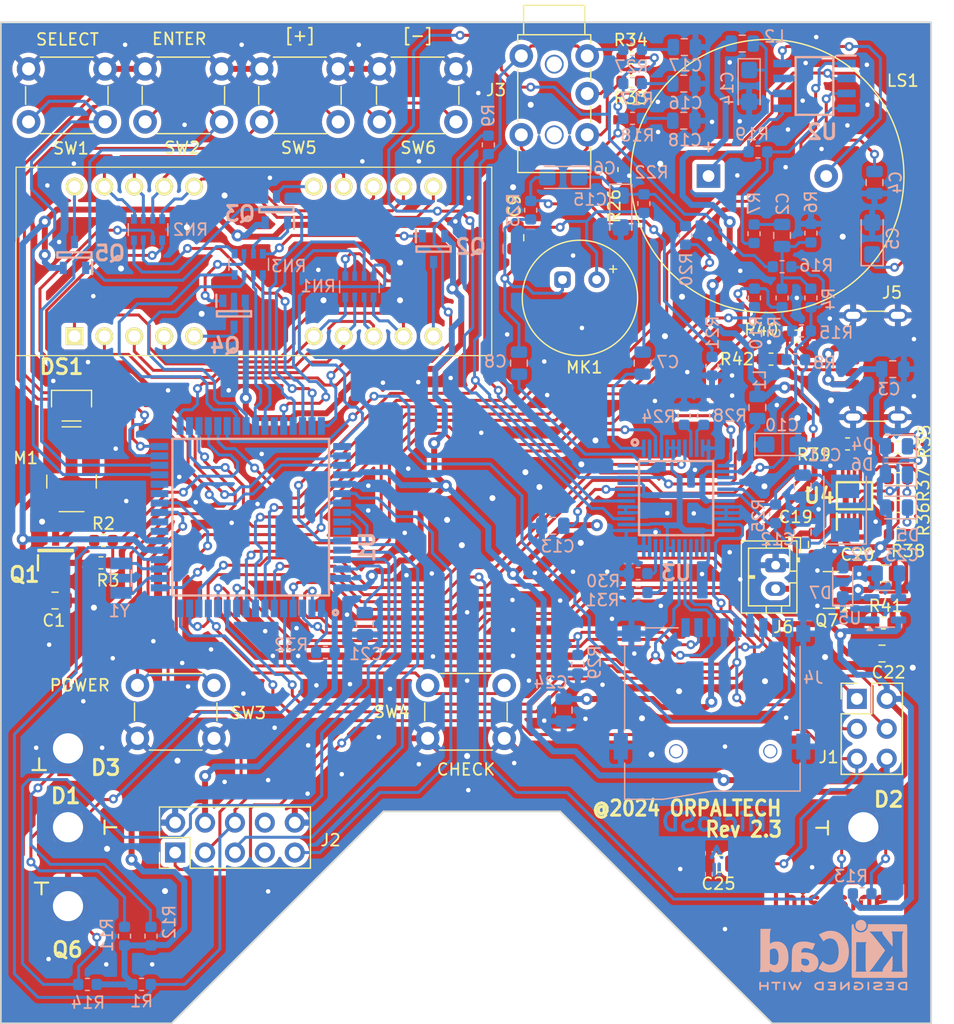
<source format=kicad_pcb>
(kicad_pcb (version 20240108) (generator "pcbnew") (generator_version "8.0")
  (title_block (title "DreamStalker PRO") (date "2024-11-29") (rev "2.3") (company "ORPALTECH") (comment 1 "@2024 ORPALTECH"))
  (layers (0 "F.Cu" signal) (31 "B.Cu" signal) (34 "B.Paste" user) (35 "F.Paste" user) (36 "B.SilkS" user "B.Silkscreen") (37 "F.SilkS" user "F.Silkscreen") (38 "B.Mask" user) (39 "F.Mask" user) (44 "Edge.Cuts" user))
  (net 0 "")
  (net 1 "GND")
  (net 2 "/KEY2")
  (net 3 "/KEY3")
  (net 4 "/KEY6")
  (net 5 "/KEY5")
  (net 6 "/KEY4")
  (net 7 "/KEY1")
  (net 8 "Net-(U2-FC1)")
  (net 9 "Net-(U2-VIN)")
  (net 10 "+3V")
  (net 11 "/DIG1")
  (net 12 "/DIG2")
  (net 13 "Net-(U3-MICP)")
  (net 14 "/DIG3")
  (net 15 "/DIG4")
  (net 16 "Net-(U3-MICN)")
  (net 17 "/SNDOFF")
  (net 18 "Net-(U3-XTALO)")
  (net 19 "Net-(U3-XTALI)")
  (net 20 "Net-(U3-RCAP)")
  (net 21 "Net-(D1-A)")
  (net 22 "Net-(D2-A)")
  (net 23 "Net-(D3-A)")
  (net 24 "Net-(DS1-C1{slash}2)")
  (net 25 "/SEGF")
  (net 26 "/SEGG")
  (net 27 "/SEGA")
  (net 28 "/SEGB")
  (net 29 "Net-(DS1-DP1{slash}2)")
  (net 30 "Net-(DS1-A1{slash}2)")
  (net 31 "Net-(DS1-F1{slash}2)")
  (net 32 "Net-(DS1-E1{slash}2)")
  (net 33 "/SEGC")
  (net 34 "/SEGH")
  (net 35 "/SEGE")
  (net 36 "/SEGD")
  (net 37 "/R1")
  (net 38 "/R3")
  (net 39 "/R2")
  (net 40 "/R4")
  (net 41 "Net-(DS1-G1{slash}2)")
  (net 42 "/VIBRO")
  (net 43 "Net-(DS1-B1{slash}2)")
  (net 44 "Net-(DS1-D1{slash}2)")
  (net 46 "/RESET")
  (net 47 "/HPL")
  (net 48 "/HPR")
  (net 49 "/SOUND")
  (net 50 "/IRRX")
  (net 51 "/MICP")
  (net 52 "Net-(C2-Pad2)")
  (net 53 "Net-(C2-Pad1)")
  (net 54 "/HPTS")
  (net 55 "/GBUF")
  (net 56 "/MGBUF")
  (net 57 "/MLEFT")
  (net 59 "Net-(J3-PadR)")
  (net 60 "Net-(J3-PadT)")
  (net 61 "/PDI")
  (net 62 "/PDO")
  (net 63 "/LED1")
  (net 64 "/LED2")
  (net 65 "/XRESET")
  (net 66 "/SDCS")
  (net 67 "/SCK")
  (net 68 "/MOSI")
  (net 69 "/MISO")
  (net 70 "/DREQ")
  (net 71 "/XCS")
  (net 72 "/XDCS")
  (net 73 "/TOSC2")
  (net 74 "/TOSC1")
  (net 77 "Net-(U2-VO1)")
  (net 78 "Net-(U2-VO2)")
  (net 79 "/IRTX")
  (net 80 "/SILENT")
  (net 81 "Net-(M1--)")
  (net 82 "/TDI")
  (net 83 "/TDO")
  (net 84 "/TMS")
  (net 85 "/TCK")
  (net 86 "Net-(Q1-G)")
  (net 87 "Net-(Q2-B)")
  (net 88 "Net-(Q3-B)")
  (net 89 "Net-(Q4-B)")
  (net 90 "Net-(Q5-B)")
  (net 91 "Net-(U3-GPIO2{slash}DCLK)")
  (net 92 "Net-(U2-FC2)")
  (net 93 "Net-(U3-GPIO3{slash}SDATA)")
  (net 94 "Net-(C17-Pad2)")
  (net 95 "Net-(C16-Pad2)")
  (net 96 "Net-(C18-Pad2)")
  (net 97 "Net-(U3-GPIO1)")
  (net 98 "Net-(U3-SPIBOOT_{slash}_GPIO0)")
  (net 99 "Net-(C15-Pad1)")
  (net 100 "Net-(U1-~{PEN})")
  (net 104 "/CD")
  (net 105 "/AREF")
  (net 106 "Net-(C6-Pad2)")
  (net 107 "/VSVDD")
  (net 115 "/V_USB")
  (net 116 "Net-(U5-BP)")
  (net 117 "Net-(D4-K)")
  (net 118 "Net-(D5-K)")
  (net 119 "Net-(D6-K)")
  (net 120 "Net-(J5-CC2)")
  (net 121 "Net-(J5-CC1)")
  (net 122 "Net-(U2-VCC)")
  (net 123 "Net-(U4-STAT1)")
  (net 124 "Net-(U4-STAT2)")
  (net 125 "Net-(U4-~{PG})")
  (net 126 "Net-(U4-PROG)")
  (net 127 "Net-(U4-THERM)")
  (net 128 "/V_BAT")
  (net 129 "/V_IN")
  (net 130 "Net-(MK1-+)")
  (net 131 "Net-(MK1--)")
  (footprint "Dreamstalker-Footprints:SW_PUSH_6mm" (layer "F.Cu") (at 101.1 98.3)
    (property "Reference" "SW3")
    (property "Value" "POWER")
  )
  (footprint "Dreamstalker-Footprints:SW_PUSH_6mm" (layer "F.Cu") (at 125.75 98.3)
    (property "Reference" "SW4")
    (property "Value" "CHECK")
  )
  (footprint "Dreamstalker-Footprints:SOT95P237X112-3N" (layer "F.Cu") (at 94.15 86.85 90)
    (property "Reference" "Q1")
    (property "Value" "IRLML2402" (hide yes))
  )
  (footprint "Dreamstalker-Footprints:R_0603_1608Metric" (layer "F.Cu") (at 98 87.9 180)
    (property "Reference" "R3")
    (property "Value" "47K" (hide yes))
  )
  (footprint "Dreamstalker-Footprints:C_0805_2012Metric" (layer "F.Cu") (at 133.2 60.2875 -90)
    (property "Reference" "C9")
    (property "Value" "100p" (hide yes))
  )
  (footprint "Dreamstalker-Footprints:C_0805_2012Metric" (layer "F.Cu") (at 94.1 91.1)
    (property "Reference" "C1")
    (property "Value" "100n" (hide yes))
  )
  (footprint "Dreamstalker-Footprints:CA04-41" (layer "F.Cu") (at 95.75 68.65)
    (property "Reference" "DS1")
    (property "Value" "CA04-41" (hide yes))
  )
  (footprint "Dreamstalker-Footprints:Buzzer_23x11.5RM10" (layer "F.Cu") (at 149.6 55.05)
    (property "Reference" "LS1")
    (property "Value" "HSM23A-8" (hide yes))
  )
  (footprint "Dreamstalker-Footprints:VIBRO-MOTOR_SMD" (layer "F.Cu") (at 95.5 82.3 90)
    (property "Reference" "M1")
    (property "Value" "Vibration Motor" (hide yes))
  )
  (footprint "Dreamstalker-Footprints:LEDC3216X110N-TH" (layer "F.Cu") (at 162.75 110.35)
    (property "Reference" "D2")
    (property "Value" "KP-3216SURCK" (hide yes))
  )
  (footprint "Dreamstalker-Footprints:LEDC3216X110N-TH" (layer "F.Cu") (at 95.2 103.65 -90)
    (property "Reference" "D3")
    (property "Value" "KP-3216F3C" (hide yes))
  )
  (footprint "Dreamstalker-Footprints:PinHeader_2x05_P2.54mm_Vertical" (layer "F.Cu") (at 104.3 112.5 90)
    (property "Reference" "J2")
    (property "Value" "JTAG Header" (hide yes))
  )
  (footprint "Dreamstalker-Footprints:PinHeader_2x03_P2.54mm_Vertical" (layer "F.Cu") (at 162.2 99.45)
    (property "Reference" "J1")
    (property "Value" "UART Header" (hide yes))
  )
  (footprint "Dreamstalker-Footprints:DCI_Phone_Jack_3.5mm_ST-033" (layer "F.Cu") (at 136.5 48.15)
    (property "Reference" "J3")
    (property "Value" "ST-033" (hide yes))
  )
  (footprint "Dreamstalker-Footprints:LEDC3216X130N-TH" (layer "F.Cu") (at 95.2 117.05 90)
    (property "Reference" "Q6")
    (property "Value" "KP-3216P3C" (hide yes))
  )
  (footprint "Dreamstalker-Footprints:SW_PUSH_6mm" (layer "F.Cu") (at 108.25 50.45 180)
    (property "Reference" "SW2")
    (property "Value" "ENTER")
  )
  (footprint "Dreamstalker-Footprints:LEDC3216X110N-TH" (layer "F.Cu") (at 95.2 110.35 180)
    (property "Reference" "D1")
    (property "Value" "KP-3216SURCK" (hide yes))
  )
  (footprint "Dreamstalker-Footprints:SW_PUSH_6mm" (layer "F.Cu") (at 98.35 50.45 180)
    (property "Reference" "SW1")
    (property "Value" "SELECT")
  )
  (footprint "Dreamstalker-Footprints:SW_PUSH_6mm" (layer "F.Cu") (at 118.15 50.45 180)
    (property "Reference" "SW5")
    (property "Value" "[+]")
  )
  (footprint "Dreamstalker-Footprints:SW_PUSH_6mm" (layer "F.Cu") (at 128.15 50.45 180)
    (property "Reference" "SW6")
    (property "Value" "[-]")
  )
  (footprint "Dreamstalker-Footprints:R_0603_1608Metric" (layer "F.Cu") (at 141.4 54.5 90)
    (property "Reference" "R26")
    (property "Value" "100" (hide yes))
  )
  (footprint "Dreamstalker-Footprints:USB_C_Receptacle_GCT_USB4125-xx-x_6P_TopMnt_Horizontal" (layer "F.Cu") (at 164.88 71.2 90)
    (property "Reference" "J5")
    (property "Value" "USB Power")
  )
  (footprint "Dreamstalker-Footprints:R_0603_1608Metric" (layer "F.Cu") (at 157.1 68.65 180)
    (property "Reference" "R40")
    (property "Value" "5.1K" (hide yes))
  )
  (footprint "Dreamstalker-Footprints:R_0603_1608Metric" (layer "F.Cu") (at 165.7 78.1)
    (property "Reference" "R35")
    (property "Value" "470" (hide yes))
  )
  (footprint "Dreamstalker-Footprints:R_0603_1608Metric" (layer "F.Cu") (at 165.7 80.75 180)
    (property "Reference" "R37")
    (property "Value" "470" (hide yes))
  )
  (footprint "Dreamstalker-Footprints:SOP50P490X110-10N" (layer "F.Cu") (at 162 82.2 90)
    (property "Reference" "U4")
    (property "Value" "MCP73833" (hide yes))
  )
  (footprint "Dreamstalker-Footprints:JST_PH_B2B-PH-K_1x02_P2.00mm_Vertical" (layer "F.Cu") (at 155.3 88.1 -90)
    (property "Reference" "J6")
    (property "Value" "Li-Po 3.7V" (hide yes))
  )
  (footprint "Dreamstalker-Footprints:R_0603_1608Metric" (layer "F.Cu") (at 98.2125 86)
    (property "Reference" "R2")
    (property "Value" "150" (hide yes))
  )
  (footprint "Dreamstalker-Footprints:JININ_ELECTRET_CONDENSER_MICROPHONE_ECM-60" (layer "F.Cu") (at 137.2 63.85)
    (property "Reference" "MK1")
    (property "Value" "ECM-60" (hide yes))
  )
  (footprint "Dreamstalker-Footprints:R_0603_1608Metric" (layer "F.Cu") (at 143 45 180)
    (property "Reference" "R34")
    (property "Value" "240" (hide yes))
  )
  (footprint "Dreamstalker-Footprints:C_0805_2012Metric" (layer "F.Cu") (at 158.8 86.3375 90)
    (property "Reference" "C19")
    (property "Value" "4.7u" (hide yes))
  )
  (footprint "Dreamstalker-Footprints:L_0603_1608Metric" (layer "F.Cu") (at 165.7125 85.5 180)
    (property "Reference" "R38")
    (property "Value" "2K" (hide yes))
  )
  (footprint "Dreamstalker-Footprints:R_0603_1608Metric" (layer "F.Cu") (at 143 47 180)
    (property "Reference" "R33")
    (property "Value" "240" (hide yes))
  )
  (footprint "Dreamstalker-Footprints:R_0603_1608Metric" (layer "F.Cu") (at 165.7125 83.1 180)
    (property "Reference" "R36")
    (property "Value" "470" (hide yes))
  )
  (footprint "Dreamstalker-Footprints:R_0603_1608Metric" (layer "F.Cu") (at 164.45 93 180)
    (property "Reference" "R41")
    (property "Value" "10K" (hide yes))
  )
  (footprint "Dreamstalker-Footprints:SOT-23" (layer "F.Cu") (at 160 90.2 180)
    (property "Reference" "Q7")
    (property "Value" "Si2333CDS" (hide yes))
  )
  (footprint "Dreamstalker-Footprints:C_0805_2012Metric" (layer "F.Cu") (at 150.5625 113.45 180)
    (property "Reference" "C25")
    (property "Value" "1u" (hide yes))
  )
  (footprint "Dreamstalker-Footprints:C_0805_2012Metric" (layer "F.Cu") (at 164.3375 95.6)
    (property "Reference" "C22")
    (property "Value" "4.7u" (hide yes))
  )
  (footprint "Dreamstalker-Footprints:C_0805_2012Metric" (layer "F.Cu") (at 164.4625 88.8)
    (property "Reference" "C20")
    (property "Value" "1u" (hide yes))
  )
  (footprint "Dreamstalker-Footprints:R_0603_1608Metric" (layer "F.Cu") (at 154.9125 70.6 180)
    (property "Reference" "R42")
    (property "Value" "5.1K" (hide yes))
  )
  (footprint "Dreamstalker-Footprints:R_0603_1608Metric" (layer "F.Cu") (at 161.4125 77.8)
    (property "Reference" "R39")
    (property "Value" "10K" (hide yes))
  )
  (footprint "Dreamstalker-Footprints:SOT95P230X110-3N" (layer "B.Cu") (at 95.75 61.75 90)
    (property "Reference" "Q5")
    (property "Value" "BC807-40" (hide yes))
  )
  (footprint "Dreamstalker-Footprints:SOT95P230X110-3N" (layer "B.Cu") (at 109.3 66.75 -90)
    (property "Reference" "Q4")
    (property "Value" "BC807-40" (hide yes))
  )
  (footprint "Dreamstalker-Footprints:SOT95P230X110-3N" (layer "B.Cu") (at 112.9 57.9 90)
    (property "Reference" "Q3")
    (property "Value" "BC807-40" (hide yes))
  )
  (footprint "Dreamstalker-Footprints:SOT95P230X110-3N" (layer "B.Cu") (at 126.25 61.25 -90)
    (property "Reference" "Q2")
    (property "Value" "BC807-40" (hide yes))
  )
  (footprint "Dreamstalker-Footprints:SOIC127P600X175-8N" (layer "B.Cu") (at 158.6 47.4 180)
    (property "Reference" "U2")
    (property "Value" "MC34119D" (hide yes))
  )
  (footprint "Dreamstalker-Footprints:R_Array_Convex_4x0603" (layer "B.Cu") (at 102 59.6 -90)
    (property "Reference" "RN2")
    (property "Value" "150" (hide yes))
  )
  (footprint "Dreamstalker-Footprints:R_Array_Convex_4x0603" (layer "B.Cu") (at 119.95 64.45 -90)
    (property "Reference" "RN1")
    (property "Value" "150" (hide yes))
  )
  (footprint "Dreamstalker-Footprints:R_Array_Convex_4x0603" (layer "B.Cu") (at 110.55 62.55 90)
    (property "Reference" "RN3")
    (property "Value" "4.7K" (hide yes))
  )
  (footprint "Dreamstalker-Footprints:R_0603_1608Metric" (layer "B.Cu") (at 144.11 57.39 90)
    (property "Reference" "R22")
    (property "Value" "1K" (hide yes))
  )
  (footprint "Dreamstalker-Footprints:R_0603_1608Metric" (layer "B.Cu") (at 149.9 71.2 90)
    (property "Reference" "R21")
    (property "Value" "1K" (hide yes))
  )
  (footprint "Dreamstalker-Footprints:R_0603_1608Metric" (layer "B.Cu") (at 101.45 123.7)
    (property "Reference" "R1")
    (property "Value" "4.7K" (hide yes))
  )
  (footprint "Dreamstalker-Footprints:R_0603_1608Metric" (layer "B.Cu") (at 153.8 53 180)
    (property "Reference" "R19")
    (property "Value" "75K" (hide yes))
  )
  (footprint "Dreamstalker-Footprints:R_0603_1608Metric" (layer "B.Cu") (at 157.5 68.2)
    (property "Reference" "R15")
    (property "Value" "10K" (hide yes))
  )
  (footprint "Dreamstalker-Footprints:R_0603_1608Metric" (layer "B.Cu") (at 96.85 123.7 180)
    (property "Reference" "R14")
    (property "Value" "27K" (hide yes))
  )
  (footprint "Dreamstalker-Footprints:R_0603_1608Metric" (layer "B.Cu") (at 153.47 59.95 -90)
    (property "Reference" "R7")
    (property "Value" "3K" (hide yes))
  )
  (footprint "Dreamstalker-Footprints:R_0603_1608Metric" (layer "B.Cu") (at 158.3 59.9 -90)
    (property "Reference" "R6")
    (property "Value" "10K" (hide yes))
  )
  (footprint "Dreamstalker-Footprints:R_0603_1608Metric" (layer "B.Cu") (at 157.0125 70.65)
    (property "Reference" "R8")
    (property "Value" "47K" (hide yes))
  )
  (footprint "Dreamstalker-Footprints:R_0603_1608Metric" (layer "B.Cu") (at 155.85 65.4 90)
    (property "Reference" "R5")
    (property "Value" "4.7K" (hide yes))
  )
  (footprint "Dreamstalker-Footprints:R_0603_1608Metric" (layer "B.Cu") (at 158.3 65.4 90)
    (property "Reference" "R4")
    (property "Value" "470K" (hide yes))
  )
  (footprint "Dreamstalker-Footprints:R_0603_1608Metric" (layer "B.Cu") (at 153.5 65.4 -90)
    (property "Reference" "R10")
    (property "Value" "100" (hide yes))
  )
  (footprint "Dreamstalker-Footprints:R_0603_1608Metric" (layer "B.Cu") (at 100 119.6 90)
    (property "Reference" "R11")
    (property "Value" "100" (hide yes))
  )
  (footprint "Dreamstalker-Footprints:R_0603_1608Metric" (layer "B.Cu") (at 102.25 119.6 90)
    (property "Reference" "R12")
    (property "Value" "100" (hide yes))
  )
  (footprint "Dreamstalker-Footprints:R_0603_1608Metric" (layer "B.Cu") (at 162.65 116)
    (property "Reference" "R13")
    (property "Value" "100" (hide yes))
  )
  (footprint "Dreamstalker-Footprints:C_0805_2012Metric" (layer "B.Cu") (at 133.5 70.9375 -90)
    (property "Reference" "C8")
    (property "Value" "1u" (hide yes))
  )
  (footprint "Dreamstalker-Footprints:C_0805_2012Metric" (layer "B.Cu") (at 144 70.9375 -90)
    (property "Reference" "C7")
    (property "Value" "1u" (hide yes))
  )
  (footprint "Dreamstalker-Footprints:C_0805_2012Metric" (layer "B.Cu") (at 163.7 55.6 -90)
    (property "Reference" "C4")
    (property "Value" "100n" (hide yes))
  )
  (footprint "Dreamstalker-Footprints:C_0805_2012Metric" (layer "B.Cu") (at 155.85 60.1 90)
    (property "Reference" "C2")
    (property "Value" "380n" (hide yes))
  )
  (footprint "Dreamstalker-Footprints:C_0805_2012Metric" (layer "B.Cu") (at 157.6 85.2875 -90)
    (property "Reference" "C12")
    (property "Value" "33p" (hide yes))
  )
  (footprint "Dreamstalker-Footprints:QFP50P900X900X160-48N" (layer "B.Cu") (at 146.85 82.4 -90)
    (property "Reference" "U3")
    (property "Value" "VS1002D" (hide yes))
  )
  (footprint "Dreamstalker-Footprints:C_0805_2012Metric" (layer "B.Cu") (at 157.6 81.3875 90)
    (property "Reference" "C11")
    (property "Value" "33p" (hide yes))
  )
  (footprint "Dreamstalker-Footprints:Crystal_SMD_5032-2Pin_5.0x3.2mm" (layer "B.Cu") (at 161.2 83.25 90)
    (property "Reference" "Y2")
    (property "Value" "12.288M" (hide yes))
  )
  (footprint "Dreamstalker-Footprints:R_0603_1608Metric" (layer "B.Cu") (at 155.3 83.7375 90)
    (property "Reference" "R25")
    (property "Value" "1M" (hide yes))
  )
  (footprint "Dreamstalker-Footprints:R_0603_1608Metric" (layer "B.Cu") (at 147.65 60.0875 90)
    (property "Reference" "R20")
    (property "Value" "1K" (hide yes))
  )
  (footprint "Dreamstalker-Footprints:R_0603_1608Metric" (layer "B.Cu") (at 134.5 57.95 -90)
    (property "Reference" "R23")
    (property "Value" "1K" (hide yes))
  )
  (footprint "Dreamstalker-Footprints:R_0603_1608Metric" (layer "B.Cu") (at 143.15 44.3 180)
    (property "Reference" "R27")
    (property "Value" "20" (hide yes))
  )
  (footprint "Dreamstalker-Footprints:R_0603_1608Metric" (layer "B.Cu") (at 143.15 47.2 180)
    (property "Reference" "R17")
    (property "Value" "20" (hide yes))
  )
  (footprint "Dreamstalker-Footprints:C_0805_2012Metric" (layer "B.Cu") (at 147.5 47.2 180)
    (property "Reference" "C16")
    (property "Value" "10n" (hide yes))
  )
  (footprint "Dreamstalker-Footprints:C_0805_2012Metric" (layer "B.Cu") (at 147.55 44.1 180)
    (property "Reference" "C17")
    (property "Value" "10n" (hide yes))
  )
  (footprint "Dreamstalker-Footprints:CP_EIA-3216-18_Kemet-A" (layer "B.Cu") (at 153.05 47.4 -90)
    (property "Reference" "C14")
    (property "Value" "10u" (hide yes))
  )
  (footprint "Dreamstalker-Footprints:R_0603_1608Metric" (layer "B.Cu") (at 143.15 50.15 180)
    (property "Reference" "R18")
    (property "Value" "20" (hide yes))
  )
  (footprint "Dreamstalker-Footprints:C_0805_2012Metric" (layer "B.Cu") (at 147.5 50.35 180)
    (property "Reference" "C18")
    (property "Value" "10n" (hide yes))
  )
  (footprint "Symbol:KiCad-Logo2_6mm_SilkScreen" (layer "B.Cu") (at 160.2 121.2 180)
    (property "Reference" "REF**" (hide yes))
    (property "Value" "KiCad-Logo2_6mm_SilkScreen" (hide yes))
  )
  (footprint "Dreamstalker-Footprints:ATTEND_112J-TDAR-R01" (layer "B.Cu") (at 149.9 93.9 180)
    (property "Reference" "J4")
    (property "Value" "ATTEND_112J-TDAR-R01" (hide yes))
  )
  (footprint "Dreamstalker-Footprints:CP_EIA-3216-18_Kemet-A" (layer "B.Cu") (at 155.85 77.85)
    (property "Reference" "C10")
    (property "Value" "10u" (hide yes))
  )
  (footprint "Dreamstalker-Footprints:R_0603_1608Metric" (layer "B.Cu") (at 130.9 52.4 90)
    (property "Reference" "R9")
    (property "Value" "100" (hide yes))
  )
  (footprint "Dreamstalker-Footprints:R_0603_1608Metric" (layer "B.Cu") (at 155.85 62.75)
    (property "Reference" "R16")
    (property "Value" "10K" (hide yes))
  )
  (footprint "Dreamstalker-Footprints:Crystal_SMD_3215-2Pin_3.2x1.5mm" (layer "B.Cu") (at 99.7 89.2 -90)
    (property "Reference" "Y1")
    (property "Value" "32768 KHz" (hide yes))
  )
  (footprint "Dreamstalker-Footprints:QFP80P1600X1600X120-64N" (layer "B.Cu") (at 110.72 84.02 90)
    (property "Reference" "U1")
    (property "Value" "ATMEGA128L-8AI" (hide yes))
  )
  (footprint "Dreamstalker-Footprints:CP_EIA-3216-18_Kemet-A" (layer "B.Cu") (at 142.15 58.06 -90)
    (property "Reference" "C15")
    (property "Value" "22u" (hide yes))
  )
  (footprint "Dreamstalker-Footprints:R_0603_1608Metric" (layer "B.Cu") (at 147.53 75.39 -90)
    (property "Reference" "R24")
    (property "Value" "100K" (hide yes))
  )
  (footprint "Dreamstalker-Footprints:R_0603_1608Metric" (layer "B.Cu") (at 149.19 75.39 -90)
    (property "Reference" "R28")
    (property "Value" "100K" (hide yes))
  )
  (footprint "Dreamstalker-Footprints:R_0603_1608Metric" (layer "B.Cu") (at 143.62 88.81)
    (property "Reference" "R30")
    (property "Value" "100K" (hide yes))
  )
  (footprint "Dreamstalker-Footprints:R_0603_1608Metric" (layer "B.Cu") (at 143.63 90.43)
    (property "Reference" "R31")
    (property "Value" "100K" (hide yes))
  )
  (footprint "Dreamstalker-Footprints:C_0805_2012Metric" (layer "B.Cu") (at 120.41 93.06 -90)
    (property "Reference" "C21")
    (property "Value" "100n" (hide yes))
  )
  (footprint "Dreamstalker-Footprints:CP_EIA-3216-18_Kemet-A" (layer "B.Cu") (at 137.25 55.17 180)
    (property "Reference" "C6")
    (property "Value" "10u" (hide yes))
  )
  (footprint "Dreamstalker-Footprints:C_0805_2012Metric" (layer "B.Cu") (at 136.37 84.75)
    (property "Reference" "C13")
    (property "Value" "100n" (hide yes))
  )
  (footprint "Dreamstalker-Footprints:L_0805_2012Metric" (layer "B.Cu") (at 153.75 74.71 -90)
    (property "Reference" "L1")
    (property "Value" "L_Small" (hide yes))
  )
  (footprint "Dreamstalker-Footprints:C_0805_2012Metric" (layer "B.Cu") (at 165.25 71.45 180)
    (property "Reference" "C3")
    (property "Value" "4.7u" (hide yes))
  )
  (footprint "Dreamstalker-Footprints:L_0805_2012Metric" (layer "B.Cu") (at 152.4625 43.8)
    (property "Reference" "L2")
    (property "Value" "L_Small" (hide yes))
  )
  (footprint "Dreamstalker-Footprints:D_SOD-323_HandSoldering" (layer "B.Cu") (at 161 89.55 90)
    (property "Reference" "D7")
    (property "Value" "1N5819" (hide yes))
  )
  (footprint "Dreamstalker-Footprints:LED_0805_2012Metric" (layer "B.Cu") (at 165.5625 78 180)
    (property "Reference" "D4")
    (property "Value" "RED" (hide yes))
  )
  (footprint "Dreamstalker-Footprints:CP_EIA-3216-18_Kemet-A" (layer "B.Cu") (at 163.5 60.35 90)
    (property "Reference" "C5")
    (property "Value" "10u" (hide yes))
  )
  (footprint "Dreamstalker-Footprints:C_0805_2012Metric" (layer "B.Cu") (at 137.3 100.4 90)
    (property "Reference" "C24")
    (property "Value" "100n" (hide yes))
  )
  (footprint "Dreamstalker-Footprints:LED_0805_2012Metric" (layer "B.Cu") (at 165.5625 80.4 180)
    (property "Reference" "D6")
    (property "Value" "BLUE" (hide yes))
  )
  (footprint "Dreamstalker-Footprints:C_0805_2012Metric" (layer "B.Cu") (at 164.8625 88.8 180)
    (property "Reference" "C23")
    (property "Value" "22n" (hide yes))
  )
  (footprint "Dreamstalker-Footprints:SOT-23-5" (layer "B.Cu") (at 164.6 91.8)
    (property "Reference" "U5")
    (property "Value" "RT9193-30PB" (hide yes))
  )
  (footprint "Dreamstalker-Footprints:R_0603_1608Metric" (layer "B.Cu") (at 117.0625 95.5)
    (property "Reference" "R32")
    (property "Value" "0" (hide yes))
  )
  (footprint "Dreamstalker-Footprints:LED_0805_2012Metric" (layer "B.Cu") (at 165.5625 83.2 180)
    (property "Reference" "D5")
    (property "Value" "GREEN" (hide yes))
  )
  (footprint "Dreamstalker-Footprints:R_0603_1608Metric" (layer "B.Cu") (at 138.5 96.5 90)
    (property "Reference" "R29")
    (property "Value" "1M")
  )
  (gr_line (start 122 109) (end 104 127) (stroke (width 0.15)) (layer "Edge.Cuts"))
  (gr_line (start 89.5 42) (end 168.5 42) (stroke (width 0.15)) (layer "Edge.Cuts"))
  (gr_line (start 168.5 42) (end 168.5 127) (stroke (width 0.15)) (layer "Edge.Cuts"))
  (gr_line (start 168.5 127) (end 155 127) (stroke (width 0.15)) (layer "Edge.Cuts"))
  (gr_line (start 122 109) (end 137 109) (stroke (width 0.15)) (layer "Edge.Cuts"))
  (gr_line (start 89.5 127) (end 104 127) (stroke (width 0.15)) (layer "Edge.Cuts"))
  (gr_line (start 89.5 42) (end 89.5 127) (stroke (width 0.15)) (layer "Edge.Cuts"))
  (gr_line (start 137 109) (end 155 127) (stroke (width 0.15)) (layer "Edge.Cuts"))
  (gr_text "This side \naway\nfrom face" (at 160.4 119 0) (layer "F.Cu") (effects (font (size 1.5 1.5) (thickness 0.35))))
  (gr_text "MicroSD" (at 150.1 109.9 0) (layer "B.Cu") (effects (font (size 1.5 1.5) (thickness 0.3)) (justify mirror)))
  (gr_text "=>" (at 150.4 113.2 -90) (layer "B.Cu") (effects (font (size 1.5 1.2) (thickness 0.3)) (justify mirror)))
  (gr_text "${COMMENT1}" (at 139.6 109.5 0) (layer "F.SilkS") (effects (font (size 1.3 1.12) (thickness 0.25) (bold yes)) (justify left bottom)))
  (gr_text "Rev ${REVISION}" (at 149.2 111.3 0) (layer "F.SilkS") (effects (font (size 1.3 1.12) (thickness 0.25) (bold yes)) (justify left bottom)))
  (segment (start 128.15 45.95) (end 128.25 45.95) (width 0.508) (layer "F.Cu") (net 1))
  (segment (start 103 104.7) (end 104.5 104.7) (width 0.508) (layer "F.Cu") (net 1))
  (segment (start 166.35 79.65) (end 166.75 79.65) (width 0.508) (layer "F.Cu") (net 1))
  (segment (start 125.75 102.8) (end 125.75 103) (width 0.508) (layer "F.Cu") (net 1))
  (segment (start 93 84.4) (end 92.32 85.08) (width 0.508) (layer "F.Cu") (net 1))
  (segment (start 102.92 115.25) (end 103.44 115.77) (width 0.508) (layer "F.Cu") (net 1))
  (segment (start 149.72 105.35) (end 145.94 105.35) (width 0.508) (layer "F.Cu") (net 1))
  (segment (start 167.65 80.55) (end 167.65 85.35) (width 0.254) (layer "F.Cu") (net 1))
  (segment (start 103 44.7) (end 101.75 45.95) (width 0.508) (layer "F.Cu") (net 1))
  (segment (start 164.74 104.53) (end 164.74 105.15) (width 0.508) (layer "F.Cu") (net 1))
  (segment (start 163.175502 77.8) (end 163.8 78.424498) (width 0.508) (layer "F.Cu") (net 1))
  (segment (start 151.52 104.86) (end 150.21 104.86) (width 0.508) (layer "F.Cu") (net 1))
  (segment (start 134.9 105.35) (end 132.35 102.8) (width 0.508) (layer "F.Cu") (net 1))
  (segment (start 145.1 85.3) (end 145.1 84.6) (width 0.508) (layer "F.Cu") (net 1))
  (segment (start 118.15 45.95) (end 121.65 45.95) (width 0.508) (layer "F.Cu") (net 1))
  (segment (start 150.21 104.86) (end 149.72 105.35) (width 0.508) (layer "F.Cu") (net 1))
  (segment (start 144.76 104.17) (end 143.58 105.35) (width 0.508) (layer "F.Cu") (net 1))
  (segment (start 118.45 105.85) (end 120.1 105.85) (width 0.508) (layer "F.Cu") (net 1))
  (segment (start 118.45 107.45) (end 118.45 105.85) (width 0.508) (layer "F.Cu") (net 1))
  (segment (start 120.1 105.85) (end 123.15 102.8) (width 0.508) (layer "F.Cu") (net 1))
  (segment (start 112.8 44.8) (end 117 44.8) (width 0.508) (layer "F.Cu") (net 1))
  (segment (start 92.32 88.8844) (end 93.1356 89.7) (width 0.508) (layer "F.Cu") (net 1))
  (segment (start 101.8 110.8) (end 101.8 115.25) (width 0.508) (layer "F.Cu") (net 1))
  (segment (start 145.94 105.35) (end 144.76 104.17) (width 0.508) (layer "F.Cu") (net 1))
  (segment (start 146 83.7) (end 149.6 83.7) (width 0.508) (layer "F.Cu") (net 1))
  (segment (start 97.1 44.7) (end 93.1 44.7) (width 0.508) (layer "F.Cu") (net 1))
  (segment (start 163.701211 106.188789) (end 156.988789 106.188789) (width 0.508) (layer "F.Cu") (net 1))
  (segment (start 115.94 109.96) (end 118.45 107.45) (width 0.508) (layer "F.Cu") (net 1))
  (segment (start 101.8 115.25) (end 102.92 115.25) (width 0.508) (layer "F.Cu") (net 1))
  (segment (start 156.15 105.35) (end 152.01 105.35) (width 0.508) (layer "F.Cu") (net 1))
  (segment (start 143.58 105.35) (end 134.9 105.35) (width 0.508) (layer "F.Cu") (net 1))
  (segment (start 156.988789 106.188789) (end 156.15 105.35) (width 0.508) (layer "F.Cu") (net 1))
  (segment (start 167.65 85.35) (end 167.5 85.5) (width 0.254) (layer "F.Cu") (net 1))
  (segment (start 103.47 115.8) (end 103.44 115.77) (width 0.508) (layer "F.Cu") (net 1))
  (segment (start 167.5 85.5) (end 166.5 85.5) (width 0.254) (layer "F.Cu") (net 1))
  (segment (start 98.35 45.95) (end 97.1 44.7) (width 0.508) (layer "F.Cu") (net 1))
  (segment (start 145.1 84.6) (end 146 83.7) (width 0.508) (layer "F.Cu") (net 1))
  (segment (start 117 44.8) (end 118.15 45.95) (width 0.508) (layer "F.Cu") (net 1))
  (segment (start 111.65 45.95) (end 112.8 44.8) (width 0.508) (layer "F.Cu") (net 1))
  (segment (start 140 77.5) (end 138.8 78.7) (width 0.508) (layer "F.Cu") (net 1))
  (segment (start 92.32 85.08) (end 92.32 88.8844) (width 0.508) (layer "F.Cu") (net 1))
  (segment (start 162.2 77.8) (end 163.175502 77.8) (width 0.508) (layer "F.Cu") (net 1))
  (segment (start 102.64 109.96) (end 101.8 110.8) (width 0.508) (layer "F.Cu") (net 1))
  (segment (start 98.35 45.95) (end 101.75 45.95) (width 0.508) (layer "F.Cu") (net 1))
  (segment (start 112.2 115.8) (end 103.47 115.8) (width 0.508) (layer "F.Cu") (net 1))
  (segment (start 123.15 102.8) (end 125.75 102.8) (width 0.508) (layer "F.Cu") (net 1))
  (segment (start 138.8 79.53) (end 136.87 81.46) (width 0.508) (layer "F.Cu") (net 1))
  (segment (start 93.1356 89.7) (end 96.5 89.7) (width 0.508) (layer "F.Cu") (net 1))
  (segment (start 108.25 45.95) (end 111.65 45.95) (width 0.508) (layer "F.Cu") (net 1))
  (segment (start 163.8 79.15) (end 165.85 79.15) (width 0.508) (layer "F.Cu") (net 1))
  (segment (start 149.6 83.7) (end 151.4 85.5) (width 0.508) (layer "F.Cu") (net 1))
  (segment (start 98.2 112.5) (end 98.52 112.18) (width 0.508) (layer "F.Cu") (net 1))
  (segment (start 136.87 81.46) (end 135.24 81.46) (width 0.508) (layer "F.Cu") (net 1))
  (segment (start 97.4 90.6) (end 97.4 91.7) (width 0.508) (layer "F.Cu") (net 1))
  (segment (start 164.74 105.15) (end 163.701211 106.188789) (width 0.508) (layer "F.Cu") (net 1))
  (segment (start 96.5 89.7) (end 97.4 90.6) (width 0.508) (layer "F.Cu") (net 1))
  (segment (start 163.8 78.424498) (end 163.8 79.15) (width 0.508) (layer "F.Cu") (net 1))
  (segment (start 95.2 115.17) (end 95.2 112.8) (width 0.508) (layer "F.Cu") (net 1))
  (segment (start 104.3 109.96) (end 102.64 109.96) (width 0.508) (layer "F.Cu") (net 1))
  (segment (start 101.1 102.8) (end 103 104.7) (width 0.508) (layer "F.Cu") (net 1))
  (segment (start 107 44.7) (end 103 44.7) (width 0.508) (layer "F.Cu") (net 1))
  (segment (start 165.85 79.15) (end 166.35 79.65) (width 0.508) (layer "F.Cu") (net 1))
  (segment (start 95.2 112.8) (end 95.5 112.5) (width 0.508) (layer "F.Cu") (net 1))
  (segment (start 125.75 102.9) (end 125.75 102.8) (width 0.508) (layer "F.Cu") (net 1))
  (segment (start 95.5 112.5) (end 98.2 112.5) (width 0.508) (layer "F.Cu") (net 1))
  (segment (start 146 83.7) (end 146 83.7) (width 0.508) (layer "F.Cu") (net 1))
  (segment (start 127.15 104.3) (end 125.75 102.9) (width 0.508) (layer "F.Cu") (net 1))
  (segment (start 163.8 84.4) (end 163.1072 84.4) (width 0.508) (layer "F.Cu") (net 1))
  (segment (start 129.1 104.3) (end 127.15 104.3) (width 0.508) (layer "F.Cu") (net 1))
  (segment (start 152.01 105.35) (end 151.52 104.86) (width 0.508) (layer "F.Cu") (net 1))
  (segment (start 151.4 85.5) (end 151.4 87) (width 0.508) (layer "F.Cu") (net 1))
  (segment (start 126.9 44.7) (end 128.15 45.95) (width 0.508) (layer "F.Cu") (net 1))
  (segment (start 108.25 45.95) (end 107 44.7) (width 0.508) (layer "F.Cu") (net 1))
  (segment (start 138.8 78.7) (end 138.8 79.53) (width 0.508) (layer "F.Cu") (net 1))
  (segment (start 166.75 79.65) (end 167.65 80.55) (width 0.254) (layer "F.Cu") (net 1))
  (segment (start 113.65 115.8) (end 118.45 111) (width 0.508) (layer "F.Cu") (net 1))
  (segment (start 95.1 87.9) (end 97.2125 87.9) (width 0.508) (layer "F.Cu") (net 1))
  (segment (start 114.46 109.96) (end 115.94 109.96) (width 0.508) (layer "F.Cu") (net 1))
  (segment (start 118.45 111) (end 118.45 105.85) (width 0.508) (layer "F.Cu") (net 1))
  (segment (start 112.2 115.8) (end 113.65 115.8) (width 0.508) (layer "F.Cu") (net 1))
  (segment (start 122.899999 44.7) (end 126.9 44.7) (width 0.508) (layer "F.Cu") (net 1))
  (segment (start 93.1 44.7) (end 91.85 45.95) (width 0.508) (layer "F.Cu") (net 1))
  (segment (start 121.65 45.95) (end 122.899999 44.7) (width 0.508) (layer "F.Cu") (net 1))
  (via (at 147.2 113.9) (size 0.762) (drill 0.381) (layers "F.Cu" "B.Cu") (net 1))
  (via (at 144.76 104.17) (size 1.016) (drill 0.508) (layers "F.Cu" "B.Cu") (net 1))
  (via (at 121.95 72.6) (size 0.762) (drill 0.381) (layers "F.Cu" "B.Cu") (net 1))
  (via (at 148.45 80) (size 0.762) (drill 0.381) (layers "F.Cu" "B.Cu") (net 1))
  (via (at 148.35 83.7) (size 0.762) (drill 0.381) (layers "F.Cu" "B.Cu") (net 1))
  (via (at 146.1 83.68) (size 0.762) (drill 0.381) (layers "F.Cu" "B.Cu") (net 1))
  (via (at 154.4 97.95) (size 1.016) (drill 0.508) (layers "F.Cu" "B.Cu") (net 1))
  (via (at 108.5 106.5) (size 0.762) (drill 0.381) (layers "F.Cu" "B.Cu") (net 1))
  (via (at 105.1 50.7) (size 0.762) (drill 0.381) (layers "F.Cu" "B.Cu") (net 1))
  (via (at 112.6 95.8) (size 0.762) (drill 0.381) (layers "F.Cu" "B.Cu") (net 1))
  (via (at 157.6 48.65) (size 0.762) (drill 0.381) (layers "F.Cu" "B.Cu") (net 1))
  (via (at 145.32 51.31) (size 0.762) (drill 0.381) (layers "F.Cu" "B.Cu") (net 1))
  (via (at 124.95 72.55) (size 0.762) (drill 0.381) (layers "F.Cu" "B.Cu") (net 1))
  (via (at 145.55 91.55) (size 0.762) (drill 0.381) (layers "F.Cu" "B.Cu") (net 1))
  (via (at 106.05 82.75) (size 0.762) (drill 0.381) (layers "F.Cu" "B.Cu") (net 1))
  (via (at 112.75 101.9) (size 0.762) (drill 0.381) (layers "F.Cu" "B.Cu") (net 1))
  (via (at 145.5 54) (size 1.016) (drill 0.508) (layers "F.Cu" "B.Cu") (net 1))
  (via (at 157.15 75.6) (size 1.016) (drill 0.508) (layers "F.Cu" "B.Cu") (net 1))
  (via (at 115.6 103.4) (size 0.762) (drill 0.381) (layers "F.Cu" "B.Cu") (net 1))
  (via (at 119.9 43.9) (size 0.762) (drill 0.381) (layers "F.Cu" "B.Cu") (net 1))
  (via (at 114.75 95.8) (size 0.762) (drill 0.381) (layers "F.Cu" "B.Cu") (net 1))
  (via (at 160 74.1) (size 1.016) (drill 0.508) (layers "F.Cu" "B.Cu") (net 1))
  (via (at 138.1 61.8) (size 0.762) (drill 0.381) (layers "F.Cu" "B.Cu") (net 1))
  (via (at 133 56) (size 1.016) (drill 0.508) (layers "F.Cu" "B.Cu") (net 1))
  (via (at 103.7 73.25) (size 0.762) (drill 0.381) (layers "F.Cu" "B.Cu") (net 1))
  (via (at 112.2 115.8) (size 0.762) (drill 0.381) (layers "F.Cu" "B.Cu") (net 1))
  (via (at 123.4 62.4) (size 1.016) (drill 0.508) (layers "F.Cu" "B.Cu") (net 1))
  (via (at 157.1 65.4) (size 0.762) (drill 0.381) (layers "F.Cu" "B.Cu") (net 1))
  (via (at 145.9 68.65) (size 1.016) (drill 0.508) (layers "F.Cu" "B.Cu") (net 1))
  (via (at 134.5 49) (size 1.016) (drill 0.508) (layers "F.Cu" "B.Cu") (net 1))
  (via (at 100.05 43.9) (size 0.762) (drill 0.381) (layers "F.Cu" "B.Cu") (net 1))
  (via (at 127.4 84.25) (size 1.016) (drill 0.508) (layers "F.Cu" "B.Cu") (net 1))
  (via (at 156.35 51.1) (size 0.762) (drill 0.381) (layers "F.Cu" "B.Cu") (net 1))
  (via (at 109.95 43.9) (size 0.762) (drill 0.381) (layers "F.Cu" "B.Cu") (net 1))
  (via (at 104.5 104.7) (size 1.016) (drill 0.508) (layers "F.Cu" "B.Cu") (net 1))
  (via (at 159.2 52.75) (size 0.762) (drill 0.381) (layers "F.Cu" "B.Cu") (net 1))
  (via (at 111.95 93.7) (size 0.762) (drill 0.381) (layers "F.Cu" "B.Cu") (net 1))
  (via (at 143.3 95.6) (size 0.762) (drill 0.381) (layers "F.Cu" "B.Cu") (net 1))
  (via (at 128.1 58.9) (size 0.762) (drill 0.381) (layers "F.Cu" "B.Cu") (net 1))
  (via (at 158.85 88.55) (size 0.762) (drill 0.381) (layers "F.Cu" "B.Cu") (net 1))
  (via (at 138.75 86.2) (size 1.016) (drill 0.508) (layers "F.Cu" "B.Cu") (net 1))
  (via (at 161.4 50.75) (size 0.762) (drill 0.381) (layers "F.Cu" "B.Cu") (net 1))
  (via (at 112.35 55.2) (size 0.762) (drill 0.381) (layers "F.Cu" "B.Cu") (net 1))
  (via (at 163.8 84.4) (size 0.762) (drill 0.381) (layers "F.Cu" "B.Cu") (net 1))
  (via (at 97.4 91.7) (size 1.016) (drill 0.508) (layers "F.Cu" "B.Cu") (net 1))
  (via (at 140 77.5) (size 1.016) (drill 0.508) (layers "F.Cu" "B.Cu") (net 1))
  (via (at 124.1 79.9) (size 0.762) (drill 0.381) (layers "F.Cu" "B.Cu") (net 1))
  (via (at 151.4 87) (size 0.762) (drill 0.381) (layers "F.Cu" "B.Cu") (net 1))
  (via (at 111.65 78.65) (size 0.762) (drill 0.381) (layers "F.Cu" "B.Cu") (net 1))
  (via (at 99.7 62.9) (size 1.016) (drill 0.508) (layers "F.Cu" "B.Cu") (net 1))
  (via (at 161 60.2) (size 1.016) (drill 0.508) (layers "F.Cu" "B.Cu") (net 1))
  (via (at 152.3 89.3) (size 0.762) (drill 0.381) (layers "F.Cu" "B.Cu") (net 1))
  (via (at 151.605 73.695) (size 0.762) (drill 0.381) (layers "F.Cu" "B.Cu") (net 1))
  (via (at 162.4 88.85) (size 0.762) (drill 0.381) (layers "F.Cu" "B.Cu") (net 1))
  (via (at 107.35 95.25) (size 0.762) (drill 0.381) (layers "F.Cu" "B.Cu") (net 1))
  (via (at 93 84.4) (size 1.016) (drill 0.508) (layers "F.Cu" "B.Cu") (net 1))
  (via (at 97.35 65.25) (size 0.762) (drill 0.381) (layers "F.Cu" "B.Cu") (net 1))
  (via (at 140.6 98.25) (size 0.762) (drill 0.381) (layers "F.Cu" "B.Cu") (net 1))
  (via (at 123.95 88.95) (size 0.762) (drill 0.381) (layers "F.Cu" "B.Cu") (net 1))
  (via (at 149.9 50.45) (size 0.762) (drill 0.381) (layers "F.Cu" "B.Cu") (net 1))
  (via (at 103.44 115.77) (size 1.016) (drill 0.508) (layers "F.Cu" "B.Cu") (net 1))
  (via (at 154.35 81.4) (size 1.016) (drill 0.508) (layers "F.Cu" "B.Cu") (net 1))
  (via (at 158.95 83.35) (size 0.762) (drill 0.381) (layers "F.Cu" "B.Cu") (net 1))
  (via (at 149.7 60.4) (size 0.762) (drill 0.381) (layers "F.Cu" "B.Cu") (net 1))
  (via (at 122.55 98.6) (size 0.762) (drill 0.381) (layers "F.Cu" "B.Cu") (net 1))
  (via (at 151.4 45.4) (size 0.762) (drill 0.381) (layers "F.Cu" "B.Cu") (net 1))
  (via (at 157.85 45.45) (size 0.762) (drill 0.381) (layers "F.Cu" "B.Cu") (net 1))
  (via (at 145.3 48.75) (size 0.762) (drill 0.381) (layers "F.Cu" "B.Cu") (net 1))
  (via (at 133 95.8) (size 0.762) (drill 0.381) (layers "F.Cu" "B.Cu") (net 1))
  (via (at 123.8 85.35) (size 0.762) (drill 0.381) (layers "F.Cu" "B.Cu") (net 1))
  (via (at 149.05 88.85) (size 0.762) (drill 0.381) (layers "F.Cu" "B.Cu") (net 1))
  (via (at 123.4 65.6) (size 1.016) (drill 0.508) (layers "F.Cu" "B.Cu") (net 1))
  (via (at 105.3 59.4) (size 1.016) (drill 0.508) (layers "F.Cu" "B.Cu") (net 1))
  (via (at 135.24 81.46) (size 1.016) (drill 0.508) (layers "F.Cu" "B.Cu") (net 1))
  (via (at 138.85 67.95) (size 0.762) (drill 0.381) (layers "F.Cu" "B.Cu") (net 1))
  (via (at 159.95 79.65) (size 0.762) (drill 0.381) (layers "F.Cu" "B.Cu") (net 1))
  (via (at 158.4 113.75) (size 0.762) (drill 0.381) (layers "F.Cu" "B.Cu") (net 1))
  (via (at 95.7 54) (size 0.762) (drill 0.381) (layers "F.Cu" "B.Cu") (net 1))
  (via (at 141.4 92.65) (size 0.762) (drill 0.381) (layers "F.Cu" "B.Cu") (net 1))
  (via (at 104.65 80.6) (size 0.762) (drill 0.381) (layers "F.Cu" "B.Cu") (net 1))
  (via (at 96.5 99.65) (size 0.762) (drill 0.381) (layers "F.Cu" "B.Cu") (net 1))
  (via (at 132.95 91.05) (size 0.762) (drill 0.381) (layers "F.Cu" "B.Cu") (net 1))
  (via (at 116.3 98.3) (size 0.762) (drill 0.381) (layers "F.Cu" "B.Cu") (net 1))
  (via (at 125 53.8) (size 0.762) (drill 0.381) (layers "F.Cu" "B.Cu") (net 1))
  (via (at 133 93.6) (size 0.762) (drill 0.381) (layers "F.Cu" "B.Cu") (net 1))
  (via (at 132.5 68.5) (size 0.762) (drill 0.381) (layers "F.Cu" "B.Cu") (net 1))
  (via (at 167.05 73.75) (size 0.762) (drill 0.381) (layers "F.Cu" "B.Cu") (net 1))
  (via (at 126.1 88.8) (size 0.762) (drill 0.381) (layers "F.Cu" "B.Cu") (net 1))
  (via (at 166.95 96.8) (size 1.016) (drill 0.508) (layers "F.Cu" "B.Cu") (net 1))
  (via (at 125 105) (size 0.762) (drill 0.381) (layers "F.Cu" "B.Cu") (net 1))
  (via (at 141 88.65) (size 0.762) (drill 0.381) (layers "F.Cu" "B.Cu") (net 1))
  (via (at 129.1 104.3) (size 1.016) (drill 0.508) (layers "F.Cu" "B.Cu") (net 1))
  (via (at 156.15 54.3) (size 0.762) (drill 0.381) (layers "F.Cu" "B.Cu") (net 1))
  (via (at 102.35 122) (size 0.762) (drill 0.381) (layers "F.Cu" "B.Cu") (net 1))
  (via (at 99 96) (size 0.762) (drill 0.381) (layers "F.Cu" "B.Cu") (net 1))
  (via (at 159.5 95.9) (size 1.016) (drill 0.508) (layers "F.Cu" "B.Cu") (net 1))
  (via (at 158.75 43.25) (size 0.762) (drill 0.381) (layers "F.Cu" "B.Cu") (net 1))
  (via (at 115.55 107.5) (size 0.762) (drill 0.381) (layers "F.Cu" "B.Cu") (net 1))
  (via (at 114.61 93.45) (size 0.762) (drill 0.381) (layers "F.Cu" "B.Cu") (net 1))
  (via (at 129.1 92.1) (size 0.762) (drill 0.381) (layers "F.Cu" "B.Cu") (net 1))
  (via (at 152.3 63.1) (size 0.762) (drill 0.381) (layers "F.Cu" "B.Cu") (net 1))
  (via (at 99.25 78.2) (size 0.762) (drill 0.381) (layers "F.Cu" "B.Cu") (net 1))
  (via (at 152.25 50.4) (size 0.762) (drill 0.381) (layers "F.Cu" "B.Cu") (net 1))
  (via (at 160.3 86.9) (size 0.762) (drill 0.381) (layers "F.Cu" "B.Cu") (net 1))
  (via (at 133.1 104.9) (size 0.762) (drill 0.381) (layers "F.Cu" "B.Cu") (net 1))
  (via (at 106.55 66.75) (size 1.016) (drill 0.508) (layers "F.Cu" "B.Cu") (net 1))
  (via (at 163.1 49) (size 0.762) (drill 0.381) (layers "F.Cu" "B.Cu") (net 1))
  (via (at 142.87 55.02) (size 0.762) (drill 0.381) (layers "F.Cu" "B.Cu") (net 1))
  (via (at 143.95 101.1) (size 1.016) (drill 0.508) (layers "F.Cu" "B.Cu") (net 1))
  (via (at 93.6 94.85) (size 0.762) (drill 0.381) (layers "F.Cu" "B.Cu") (net 1))
  (via (at 96.9 70.85) (size 0.762) (drill 0.381) (layers "F.Cu" "B.Cu") (net 1))
  (via (at 120.7 83.45) (size 0.762) (drill 0.381) (layers "F.Cu" "B.Cu") (net 1))
  (via (at 92.5 103.6) (size 0.762) (drill 0.381) (layers "F.Cu" "B.Cu") (net 1))
  (via (at 159.9 67.15) (size 0.762) (drill 0.381) (layers "F.Cu" "B.Cu") (net 1))
  (via (at 151 103.5) (size 0.762) (drill 0.381) (layers "F.Cu" "B.Cu") (net 1))
  (via (at 152.05 55) (size 0.762) (drill 0.381) (layers "F.Cu" "B.Cu") (net 1))
  (via (at 119.15 98.2) (size 0.762) (drill 0.381) (layers "F.Cu" "B.Cu") (net 1))
  (via (at 163.05 45.6) (size 0.762) (drill 0.381) (layers "F.Cu" "B.Cu") (net 1))
  (via (at 93.95 72.45) (size 0.762) (drill 0.381) (layers "F.Cu" "B.Cu") (net 1))
  (via (at 94.45 60.65) (size 0.762) (drill 0.381) (layers "F.Cu" "B.Cu") (net 1))
  (via (at 155.4 74.5) (size 0.762) (drill 0.381) (layers "F.Cu" "B.Cu") (net 1))
  (via (at 129.2 107.2) (size 0.762) (drill 0.381) (layers "F.Cu" "B.Cu") (net 1))
  (via (at 135.65 101.3) (size 0.762) (drill 0.381) (layers "F.Cu" "B.Cu") (net 1))
  (via (at 128.65 86.4) (size 1.016) (drill 0.508) (layers "F.Cu" "B.Cu") (net 1))
  (via (at 98.52 112.18) (size 1.016) (drill 0.508) (layers "F.Cu" "B.Cu") (net 1))
  (via (at 131.25 82.4) (size 1.016) (drill 0.508) (layers "F.Cu" "B.Cu") (net 1))
  (via (at 147.1 98.8) (size 1.016) (drill 0.508) (layers "F.Cu" "B.Cu") (net 1))
  (via (at 134.05 80.2) (size 1.016) (drill 0.508) (layers "F.Cu" "B.Cu") (net 1))
  (via (at 135.9 73.65) (size 0.762) (drill 0.381) (layers "F.Cu" "B.Cu") (net 1))
  (via (at 145.1 85.3) (size 0.762) (drill 0.381) (layers "F.Cu" "B.Cu") (net 1))
  (via (at 147.8 71.7) (size 0.762) (drill 0.381) (layers "F.Cu" "B.Cu") (net 1))
  (via (at 138.8 79.53) (size 1.016) (drill 0.508) (layers "F.Cu" "B.Cu") (net 1))
  (via (at 93.55 121.55) (size 0.762) (drill 0.381) (layers "F.Cu" "B.Cu") (net 1))
  (via (at 127.7 72.2) (size 0.762) (drill 0.381) (layers "F.Cu" "B.Cu") (net 1))
  (via (at 118.9 92.3) (size 0.762) (drill 0.381) (layers "F.Cu" "B.Cu") (net 1))
  (via (at 167.05 68.9) (size 0.762) (drill 0.381) (layers "F.Cu" "B.Cu") (net 1))
  (via (at 108.5 56.7) (size 1.016) (drill 0.508) (layers "F.Cu" "B.Cu") (net 1))
  (via (at 147.35 65.3) (size 1.016) (drill 0.508) (layers "F.Cu" "B.Cu") (net 1))
  (via (at 134.35 97.9) (size 0.762) (drill 0.381) (layers "F.Cu" "B.Cu") (net 1))
  (via (at 129.1 97.9) (size 0.762) (drill 0.381) (layers "F.Cu" "B.Cu") (net 1))
  (via (at 151 119) (size 0.762) (drill 0.381) (layers "F.Cu" "B.Cu") (net 1))
  (via (at 98.1 103.6) (size 0.762) (drill 0.381) (layers "F.Cu" "B.Cu") (net 1))
  (via (at 116.9 65.6) (size 1.016) (drill 0.508) (layers "F.Cu" "B.Cu") (net 1))
  (via (at 120.2 53.8) (size 0.762) (drill 0.381) (layers "F.Cu" "B.Cu") (net 1))
  (via (at 100.15 82.65) (size 0.762) (drill 0.381) (layers "F.Cu" "B.Cu") (net 1))
  (via (at 120.707201 81.35) (size 0.762) (drill 0.381) (layers "F.Cu" "B.Cu") (net 1))
  (via (at 163.3 78.55) (size 0.762) (drill 0.381) (layers "F.Cu" "B.Cu") (net 1))
  (via (at 129.25 56.9) (size 0.762) (drill 0.381) (layers "F.Cu" "B.Cu") (net 1))
  (via (at 138.09 88.65) (size 0.762) (drill 0.381) (layers "F.Cu" "B.Cu") (net 1))
  (via (at 130.3 76.85) (size 0.762) (drill 0.381) (layers "F.Cu" "B.Cu") (net 1))
  (via (at 102.45 94.55) (size 0.762) (drill 0.381) (layers "F.Cu" "B.Cu") (net 1))
  (via (at 151.6 71.9875) (size 0.762) (drill 0.381) (layers "F.Cu" "B.Cu") (net 1))
  (via (at 137 91.1) (size 0.762) (drill 0.381) (layers "F.Cu" "B.Cu") (net 1))
  (via (at 139.15 101.15) (size 0.762) (drill 0.381) (layers "F.Cu" "B.Cu") (net 1))
  (via (at 104.9 96.4) (size 0.762) (drill 0.381) (layers "F.Cu" "B.Cu") (net 1))
  (via (at 135.65 70.8) (size 0.762) (drill 0.381) (layers "F.Cu" "B.Cu") (net 1))
  (via (at 158.85 91.55) (size 0.762) (drill 0.381) (layers "F.Cu" "B.Cu") (net 1))
  (via (at 154.75 69.15) (size 0.762) (drill 0.381) (layers "F.Cu" "B.Cu") (net 1))
  (via (at 145.05 74.15) (size 0.762) (drill 0.381) (layers "F.Cu" "B.Cu") (net 1))
  (via (at 112.2 106.35) (size 0.762) (drill 0.381) (layers "F.Cu" "B.Cu") (net 1))
  (via (at 105.4 98.4) (size 0.762) (drill 0.381) (layers "F.Cu" "B.Cu") (net 1))
  (via (at 118.45 105.85) (size 0.762) (drill 0.381) (layers "F.Cu" "B.Cu") (net 1))
  (via (at 116.46 63.02) (size 0.762) (drill 0.381) (layers "F.Cu" "B.Cu") (net 1))
  (via (at 121.6 102.7) (size 0.762) (drill 0.381) (layers "F.Cu" "B.Cu") (net 1))
  (via (at 134.85 88.75) (size 0.762) (drill 0.381) (layers "F.Cu" "B.Cu") (net 1))
  (via (at 109.1 84.5) (size 0.762) (drill 0.381) (layers "F.Cu" "B.Cu") (net 1))
  (via (at 130.05 48) (size 0.762) (drill 0.381) (layers "F.Cu" "B.Cu") (net 1))
  (via (at 98.45 122) (size 0.762) (drill 0.381) (layers "F.Cu" "B.Cu") (net 1))
  (via (at 110.1 99) (size 0.762) (drill 0.381) (layers "F.Cu" "B.Cu") (net 1))
  (via (at 126.2 95.85) (size 0.762) (drill 0.381) (layers "F.Cu" "B.Cu") (net 1))
  (via (at 93.45 55.85) (size 0.762) (drill 0.381) (layers "F.Cu" "B.Cu") (net 1))
  (via (at 156.2 101.05) (size 0.762) (drill 0.381) (layers "F.Cu" "B.Cu") (net 1))
  (via (at 108.85 73.25) (size 0.762) (drill 0.381) (layers "F.Cu" "B.Cu") (net 1))
  (via (at 111.3 82.9) (size 0.762) (drill 0.381) (layers "F.Cu" "B.Cu") (net 1))
  (segment (start 153.1 92.1) (end 153.1 93.45) (width 0.254) (layer "B.Cu") (net 1))
  (segment (start 149.09 78.19) (end 149.6 78.19) (width 0.254) (layer "B.Cu") (net 1))
  (segment (start 144.1 87.11) (end 144.1 85.19) (width 0.254) (layer "B.Cu") (net 1))
  (segment (start 141.09 85.15) (end 143.64 85.15) (width 0.254) (layer "B.Cu") (net 1))
  (segment (start 145.05 74.15) (end 145.05 75.72) (width 0.508) (layer "B.Cu") (net 1))
  (segment (start 141.69 91.2) (end 143.06 92.57) (width 0.508) (layer "B.Cu") (net 1))
  (segment (start 158.89 93.93) (end 157.53 93.93) (width 0.508) (layer "B.Cu") (net 1))
  (segment (start 152.5 83.95) (end 152.3 84.15) (width 0.254) (layer "B.Cu") (net 1))
  (segment (start 151.6 71.9875) (end 149.9 71.9875) (width 0.508) (layer "B.Cu") (net 1))
  (segment (start 145.45 83.15) (end 143.91 83.15) (width 0.508) (layer "B.Cu") (net 1))
  (segment (start 144.1 86.638) (end 144.492799 86.638) (width 0.508) (layer "B.Cu") (net 1))
  (segment (start 159 103.5) (end 157.65 103.5) (width 0.508) (layer "B.Cu") (net 1))
  (segment (start 140 102.5) (end 141 103.5) (width 0.508) (layer "B.Cu") (net 1))
  (segment (start 137.3 101.3375) (end 137.3 102.3) (width 0.508) (layer "B.Cu") (net 1))
  (segment (start 142.61 83.16) (end 143.9 83.16) (width 0.254) (layer "B.Cu") (net 1))
  (segment (start 159.6 95.4) (end 159.5 95.5) (width 0.508) (layer "B.Cu") (net 1))
  (segment (start 119.5272 81.2) (end 119.6772 81.35) (width 0.508) (layer "B.Cu") (net 1))
  (segment (start 145.05 74.15) (end 145.55 73.65) (width 0.508) (layer "B.Cu") (net 1))
  (segment (start 157.5 92) (end 153.15 92) (width 0.254) (layer "B.Cu") (net 1))
  (segment (start 119.6772 81.35) (end 120.707201 81.35) (width 0.508) (layer "B.Cu") (net 1))
  (segment (start 118.5 89.2) (end 116.15 89.2) (width 0.508) (layer "B.Cu") (net 1))
  (segment (start 141.63 86.92) (end 141.72 86.92) (width 0.254) (layer "B.Cu") (net 1))
  (segment (start 153.15 92) (end 153.1 92.05) (width 0.254) (layer "B.Cu") (net 1))
  (segment (start 103.7 77.0396) (end 103.7 73.25) (width 0.254) (layer "B.Cu") (net 1))
  (segment (start 144.95 85.15) (end 145.1 85.3) (width 0.254) (layer "B.Cu") (net 1))
  (segment (start 141.69 87.09) (end 140.8 86.2) (width 0.508) (layer "B.Cu") (net 1))
  (segment (start 151.605 73.695) (end 151.56 73.65) (width 0.508) (layer "B.Cu") (net 1))
  (segment (start 104.65 77.9896) (end 103.7 77.0396) (width 0.254) (layer "B.Cu") (net 1))
  (segment (start 138.26 79.44) (end 138.88579 80.06579) (width 0.508) (layer "B.Cu") (net 1))
  (segment (start 142.8325 88.81) (end 142.22 88.81) (width 0.508) (layer "B.Cu") (net 1))
  (segment (start 135.45 86.1) (end 135.45 83.08) (width 0.508) (layer "B.Cu") (net 1))
  (segment (start 147.53 73.69) (end 147.53 74.6025) (width 0.508) (layer "B.Cu") (net 1))
  (segment (start 149.8 79.43) (end 150.66 78.57) (width 0.254) (layer "B.Cu") (net 1))
  (segment (start 135.55 86.2) (end 135.45 86.1) (width 0.508) (layer "B.Cu") (net 1))
  (segment (start 138.8 79.53) (end 139.51842 79.53) (width 0.508) (layer "B.Cu") (net 1))
  (segment (start 150.49 78.4) (end 150.66 78.57) (width 0.508) (layer "B.Cu") (net 1))
  (segment (start 159.5 95.5) (end 159.5 95.9) (width 0.508) (layer "B.Cu") (net 1))
  (segment (start 130.3 76.85) (end 132.625 79.175) (width 0.508) (layer "B.Cu") (net 1))
  (segment (start 117.242 81.2) (end 119.5272 81.2) (width 0.508) (layer "B.Cu") (net 1))
  (segment (start 140.8 86.2) (end 135.55 86.2) (width 0.508) (layer "B.Cu") (net 1))
  (segment (start 116.442 80.4) (end 114.4 80.4) (width 0.3048) (layer "B.Cu") (net 1))
  (segment (start 149.19 74.6025) (end 149.19 73.77) (width 0.508) (layer "B.Cu") (net 1))
  (segment (start 127.4 84.25) (end 125.85 82.7) (width 0.508) (layer "B.Cu") (net 1))
  (segment (start 103.65 107.75) (end 103.65 105.55) (width 0.508) (layer "B.Cu") (net 1))
  (segment (start 152.5 83.95) (end 152.85 83.95) (width 0.508) (layer "B.Cu") (net 1))
  (segment (start 149.8 79.44) (end 149.8 79.43) (width 0.254) (layer "B.Cu") (net 1))
  (segment (start 104.3 109.96) (end 104.3 108.4) (width 0.508) (layer "B.Cu") (net 1))
  (segment (start 149.03 79.48) (end 148.42 80.09) (width 0.254) (layer "B.Cu") (net 1))
  (segment (start 117.242 81.2) (end 116.442 80.4) (width 0.3048) (layer "B.Cu") (net 1))
  (segment (start 157.53 93.93) (end 157.4 93.8) (width 0.508) (layer "B.Cu") (net 1))
  (segment (start 149.19 73.77) (end 149.31 73.65) (width 0.508) (layer "B.Cu") (net 1))
  (segment (start 151.1 83.17) (end 151.1 84.09) (width 0.254) (layer "B.Cu") (net 1))
  (segment (start 158.4375 59.1125) (end 158.4 59.15) (width 0.508) (layer "B.Cu") (net 1))
  (segment (start 145.36 80.14) (end 145.61 79.89) (width 0.254) (layer "B.Cu") (net 1))
  (segment (start 149.05 88.25) (end 149.59 87.71) (width 0.254) (layer "B.Cu") (net 1))
  (segment (start 141.7 90.43) (end 142.8425 90.43) (width 0.508) (layer "B.Cu") (net 1))
  (segment (start 132.625 79.175) (end 134.475 79.175) (width 0.508) (layer "B.Cu") (net 1))
  (segment (start 136.4 82.13) (end 136.4 81.1) (width 0.508) (layer "B.Cu") (net 1))
  (segment (start 142.56 83.62) (end 142.56 83.202) (width 0.254) (layer "B.Cu") (net 1))
  (segment (start 144.1 103.5) (end 144.8 104.2) (width 0.508) (layer "B.Cu") (net 1))
  (segment (start 149.6 78.162) (end 149.207201 78.162) (width 0.508) (layer "B.Cu") (net 1))
  (segment (start 143.06 93.44) (end 142.95 93.55) (width 0.508) (layer "B.Cu") (net 1))
  (segment (start 135.6625 85.2) (end 135.56 85.3025) (width 0.254) (layer "B.Cu") (net 1))
  (segment (start 152.85 83.95) (end 155.3 86.4) (width 0.508) (layer "B.Cu") (net 1))
  (segment (start 139.87 80.14) (end 145.36 80.14) (width 0.254) (layer "B.Cu") (net 1))
  (segment (start 130.3 75.5) (end 130.3 76.85) (width 0.508) (layer "B.Cu") (net 1))
  (segment (start 152.85 81.15) (end 154.1 81.15) (width 0.508) (layer "B.Cu") (net 1))
  (segment (start 157.6 82.325) (end 157.6 84.35) (width 0.508) (layer "B.Cu") (net 1))
  (segment (start 155.3 86.4) (end 155.3 88.1) (width 0.508) (layer "B.Cu") (net 1))
  (segment (start 142.56 83.202) (end 142.612 83.15) (width 0.254) (layer "B.Cu") (net 1))
  (segment (start 159.5 103) (end 159 103.5) (width 0.508) (layer "B.Cu") (net 1))
  (segment (start 129.1 92.1) (end 129.1 104.3) (width 0.508) (layer "B.Cu") (net 1))
  (segment (start 147.49 73.65) (end 147.53 73.69) (width 0.508) (layer "B.Cu") (net 1))
  (segment (start 159.5 94.54) (end 158.89 93.93) (width 0.508) (layer "B.Cu") (net 1))
  (segment (start 97.4 99.1) (end 97.4 91.7) (width 0.508) (layer "B.Cu") (net 1))
  (segment (start 154.1 81.15) (end 154.35 81.4) (width 0.508) (layer "B.Cu") (net 1))
  (segment (start 145.61 79.89) (end 145.61 76.28) (width 0.254) (layer "B.Cu") (net 1))
  (segment (start 127.4 85.15) (end 129.1 86.85) (width 0.508) (layer "B.Cu") (net 1))
  (segment (start 123.2 82.7) (end 121.85 81.35) (width 0.508) (layer "B.Cu") (net 1))
  (segment (start 150.49 74.81) (end 150.49 78.4) (width 0.508) (layer "B.Cu") (net 1))
  (segment (start 104.3 108.4) (end 103.65 107.75) (width 0.508) (layer "B.Cu") (net 1))
  (segment (start 149.31 73.65) (end 147.49 73.65) (width 0.508) (layer "B.Cu") (net 1))
  (segment (start 138.24 79.28) (end 141.22421 79.28) (width 0.508) (layer "B.Cu") (net 1))
  (segment (start 149.05 88.85) (end 149.05 88.25) (width 0.254) (layer "B.Cu") (net 1))
  (segment (start 151.56 73.65) (end 149.31 73.65) (width 0.508) (layer "B.Cu") (net 1))
  (segment (start 145.55 73.65) (end 147.49 73.65) (width 0.508) (layer "B.Cu") (net 1))
  (segment (start 137.3 102.3) (end 137.5 102.5) (width 0.508) (layer "B.Cu") (net 1))
  (segment (start 149.75 84.15) (end 149.3 83.7) (width 0.254) (layer "B.Cu") (net 1))
  (segment (start 157.68 92.18) (end 157.65 92.21) (width 0.508) (layer "B.Cu") (net 1))
  (segment (start 153 81.15) (end 151.25 81.15) (width 0.254) (layer "B.Cu") (net 1))
  (segment (start 141.69 90.42) (end 141.69 91.2) (width 0.508) (layer "B.Cu") (net 1))
  (segment (start 141.69 88.81) (end 141.69 90.42) (width 0.508) (layer "B.Cu") (net 1))
  (segment (start 138.86579 80.05) (end 141.27 80.05) (width 0.508) (layer "B.Cu") (net 1))
  (segment (start 127.7 72.2) (end 127.7 72.9) (width 0.508) (layer "B.Cu") (net 1))
  (segment (start 144.01 86.62) (end 142.16 86.62) (width 0.508) (layer "B.Cu") (net 1))
  (segment (start 158.95 83.35) (end 157.65 83.35) (width 0.508) (layer "B.Cu") (net 1))
  (segment (start 134.475 79.175) (end 136 80.7) (width 0.508) (layer "B.Cu") (net 1))
  (segment (start 142.16 86.62) (end 141.69 87.09) (width 0.508) (layer "B.Cu") (net 1))
  (segment (start 143.72 83.16) (end 143.76 83.2) (width 0.254) (layer "B.Cu") (net 1))
  (segment (start 149.77 79.48) (end 149.03 79.48) (width 0.254) (layer "B.Cu") (net 1))
  (segment (start 104.65 80.6) (end 104.65 77.9896) (width 0.254) (layer "B.Cu") (net 1))
  (segment (start 127.4 84.25) (end 127.4 85.15) (width 0.508) (layer "B.Cu") (net 1))
  (segment (start 143.06 92.57) (end 143.06 93.44) (width 0.508) (layer "B.Cu") (net 1))
  (segment (start 142.4 85.15) (end 144.95 85.15) (width 0.254) (layer "B.Cu") (net 1))
  (segment (start 157.65 92.21) (end 157.65 93.9) (width 0.508) (layer "B.Cu") (net 1))
  (segment (start 145.1 85.3) (end 145.1 85.3) (width 0.254) (layer "B.Cu") (net 1))
  (segment (start 159.5 95.9) (end 159.5 103) (width 0.508) (layer "B.Cu") (net 1))
  (segment (start 116.15 89.2) (end 113.75 86.8) (width 0.508) (layer "B.Cu") (net 1))
  (segment (start 145.05 75.72) (end 145.61 76.28) (width 0.508) (layer "B.Cu") (net 1))
  (segment (start 145.61 76.23) (end 145.61 76.28) (width 0.254) (layer "B.Cu") (net 1))
  (segment (start 127.7 72.9) (end 130.3 75.5) (width 0.508) (layer "B.Cu") (net 1))
  (segment (start 149.83 79.42) (end 149.77 79.48) (width 0.254) (layer "B.Cu") (net 1))
  (segment (start 149.59 87.71) (end 149.59 86.9) (width 0.254) (layer "B.Cu") (net 1))
  (segment (start 141.69 88.81) (end 142.8325 88.81) (width 0.508) (layer "B.Cu") (net 1))
  (segment (start 101.1 102.8) (end 97.4 99.1) (width 0.508) (layer "B.Cu") (net 1))
  (segment (start 136 80.7) (end 135.24 81.46) (width 0.508) (layer "B.Cu") (net 1))
  (segment (start 101.927038 86) (end 100.327038 84.4) (width 0.508) (layer "B.Cu") (net 1))
  (segment (start 146 83.7) (end 145.45 83.15) (width 0.508) (layer "B.Cu") (net 1))
  (segment (start 113.75 86.8) (end 113.75 81.15) (width 0.508) (layer "B.Cu") (net 1))
  (segment (start 159.5 95.9) (end 159.5 94.54) (width 0.508) (layer "B.Cu") (net 1))
  (segment (start 152.3 84.15) (end 149.75 84.15) (width 0.254) (layer "B.Cu") (net 1))
  (segment (start 129.1 86.85) (end 129.1 92.1) (width 0.508) (layer "B.Cu") (net 1))
  (segment (start 141.69 90.42) (end 141.7 90.43) (width 0.508) (layer "B.Cu") (net 1))
  (segment (start 141.69 88.81) (end 141.69 87.09) (width 0.508) (layer "B.Cu") (net 1))
  (segment (start 149.3 83.7) (end 149.86 83.14) (width 0.254) (layer "B.Cu") (net 1))
  (segment (start 135.45 83.08) (end 136.4 82.13) (width 0.508) (layer "B.Cu") (net 1))
  (segment (start 143.76 83.2) (end 144.3 83.2) (width 0.254) (layer "B.Cu") (net 1))
  (segment (start 143.9 83.16) (end 143.91 83.15) (width 0.254) (layer "B.Cu") (net 1))
  (segment (start 151.605 73.695) (end 150.49 74.81) (width 0.508) (layer "B.Cu") (net 1))
  (segment (start 137.5 102.5) (end 140 102.5) (width 0.508) (layer "B.Cu") (net 1))
  (segment (start 138.26 79.27) (end 138.26 79.44) (width 0.508) (layer "B.Cu") (net 1))
  (segment (start 142.622 83.64) (end 143.82 83.64) (width 0.254) (layer "B.Cu") (net 1))
  (segment (start 149.86 83.14) (end 152.29 83.14) (width 0.254) (layer "B.Cu") (net 1))
  (segment (start 103 86) (end 101.927038 86) (width 0.508) (layer "B.Cu") (net 1))
  (segment (start 113.75 81.15) (end 113.7 81.1) (width 0.508) (layer "B.Cu") (net 1))
  (segment (start 139.51842 79.53) (end 139.87 79.88158) (width 0.508) (layer "B.Cu") (net 1))
  (segment (start 103.65 105.55) (end 104.5 104.7) (width 0.508) (layer "B.Cu") (net 1))
  (segment (start 100.327038 84.4) (end 93 84.4) (width 0.508) (layer "B.Cu") (net 1))
  (segment (start 136.4 81.1) (end 136 80.7) (width 0.508) (layer "B.Cu") (net 1))
  (segment (start 125.85 82.7) (end 123.2 82.7) (width 0.508) (layer "B.Cu") (net 1))
  (segment (start 157.68 92.18) (end 157.5 92) (width 0.254) (layer "B.Cu") (net 1))
  (segment (start 114.4 80.4) (end 113.7 81.1) (width 0.3048) (layer "B.Cu") (net 1))
  (segment (start 139.87 79.88158) (end 139.87 80.06579) (width 0.508) (layer "B.Cu") (net 1))
  (segment (start 144.59 87.08) (end 144.59 85.16) (width 0.254) (layer "B.Cu") (net 1))
  (segment (start 121.85 81.35) (end 120.707201 81.35) (width 0.508) (layer "B.Cu") (net 1))
  (segment (start 148.35 83.7) (end 149.3 83.7) (width 0.254) (layer "B.Cu") (net 1))
  (segment (start 157.65 83.35) (end 157.6 83.4) (width 0.508) (layer "B.Cu") (net 1))
  (segment (start 142.612 83.65) (end 142.622 83.64) (width 0.254) (layer "B.Cu") (net 1))
  (segment (start 141 103.5) (end 144.1 103.5) (width 0.508) (layer "B.Cu") (net 1))
  (segment (start 108.25 50.45) (end 106.8 49) (width 0.254) (layer "F.Cu") (net 2))
  (segment (start 106.8 49) (end 103.2 49) (width 0.254) (layer "F.Cu") (net 2))
  (segment (start 103.2 49) (end 101.75 50.45) (width 0.254) (layer "F.Cu") (net 2))
  (segment (start 97.05 53.85) (end 97.05 60.95) (width 0.254) (layer "B.Cu") (net 2))
  (segment (start 92.95 77.56) (end 94.99 79.6) (width 0.254) (layer "B.Cu") (net 2))
  (segment (start 95.7 63.7) (end 92.95 66.45) (width 0.254) (layer "B.Cu") (net 2))
  (segment (start 97.05 60.95) (end 95.7 62.3) (width 0.254) (layer "B.Cu") (net 2))
  (segment (start 98.02 52.88) (end 98.06 52.84) (width 0.254) (layer "B.Cu") (net 2))
  (segment (start 95.7 62.3) (end 95.7 63.7) (width 0.254) (layer "B.Cu") (net 2))
  (segment (start 92.95 66.45) (end 92.95 77.56) (width 0.254) (layer "B.Cu") (net 2))
  (segment (start 98.06 52.84) (end 105.86 52.84) (width 0.254) (layer "B.Cu") (net 2))
  (segment (start 98.06 52.84) (end 97.05 53.85) (width 0.254) (layer "B.Cu") (net 2))
  (segment (start 105.86 52.84) (end 108.25 50.45) (width 0.254) (layer "B.Cu") (net 2))
  (segment (start 94.99 79.6) (end 103 79.6) (width 0.254) (layer "B.Cu") (net 2))
  (segment (start 104.95 84.8) (end 102 87.75) (width 0.254) (layer "F.Cu") (net 3))
  (segment (start 102 91.4) (end 101.1 92.3) (width 0.254) (layer "F.Cu") (net 3))
  (segment (start 101.1 92.3) (end 101.1 98.3) (width 0.254) (layer "F.Cu") (net 3))
  (segment (start 102 87.75) (end 102 91.4) (width 0.254) (layer "F.Cu") (net 3))
  (via (at 104.95 84.8) (size 0.762) (drill 0.381) (layers "F.Cu" "B.Cu") (net 3))
  (segment (start 102 97.4) (end 106.7 97.4) (width 0.254) (layer "B.Cu") (net 3))
  (segment (start 101.1 98.3) (end 102 97.4) (width 0.254) (layer "B.Cu") (net 3))
  (segment (start 104.95 84.05) (end 104.5 83.6) (width 0.254) (layer "B.Cu") (net 3))
  (segment (start 104.95 84.8) (end 104.95 84.05) (width 0.254) (layer "B.Cu") (net 3))
  (segment (start 104.5 83.6) (end 103 83.6) (width 0.254) (layer "B.Cu") (net 3))
  (segment (start 106.7 97.4) (end 107.6 98.3) (width 0.254) (layer "B.Cu") (net 3))
  (segment (start 123.25 48.85) (end 126.55 48.85) (width 0.254) (layer "F.Cu") (net 4))
  (segment (start 126.55 48.85) (end 128.15 50.45) (width 0.254) (layer "F.Cu") (net 4))
  (segment (start 121.65 50.45) (end 123.25 48.85) (width 0.254) (layer "F.Cu") (net 4))
  (segment (start 90.95 72.3) (end 92.65 74) (width 0.254) (layer "F.Cu") (net 4))
  (segment (start 119.7 48.5) (end 97.05 48.5) (width 0.254) (layer "F.Cu") (net 4))
  (segment (start 121.65 50.45) (end 119.7 48.5) (width 0.254) (layer "F.Cu") (net 4))
  (segment (start 97.05 48.5) (end 90.95 54.6) (width 0.254) (layer "F.Cu") (net 4))
  (segment (start 100.7 77.349998) (end 101.350002 78) (width 0.254) (layer "F.Cu") (net 4))
  (segment (start 100.7 75.3) (end 100.7 77.349998) (width 0.254) (layer "F.Cu") (net 4))
  (segment (start 99.4 74) (end 100.7 75.3) (width 0.254) (layer "F.Cu") (net 4))
  (segment (start 90.95 54.6) (end 90.95 72.3) (width 0.254) (layer "F.Cu") (net 4))
  (segment (start 92.65 74) (end 99.4 74) (width 0.254) (layer "F.Cu") (net 4))
  (via (at 101.350002 78) (size 0.762) (drill 0.381) (layers "F.Cu" "B.Cu") (net 4))
  (segment (start 103.25 78) (end 101.350002 78) (width 0.254) (layer "B.Cu") (net 4))
  (segment (start 113.1 49) (end 116.7 49) (width 0.254) (layer "F.Cu") (net 5))
  (segment (start 116.7 49) (end 118.15 50.45) (width 0.254) (layer "F.Cu") (net 5))
  (segment (start 109.4 52.7) (end 111.65 50.45) (width 0.254) (layer "F.Cu") (net 5))
  (segment (start 111.65 50.45) (end 113.1 49) (width 0.254) (layer "F.Cu") (net 5))
  (segment (start 99.8 73.45) (end 93.05 73.45) (width 0.254) (layer "F.Cu") (net 5))
  (segment (start 93.8 52.7) (end 109.4 52.7) (width 0.254) (layer "F.Cu") (net 5))
  (segment (start 91.5 55) (end 93.8 52.7) (width 0.254) (layer "F.Cu") (net 5))
  (segment (start 93.05 73.45) (end 91.5 71.9) (width 0.254) (layer "F.Cu") (net 5))
  (segment (start 91.5 71.9) (end 91.5 55) (width 0.254) (layer "F.Cu") (net 5))
  (segment (start 101.7 75.35) (end 99.8 73.45) (width 0.254) (layer "F.Cu") (net 5))
  (via (at 101.7 75.35) (size 0.762) (drill 0.381) (layers "F.Cu" "B.Cu") (net 5))
  (segment (start 100.45 78.25) (end 100.45 76.6) (width 0.254) (layer "B.Cu") (net 5))
  (segment (start 101 78.8) (end 100.45 78.25) (width 0.254) (layer "B.Cu") (net 5))
  (segment (start 101.4 76.15) (end 101.7 75.85) (width 0.254) (layer "B.Cu") (net 5))
  (segment (start 100.9 76.15) (end 101.4 76.15) (width 0.254) (layer "B.Cu") (net 5))
  (segment (start 101.7 75.85) (end 101.7 75.35) (width 0.254) (layer "B.Cu") (net 5))
  (segment (start 100.45 76.6) (end 100.9 76.15) (width 0.254) (layer "B.Cu") (net 5))
  (segment (start 103 78.8) (end 101 78.8) (width 0.254) (layer "B.Cu") (net 5))
  (segment (start 125.75 98.3) (end 126.45 99) (width 0.254) (layer "F.Cu") (net 6))
  (segment (start 104.4 94.4) (end 104.4 89.114592) (width 0.254) (layer "F.Cu") (net 6))
  (segment (start 110.1 97.25) (end 109.5 96.65) (width 0.254) (layer "F.Cu") (net 6))
  (segment (start 124.7 97.25) (end 110.1 97.25) (width 0.254) (layer "F.Cu") (net 6))
  (segment (start 126.45 99) (end 131.55 99) (width 0.254) (layer "F.Cu") (net 6))
  (segment (start 106.65 96.65) (end 104.4 94.4) (width 0.254) (layer "F.Cu") (net 6))
  (segment (start 131.55 99) (end 132.25 98.3) (width 0.254) (layer "F.Cu") (net 6))
  (segment (start 104.4 89.114592) (end 107.057296 86.457296) (width 0.254) (layer "F.Cu") (net 6))
  (segment (start 109.5 96.65) (end 106.65 96.65) (width 0.254) (layer "F.Cu") (net 6))
  (segment (start 125.75 98.3) (end 124.7 97.25) (width 0.254) (layer "F.Cu") (net 6))
  (via (at 107.057296 86.457296) (size 0.762) (drill 0.381) (layers "F.Cu" "B.Cu") (net 6))
  (segment (start 107.057296 85.257296) (end 107.057296 86.457296) (width 0.254) (layer "B.Cu") (net 6))
  (segment (start 104.6 82.8) (end 107.057296 85.257296) (width 0.254) (layer "B.Cu") (net 6))
  (segment (start 103 82.8) (end 104.6 82.8) (width 0.254) (layer "B.Cu") (net 6))
  (segment (start 96.6 48.7) (end 98.35 50.45) (width 0.254) (layer "B.Cu") (net 7))
  (segment (start 92.1 53.8) (end 92.1 56.15) (width 0.254) (layer "B.Cu") (net 7))
  (segment (start 98.35 50.45) (end 95.45 50.45) (width 0.254) (layer "B.Cu") (net 7))
  (segment (start 91.85 50.45) (end 93.6 48.7) (width 0.254) (layer "B.Cu") (net 7))
  (segment (start 94.0712 58.1212) (end 94.0712 59.5288) (width 0.254) (layer "B.Cu") (net 7))
  (segment (start 93.6 48.7) (end 96.6 48.7) (width 0.254) (layer "B.Cu") (net 7))
  (segment (start 92.25 77.87) (end 94.78 80.4) (width 0.254) (layer "B.Cu") (net 7))
  (segment (start 92.25 61.35) (end 92.25 77.87) (width 0.254) (layer "B.Cu") (net 7))
  (segment (start 92.1 56.15) (end 94.0712 58.1212) (width 0.254) (layer "B.Cu") (net 7))
  (segment (start 94.78 80.4) (end 103 80.4) (width 0.254) (layer "B.Cu") (net 7))
  (segment (start 94.0712 59.5288) (end 92.25 61.35) (width 0.254) (layer "B.Cu") (net 7))
  (segment (start 95.45 50.45) (end 92.1 53.8) (width 0.254) (layer "B.Cu") (net 7))
  (segment (start 162.5 52) (end 163.7 53.2) (width 0.254) (layer "F.Cu") (net 8))
  (segment (start 160.6 52) (end 162.5 52) (width 0.254) (layer "F.Cu") (net 8))
  (segment (start 159.6 51) (end 160.6 52) (width 0.254) (layer "F.Cu") (net 8))
  (segment (start 159.6 48.5) (end 159.6 51) (width 0.254) (layer "F.Cu") (net 8))
  (via (at 163.7 53.2) (size 0.762) (drill 0.381) (layers "F.Cu" "B.Cu") (net 8))
  (via (at 159.6 48.5) (size 0.762) (drill 0.381) (layers "F.Cu" "B.Cu") (net 8))
  (segment (start 163.7 54.6625) (end 163.7 53.2) (width 0.254) (layer "B.Cu") (net 8))
  (segment (start 159.6 48.5) (end 160.065 48.035) (width 0.254) (layer "B.Cu") (net 8))
  (segment (start 160.065 48.035) (end 161.325 48.035) (width 0.254) (layer "B.Cu") (net 8))
  (segment (start 152.69 60.78) (end 152.47 60.56) (width 0.254) (layer "B.Cu") (net 9))
  (segment (start 160.095 49.305) (end 156.4 53) (width 0.254) (layer "B.Cu") (net 9))
  (segment (start 154.5875 54.6125) (end 154.5875 53.575) (width 0.254) (layer "B.Cu") (net 9))
  (segment (start 154.5875 53.575) (end 154.5875 53) (width 0.254) (layer "B.Cu") (net 9))
  (segment (start 152.47 56.73) (end 154.5875 54.6125) (width 0.254) (layer "B.Cu") (net 9))
  (segment (start 160.995 49.305) (end 161.325 49.305) (width 0.254) (layer "B.Cu") (net 9))
  (segment (start 161.325 49.305) (end 160.095 49.305) (width 0.254) (layer "B.Cu") (net 9))
  (segment (start 153.52 60.78) (end 152.69 60.78) (width 0.254) (layer "B.Cu") (net 9))
  (segment (start 156.4 53) (end 154.5875 53) (width 0.254) (layer "B.Cu") (net 9))
  (segment (start 152.47 60.56) (end 152.47 56.73) (width 0.254) (layer "B.Cu") (net 9))
  (segment (start 93.233 58.917) (end 93.233 58.917) (width 0.508) (layer "F.Cu") (net 10))
  (segment (start 161.45 95.6) (end 163.4 95.6) (width 0.508) (layer "F.Cu") (net 10))
  (segment (start 120.57 71.43) (end 126.47 71.43) (width 0.508) (layer "F.Cu") (net 10))
  (segment (start 118.4 73.95) (end 118.4 73.6) (width 0.508) (layer "F.Cu") (net 10))
  (segment (start 126.68 59.2) (end 128.61 61.13) (width 0.508) (layer "F.Cu") (net 10))
  (segment (start 124.25 87.7) (end 123.4 87.7) (width 0.508) (layer "F.Cu") (net 10))
  (segment (start 125.15 86.8) (end 124.25 87.7) (width 0.508) (layer "F.Cu") (net 10))
  (segment (start 149.4 100.15) (end 145.55 100.15) (width 0.508) (layer "F.Cu") (net 10))
  (segment (start 100.6 109.59) (end 100.6 112.9) (width 0.508) (layer "F.Cu") (net 10))
  (segment (start 110.3 74.75) (end 111.156095 75.606095) (width 0.508) (layer "F.Cu") (net 10))
  (segment (start 155.55 106.35) (end 156.54 107.34) (width 0.508) (layer "F.Cu") (net 10))
  (segment (start 159.9 93.1) (end 160.8 94) (width 0.508) (layer "F.Cu") (net 10))
  (segment (start 102.13 108.06) (end 102.09 108.1) (width 0.508) (layer "F.Cu") (net 10))
  (segment (start 166.25 100.96) (end 164.74 99.45) (width 0.508) (layer "F.Cu") (net 10))
  (segment (start 106.85 106) (end 106.84 106.01) (width 0.508) (layer "F.Cu") (net 10))
  (segment (start 94.25 57.9) (end 107.308 57.9) (width 0.508) (layer "F.Cu") (net 10))
  (segment (start 160.8 94) (end 160.8 94.95) (width 0.508) (layer "F.Cu") (net 10))
  (segment (start 153.5842 85.6658) (end 153.5842 90.8842) (width 0.508) (layer "F.Cu") (net 10))
  (segment (start 158.6 80.65) (end 153.5842 85.6658) (width 0.508) (layer "F.Cu") (net 10))
  (segment (start 127.25 81.35) (end 125.15 83.45) (width 0.508) (layer "F.Cu") (net 10))
  (segment (start 110.3 73.9) (end 110.3 74.75) (width 0.508) (layer "F.Cu") (net 10))
  (segment (start 118.4 73.6) (end 120.57 71.43) (width 0.508) (layer "F.Cu") (net 10))
  (segment (start 114.6 75.2) (end 117.15 75.2) (width 0.508) (layer "F.Cu") (net 10))
  (segment (start 112.7 60.2) (end 113.7 59.2) (width 0.508) (layer "F.Cu") (net 10))
  (segment (start 114.193905 75.606095) (end 114.6 75.2) (width 0.508) (layer "F.Cu") (net 10))
  (segment (start 133.12 88.85) (end 137.27 84.7) (width 0.508) (layer "F.Cu") (net 10))
  (segment (start 137.27 84.7) (end 140.12 84.7) (width 0.508) (layer "F.Cu") (net 10))
  (segment (start 160.6 94) (end 160.8 94) (width 0.508) (layer "F.Cu") (net 10))
  (segment (start 158.6 79.45) (end 158.6 80.65) (width 0.508) (layer "F.Cu") (net 10))
  (segment (start 151.4 58.95) (end 151.4 61.15) (width 0.508) (layer "F.Cu") (net 10))
  (segment (start 164.76 107.34) (end 166.25 105.85) (width 0.508) (layer "F.Cu") (net 10))
  (segment (start 151 63.25) (end 149.95 64.3) (width 0.508) (layer "F.Cu") (net 10))
  (segment (start 91.35 85.89) (end 91.35 90.35) (width 0.508) (layer "F.Cu") (net 10))
  (segment (start 122.5 88.6) (end 121.4 88.6) (width 0.508) (layer "F.Cu") (net 10))
  (segment (start 107.308 57.9) (end 109.608 60.2) (width 0.508) (layer "F.Cu") (net 10))
  (segment (start 106.84 108.06) (end 106.84 109.96) (width 0.508) (layer "F.Cu") (net 10))
  (segment (start 156.54 107.34) (end 164.76 107.34) (width 0.508) (layer "F.Cu") (net 10))
  (segment (start 151 61.55) (end 151 63.25) (width 0.508) (layer "F.Cu") (net 10))
  (segment (start 156.8618 73.0118) (end 159.5 75.65) (width 0.508) (layer "F.Cu") (net 10))
  (segment (start 144.8625 99.4625) (end 139.25 99.4625) (width 0.508) (layer "F.Cu") (net 10))
  (segment (start 159.5 78.55) (end 158.6 79.45) (width 0.508) (layer "F.Cu") (net 10))
  (segment (start 128.6 69.3) (end 128.6 65.35) (width 0.508) (layer "F.Cu") (net 10))
  (segment (start 149.85 99.7) (end 149.4 100.15) (width 0.508) (layer "F.Cu") (net 10))
  (segment (start 106.84 109.96) (end 106.84 109.74) (width 0.508) (layer "F.Cu") (net 10))
  (segment (start 156.0613 73.0118) (end 156.8618 73.0118) (width 0.508) (layer "F.Cu") (net 10))
  (segment (start 102.09 108.1) (end 100.6 109.59) (width 0.508) (layer "F.Cu") (net 10))
  (segment (start 93.233 61.75) (end 93.233 58.917) (width 0.508) (layer "F.Cu") (net 10))
  (segment (start 128.6 65.35) (end 127.85 64.6) (width 0.508) (layer "F.Cu") (net 10))
  (segment (start 126.3 77.7382) (end 126.3 80.35) (width 0.508) (layer "F.Cu") (net 10))
  (segment (start 121.4 88.6) (end 121 89) (width 0.508) (layer "F.Cu") (net 10))
  (segment (start 91.35 83.4) (end 91.35 85.89) (width 0.508) (layer "F.Cu") (net 10))
  (segment (start 106.84 108.06) (end 102.13 108.06) (width 0.508) (layer "F.Cu") (net 10))
  (segment (start 109.608 60.2) (end 112.7 60.2) (width 0.508) (layer "F.Cu") (net 10))
  (segment (start 153.5842 90.8842) (end 155.8 93.1) (width 0.508) (layer "F.Cu") (net 10))
  (segment (start 126.47 71.43) (end 128.6 69.3) (width 0.508) (layer "F.Cu") (net 10))
  (segment (start 113.7 59.2) (end 126.68 59.2) (width 0.508) (layer "F.Cu") (net 10))
  (segment (start 106.84 106.01) (end 106.84 108.06) (width 0.508) (layer "F.Cu") (net 10))
  (segment (start 151.4 61.15) (end 151 61.55) (width 0.508) (layer "F.Cu") (net 10))
  (segment (start 127.3 81.35) (end 127.25 81.35) (width 0.508) (layer "F.Cu") (net 10))
  (segment (start 125.15 83.45) (end 125.15 86.8) (width 0.508) (layer "F.Cu") (net 10))
  (segment (start 150.89 106.35) (end 155.55 106.35) (width 0.508) (layer "F.Cu") (net 10))
  (segment (start 93.8 82.55) (end 92.2 82.55) (width 0.508) (layer "F.Cu") (net 10))
  (segment (start 133 88.85) (end 133.12 88.85) (width 0.508) (layer "F.Cu") (net 10))
  (segment (start 159.5 75.65) (end 159.5 78.55) (width 0.508) (layer "F.Cu") (net 10))
  (segment (start 126.3 80.35) (end 127.3 81.35) (width 0.508) (layer "F.Cu") (net 10))
  (segment (start 128.61 61.13) (end 128.61 63.84) (width 0.508) (layer "F.Cu") (net 10))
  (segment (start 123.4 87.7) (end 122.5 88.6) (width 0.508) (layer "F.Cu") (net 10))
  (segment (start 160.8 94.95) (end 161.45 95.6) (width 0.508) (layer "F.Cu") (net 10))
  (segment (start 166.25 105.85) (end 166.25 100.96) (width 0.508) (layer "F.Cu") (net 10))
  (segment (start 117.15 75.2) (end 118.4 73.95) (width 0.508) (layer "F.Cu") (net 10))
  (segment (start 93.233 58.917) (end 94.25 57.9) (width 0.508) (layer "F.Cu") (net 10))
  (segment (start 155.8 93.1) (end 159.9 93.1) (width 0.508) (layer "F.Cu") (net 10))
  (segment (start 92.2 82.55) (end 91.35 83.4) (width 0.508) (layer "F.Cu") (net 10))
  (segment (start 91.35 90.35) (end 92.1 91.1) (width 0.508) (layer "F.Cu") (net 10))
  (segment (start 145.55 100.15) (end 144.8625 99.4625) (width 0.508) (layer "F.Cu") (net 10))
  (segment (start 128.61 63.84) (end 127.85 64.6) (width 0.508) (layer "F.Cu") (net 10))
  (segment (start 111.156095 75.606095) (end 114.193905 75.606095) (width 0.508) (layer "F.Cu") (net 10))
  (segment (start 92.1 91.1) (end 93.1625 91.1) (width 0.508) (layer "F.Cu") (net 10))
  (via (at 139.25 99.4625) (size 1.016) (drill 0.508) (layers "F.Cu" "B.Cu") (net 10))
  (via (at 127.85 64.6) (size 1.016) (drill 0.508) (layers "F.Cu" "B.Cu") (net 10))
  (via (at 149.95 64.3) (size 1.016) (drill 0.508) (layers "F.Cu" "B.Cu") (net 10))
  (via (at 93.233 58.917) (size 1.016) (drill 0.508) (layers "F.Cu" "B.Cu") (net 10))
  (via (at 149.85 99.7) (size 1.016) (drill 0.508) (layers "F.Cu" "B.Cu") (net 10))
  (via (at 106.85 106) (size 1.016) (drill 0.508) (layers "F.Cu" "B.Cu") (net 10))
  (via (at 110.3 73.9) (size 1.016) (drill 0.508) (layers "F.Cu" "B.Cu") (net 10))
  (via (at 93.233 61.75) (size 1.016) (drill 0.508) (layers "F.Cu" "B.Cu") (net 10))
  (via (at 151.4 58.95) (size 1.016) (drill 0.508) (layers "F.Cu" "B.Cu") (net 10))
  (via (at 140.12 84.7) (size 1.016) (drill 0.508) (layers "F.Cu" "B.Cu") (net 10))
  (via (at 127.3 81.35) (size 1.016) (drill 0.508) (layers "F.Cu" "B.Cu") (net 10))
  (via (at 121 89) (size 1.016) (drill 0.508) (layers "F.Cu" "B.Cu") (net 10))
  (via (at 109.6 60.1) (size 1.016) (drill 0.508) (layers "F.Cu" "B.Cu") (net 10))
  (via (at 100.6 113.1) (size 1.016) (drill 0.508) (layers "F.Cu" "B.Cu") (net 10))
  (via (at 133 88.85) (size 1.016) (drill 0.508) (layers "F.Cu" "B.Cu") (net 10))
  (via (at 160.8 94) (size 1.016) (drill 0.508) (layers "F.Cu" "B.Cu") (net 10))
  (via (at 91.35 85.89) (size 1.016) (drill 0.508) (layers "F.Cu" "B.Cu") (net 10))
  (via (at 150.89 106.35) (size 1.016) (drill 0.508) (layers "F.Cu" "B.Cu") (net 10))
  (via (at 156.0613 73.0118) (size 1.016) (drill 0.508) (layers "F.Cu" "B.Cu") (net 10))
  (via (at 126.3 77.7382) (size 1.016) (drill 0.508) (layers "F.Cu" "B.Cu") (net 10))
  (segment (start 91.35 79.8) (end 91.35 79.8) (width 0.508) (layer "B.Cu") (net 10))
  (segment (start 149.82 98.76) (end 149.82 98.76) (width 0.508) (layer "B.Cu") (net 10))
  (segment (start 155.2382 73.0118) (end 154.4775 73.7725) (width 0.508) (layer "B.Cu") (net 10))
  (segment (start 122.4 80.2) (end 120.16 80.2) (width 0.508) (layer "B.Cu") (net 10))
  (segment (start 153.75 72.75) (end 153.2 72.2) (width 0.508) (layer "B.Cu") (net 10))
  (segment (start 111.2 59.2) (end 110.3 60.1) (width 0.508) (layer "B.Cu") (net 10))
  (segment (start 165.95 117.2) (end 162.5 117.2) (width 0.508) (layer "B.Cu") (net 10))
  (segment (start 138.3 103.9) (end 136.4 103.9) (width 0.508) (layer "B.Cu") (net 10))
  (segment (start 121 89) (end 121 89.45) (width 0.508) (layer "B.Cu") (net 10))
  (segment (start 110.3 60.1) (end 109.6 60.1) (width 0.508) (layer "B.Cu") (net 10))
  (segment (start 166.8 100.2) (end 166.8 116.35) (width 0.508) (layer "B.Cu") (net 10))
  (segment (start 150.9 43.8) (end 151.525 43.8) (width 0.508) (layer "B.Cu") (net 10))
  (segment (start 105.08 114.98) (end 105.08 118.92) (width 0.508) (layer "B.Cu") (net 10))
  (segment (start 136.4 103.9) (end 134.4 101.9) (width 0.508) (layer "B.Cu") (net 10))
  (segment (start 127.8 68) (end 127.8 70) (width 0.508) (layer "B.Cu") (net 10))
  (segment (start 127.2 60.15) (end 127.9 60.85) (width 0.508) (layer "B.Cu") (net 10))
  (segment (start 149.82 96.13) (end 150.9 95.05) (width 0.508) (layer "B.Cu") (net 10))
  (segment (start 160.8 96) (end 162.2 97.4) (width 0.508) (layer "B.Cu") (net 10))
  (segment (start 164.74 99.45) (end 166.05 99.45) (width 0.508) (layer "B.Cu") (net 10))
  (segment (start 149.84 53.09) (end 151.05 51.88) (width 0.508) (layer "B.Cu") (net 10))
  (segment (start 130.9 86.75) (end 130.9 84.9) (width 0.508) (layer "B.Cu") (net 10))
  (segment (start 93.7 62.85) (end 93.233 62.383) (width 0.508) (layer "B.Cu") (net 10))
  (segment (start 120.43 90.02) (end 118.47 90.02) (width 0.508) (layer "B.Cu") (net 10))
  (segment (start 137.3 99.4625) (end 139.25 99.4625) (width 0.508) (layer "B.Cu") (net 10))
  (segment (start 150.9 95.05) (end 150.9 93.1) (width 0.508) (layer "B.Cu") (net 10))
  (segment (start 101.6 114.1) (end 104.2 114.1) (width 0.508) (layer "B.Cu") (net 10))
  (segment (start 91.35 85.89) (end 91.36 85.9) (width 0.508) (layer "B.Cu") (net 10))
  (segment (start 106.84 109.96) (end 106.84 109.992894) (width 0.508) (layer "B.Cu") (net 10))
  (segment (start 165.7375 93.4625) (end 165.5 93.7) (width 0.508) (layer "B.Cu") (net 10))
  (segment (start 151.85 68.4) (end 150.9 68.4) (width 0.508) (layer "B.Cu") (net 10))
  (segment (start 105.08 118.92) (end 103.65 120.35) (width 0.508) (layer "B.Cu") (net 10))
  (segment (start 140.35 105.95) (end 138.3 103.9) (width 0.508) (layer "B.Cu") (net 10))
  (segment (start 162.2 97.4) (end 163.8 97.4) (width 0.508) (layer "B.Cu") (net 10))
  (segment (start 123.5 81.3) (end 122.4 80.2) (width 0.508) (layer "B.Cu") (net 10))
  (segment (start 150.35 44.35) (end 150.9 43.8) (width 0.508) (layer "B.Cu") (net 10))
  (segment (start 133 88.85) (end 134 89.85) (width 0.508) (layer "B.Cu") (net 10))
  (segment (start 165.5 93.7) (end 161.1 93.7) (width 0.508) (layer "B.Cu") (net 10))
  (segment (start 93.233 58.917) (end 91.35 60.8) (width 0.508) (layer "B.Cu") (net 10))
  (segment (start 100.8 85.9) (end 101.7 86.8) (width 0.508) (layer "B.Cu") (net 10))
  (segment (start 102.3 120.35) (end 102.2625 120.3875) (width 0.508) (layer "B.Cu") (net 10))
  (segment (start 117.85 98.7) (end 117.85 90.64) (width 0.508) (layer "B.Cu") (net 10))
  (segment (start 149.95 67.45) (end 149.95 64.3) (width 0.508) (layer "B.Cu") (net 10))
  (segment (start 102.2625 120.3875) (end 100 120.3875) (width 0.508) (layer "B.Cu") (net 10))
  (segment (start 150.89 106.35) (end 150.49 105.95) (width 0.508) (layer "B.Cu") (net 10))
  (segment (start 154.4775 73.7725) (end 153.75 73.7725) (width 0.508) (layer "B.Cu") (net 10))
  (segment (start 127.3 81.3) (end 123.5 81.3) (width 0.508) (layer "B.Cu") (net 10))
  (segment (start 161.1 93.7) (end 160.8 94) (width 0.508) (layer "B.Cu") (net 10))
  (segment (start 147.4 56.73) (end 147.4 53.6) (width 0.508) (layer "B.Cu") (net 10))
  (segment (start 166.8 116.35) (end 165.95 117.2) (width 0.508) (layer "B.Cu") (net 10))
  (segment (start 149.95 57.5) (end 148.17 57.5) (width 0.508) (layer "B.Cu") (net 10))
  (segment (start 149.85 99.7) (end 149.82 99.67) (width 0.508) (layer "B.Cu") (net 10))
  (segment (start 151.4 58.95) (end 149.95 57.5) (width 0.508) (layer "B.Cu") (net 10))
  (segment (start 127.2 74.6) (end 127.2 76.8382) (width 0.508) (layer "B.Cu") (net 10))
  (segment (start 127.8 70) (end 126.4 71.4) (width 0.508) (layer "B.Cu") (net 10))
  (segment (start 160.8 94) (end 160.8 96) (width 0.508) (layer "B.Cu") (net 10))
  (segment (start 107.65 105.2) (end 111.35 105.2) (width 0.508) (layer "B.Cu") (net 10))
  (segment (start 93.233 62.383) (end 93.233 61.833) (width 0.508) (layer "B.Cu") (net 10))
  (segment (start 130.9 84.9) (end 127.3 81.3) (width 0.508) (layer "B.Cu") (net 10))
  (segment (start 127.9 64.55) (end 127.85 64.6) (width 0.508) (layer "B.Cu") (net 10))
  (segment (start 127.9 60.85) (end 127.9 64.55) (width 0.508) (layer "B.Cu") (net 10))
  (segment (start 104.2 114.1) (end 105.08 114.98) (width 0.508) (layer "B.Cu") (net 10))
  (segment (start 117.85 90.64) (end 118.47 90.02) (width 0.508) (layer "B.Cu") (net 10))
  (segment (start 126.4 71.4) (end 126.4 73.8) (width 0.508) (layer "B.Cu") (net 10))
  (segment (start 150.49 105.95) (end 140.35 105.95) (width 0.508) (layer "B.Cu") (net 10))
  (segment (start 156.0613 73.0118) (end 155.2382 73.0118) (width 0.508) (layer "B.Cu") (net 10))
  (segment (start 128.6 67.2) (end 127.8 68) (width 0.508) (layer "B.Cu") (net 10))
  (segment (start 126.4 73.8) (end 127.2 74.6) (width 0.508) (layer "B.Cu") (net 10))
  (segment (start 148.17 57.5) (end 147.4 56.73) (width 0.508) (layer "B.Cu") (net 10))
  (segment (start 106.85 106) (end 107.65 105.2) (width 0.508) (layer "B.Cu") (net 10))
  (segment (start 135.75 98.5) (end 136.95 98.5) (width 0.508) (layer "B.Cu") (net 10))
  (segment (start 147.91 53.09) (end 149.84 53.09) (width 0.508) (layer "B.Cu") (net 10))
  (segment (start 149.82 99.67) (end 149.82 96.13) (width 0.508) (layer "B.Cu") (net 10))
  (segment (start 134.4 99.85) (end 135.6 98.65) (width 0.508) (layer "B.Cu") (net 10))
  (segment (start 150.35 47.95) (end 150.35 44.35) (width 0.508) (layer "B.Cu") (net 10))
  (segment (start 151.05 51.88) (end 151.05 48.65) (width 0.508) (layer "B.Cu") (net 10))
  (segment (start 163.8 97.4) (end 164.74 98.34) (width 0.508) (layer "B.Cu") (net 10))
  (segment (start 110.3 73.9) (end 110.3 65.8) (width 0.508) (layer "B.Cu") (net 10))
  (segment (start 135.6 91.05) (end 135.6 98.65) (width 0.508) (layer "B.Cu") (net 10))
  (segment (start 120.16 80.2) (end 119.96 80.4) (width 0.508) (layer "B.Cu") (net 10))
  (segment (start 97.6375 123.7) (end 100.6625 123.7) (width 0.508) (layer "B.Cu") (net 10))
  (segment (start 103.65 120.35) (end 102.3 120.35) (width 0.508) (layer "B.Cu") (net 10))
  (segment (start 162.5 117.2) (end 161.8625 116.5625) (width 0.508) (layer "B.Cu") (net 10))
  (segment (start 134 89.85) (end 134.4 89.85) (width 0.508) (layer "B.Cu") (net 10))
  (segment (start 121 89.45) (end 120.43 90.02) (width 0.508) (layer "B.Cu") (net 10))
  (segment (start 127.85 64.6) (end 128.6 65.35) (width 0.508) (layer "B.Cu") (net 10))
  (segment (start 127.2 76.8382) (end 126.3 77.7382) (width 0.508) (layer "B.Cu") (net 10))
  (segment (start 100 122.95) (end 100.75 123.7) (width 0.508) (layer "B.Cu") (net 10))
  (segment (start 100 120.3875) (end 100 122.95) (width 0.508) (layer "B.Cu") (net 10))
  (segment (start 166.05 99.45) (end 166.8 100.2) (width 0.508) (layer "B.Cu") (net 10))
  (segment (start 153.2 69.75) (end 151.85 68.4) (width 0.508) (layer "B.Cu") (net 10))
  (segment (start 111.35 105.2) (end 117.85 98.7) (width 0.508) (layer "B.Cu") (net 10))
  (segment (start 111.8 59.2) (end 111.2 59.2) (width 0.508) (layer "B.Cu") (net 10))
  (segment (start 147.4 53.6) (end 147.91 53.09) (width 0.508) (layer "B.Cu") (net 10))
  (segment (start 136.95 98.5) (end 137.3 98.85) (width 0.508) (layer "B.Cu") (net 10))
  (segment (start 165.7375 92.75) (end 165.7375 93.4625) (width 0.508) (layer "B.Cu") (net 10))
  (segment (start 135.6 98.65) (end 135.75 98.5) (width 0.508) (layer "B.Cu") (net 10))
  (segment (start 121 89.1) (end 121 89) (width 0.508) (layer "B.Cu") (net 10))
  (segment (start 94.8 62.85) (end 93.7 62.85) (width 0.508) (layer "B.Cu") (net 10))
  (segment (start 134.4 89.85) (end 135.6 91.05) (width 0.508) (layer "B.Cu") (net 10))
  (segment (start 164.74 98.34) (end 164.74 99.45) (width 0.508) (layer "B.Cu") (net 10))
  (segment (start 140.12 84.7) (end 140.17 84.65) (width 0.254) (layer "B.Cu") (net 10))
  (segment (start 151.05 48.65) (end 150.35 47.95) (width 0.508) (layer "B.Cu") (net 10))
  (segment (start 128.6 65.35) (end 128.6 67.2) (width 0.508) (layer "B.Cu") (net 10))
  (segment (start 133 88.85) (end 130.9 86.75) (width 0.508) (layer "B.Cu") (net 10))
  (segment (start 150.9 68.4) (end 149.95 67.45) (width 0.508) (layer "B.Cu") (net 10))
  (segment (start 134.4 101.9) (end 134.4 99.85) (width 0.508) (layer "B.Cu") (net 10))
  (segment (start 137.3 98.85) (end 137.3 99.4625) (width 0.508) (layer "B.Cu") (net 10))
  (segment (start 153.75 73.7725) (end 153.75 72.75) (width 0.508) (layer "B.Cu") (net 10))
  (segment (start 119.96 80.4) (end 118.5 80.4) (width 0.508) (layer "B.Cu") (net 10))
  (segment (start 101.7 86.8) (end 103 86.8) (width 0.508) (layer "B.Cu") (net 10))
  (segment (start 161.8625 116.5625) (end 161.8625 116) (width 0.508) (layer "B.Cu") (net 10))
  (segment (start 91.36 85.9) (end 100.8 85.9) (width 0.508) (layer "B.Cu") (net 10))
  (segment (start 153.2 72.2) (end 153.2 69.75) (width 0.508) (layer "B.Cu") (net 10))
  (segment (start 91.35 60.8) (end 91.35 85.89) (width 0.508) (layer "B.Cu") (net 10))
  (segment (start 100.6 113.1) (end 101.6 114.1) (width 0.508) (layer "B.Cu") (net 10))
  (segment (start 95.75 55.95) (end 95.75 57.01066) (width 0.254) (layer "B.Cu") (net 11))
  (segment (start 95.75 57.01066) (end 95.75 60.65) (width 0.254) (layer "B.Cu") (net 11))
  (segment (start 109 68.65) (end 109.3 68.35) (width 0.254) (layer "B.Cu") (net 12))
  (segment (start 105.91 68.65) (end 109 68.65) (width 0.254) (layer "B.Cu") (net 12))
  (segment (start 109.3 68.35) (end 109.3 67.85) (width 0.254) (layer "B.Cu") (net 12))
  (segment (start 142.625 71.875) (end 144 71.875) (width 0.254) (layer "B.Cu") (net 13))
  (segment (start 142.162 78.162) (end 141.5 77.5) (width 0.254) (layer "B.Cu") (net 13))
  (segment (start 141.5 77.5) (end 141.5 73) (width 0.254) (layer "B.Cu") (net 13))
  (segment (start 141.5 73) (end 142.625 71.875) (width 0.254) (layer "B.Cu") (net 13))
  (segment (start 144.1 78.162) (end 142.162 78.162) (width 0.254) (layer "B.Cu") (net 13))
  (segment (start 112.9 56.575) (end 112.9 56.8) (width 0.254) (layer "B.Cu") (net 14))
  (segment (start 116.07 55.95) (end 113.525 55.95) (width 0.254) (layer "B.Cu") (net 14))
  (segment (start 113.525 55.95) (end 112.9 56.575) (width 0.254) (layer "B.Cu") (net 14))
  (segment (start 126.23 68.65) (end 126.23 62.37) (width 0.254) (layer "B.Cu") (net 15))
  (segment (start 126.23 62.37) (end 126.25 62.35) (width 0.254) (layer "B.Cu") (net 15))
  (segment (start 144.6 79.1535) (end 144.6 78.162) (width 0.254) (layer "B.Cu") (net 16))
  (segment (start 144.3435 79.41) (end 144.6 79.1535) (width 0.254) (layer "B.Cu") (net 16))
  (segment (start 139.12 78.67) (end 143.113862 78.67) (width 0.254) (layer "B.Cu") (net 16))
  (segment (start 143.853862 79.41) (end 144.3435 79.41) (width 0.254) (layer "B.Cu") (net 16))
  (segment (start 133.5 73.05) (end 139.12 78.67) (width 0.254) (layer "B.Cu") (net 16))
  (segment (start 143.113862 78.67) (end 143.853862 79.41) (width 0.254) (layer "B.Cu") (net 16))
  (segment (start 133.5 72.1375) (end 133.5 73.05) (width 0.254) (layer "B.Cu") (net 16))
  (segment (start 146.05 61.7) (end 146.05 66.75) (width 0.254) (layer "F.Cu") (net 17))
  (segment (start 133.2 74.65) (end 123.55 74.65) (width 0.254) (layer "F.Cu") (net 17))
  (segment (start 123.55 74.65) (end 115 83.2) (width 0.254) (layer "F.Cu") (net 17))
  (segment (start 115 83.2) (end 112.7 83.2) (width 0.254) (layer "F.Cu") (net 17))
  (segment (start 158.7 51) (end 157.45 52.25) (width 0.254) (layer "F.Cu") (net 17))
  (segment (start 139.5 71.35) (end 138.6 72.25) (width 0.254) (layer "F.Cu") (net 17))
  (segment (start 155.95 57.2) (end 150.55 57.2) (width 0.254) (layer "F.Cu") (net 17))
  (segment (start 135.6 72.25) (end 133.2 74.65) (width 0.254) (layer "F.Cu") (net 17))
  (segment (start 146.05 66.75) (end 141.45 71.35) (width 0.254) (layer "F.Cu") (net 17))
  (segment (start 157.45 55.7) (end 155.95 57.2) (width 0.254) (layer "F.Cu") (net 17))
  (segment (start 138.6 72.25) (end 135.6 72.25) (width 0.254) (layer "F.Cu") (net 17))
  (segment (start 141.45 71.35) (end 139.5 71.35) (width 0.254) (layer "F.Cu") (net 17))
  (segment (start 157.45 52.25) (end 157.45 55.7) (width 0.254) (layer "F.Cu") (net 17))
  (segment (start 158.7 47.6) (end 158.7 51) (width 0.254) (layer "F.Cu") (net 17))
  (segment (start 150.55 57.2) (end 146.05 61.7) (width 0.254) (layer "F.Cu") (net 17))
  (via (at 158.7 47.6) (size 0.762) (drill 0.381) (layers "F.Cu" "B.Cu") (net 17))
  (via (at 112.7 83.2) (size 0.762) (drill 0.381) (layers "F.Cu" "B.Cu") (net 17))
  (segment (start 111.95 91.65) (end 111.95 91.65) (width 0.254) (layer "B.Cu") (net 17))
  (segment (start 112.31 87.736592) (end 112.31 83.59) (width 0.254) (layer "B.Cu") (net 17))
  (segment (start 111.95 88.096592) (end 112.31 87.736592) (width 0.254) (layer "B.Cu") (net 17))
  (segment (start 112.31 83.59) (end 112.7 83.2) (width 0.254) (layer "B.Cu") (net 17))
  (segment (start 111.95 91.75) (end 111.95 88.096592) (width 0.254) (layer "B.Cu") (net 17))
  (segment (start 158.7 47.6) (end 159 47.3) (width 0.254) (layer "B.Cu") (net 17))
  (segment (start 159.531197 45.495) (end 161.325 45.495) (width 0.254) (layer "B.Cu") (net 17))
  (segment (start 159 46.026197) (end 159.531197 45.495) (width 0.254) (layer "B.Cu") (net 17))
  (segment (start 159 47.3) (end 159 46.026197) (width 0.254) (layer "B.Cu") (net 17))
  (segment (start 155.3 82.95) (end 155.3 81.85) (width 0.254) (layer "B.Cu") (net 18))
  (segment (start 152.523816 81.65) (end 153.823816 82.95) (width 0.254) (layer "B.Cu") (net 18))
  (segment (start 159.05 80.45) (end 160 81.4) (width 0.254) (layer "B.Cu") (net 18))
  (segment (start 156.7 80.45) (end 159.05 80.45) (width 0.254) (layer "B.Cu") (net 18))
  (segment (start 153.823816 82.95) (end 155.3 82.95) (width 0.254) (layer "B.Cu") (net 18))
  (segment (start 151.107799 81.630201) (end 151.088 81.65) (width 0.254) (layer "B.Cu") (net 18))
  (segment (start 160 81.4) (end 161.2 81.4) (width 0.254) (layer "B.Cu") (net 18))
  (segment (start 155.3 81.85) (end 156.7 80.45) (width 0.254) (layer "B.Cu") (net 18))
  (segment (start 151.088 81.65) (end 152.523816 81.65) (width 0.254) (layer "B.Cu") (net 18))
  (segment (start 160.1 85.1) (end 158.975 86.225) (width 0.254) (layer "B.Cu") (net 19))
  (segment (start 152.3 82.15) (end 151.088 82.15) (width 0.254) (layer "B.Cu") (net 19))
  (segment (start 154.675 84.525) (end 152.3 82.15) (width 0.254) (layer "B.Cu") (net 19))
  (segment (start 156.325 86.225) (end 155.3 85.2) (width 0.254) (layer "B.Cu") (net 19))
  (segment (start 158.975 86.225) (end 156.325 86.225) (width 0.254) (layer "B.Cu") (net 19))
  (segment (start 155.3 84.525) (end 154.675 84.525) (width 0.254) (layer "B.Cu") (net 19))
  (segment (start 155.3 85.2) (end 155.3 84.525) (width 0.254) (layer "B.Cu") (net 19))
  (segment (start 161.2 85.1) (end 160.1 85.1) (width 0.254) (layer "B.Cu") (net 19))
  (segment (start 138.48 83.54) (end 138.48 83.15) (width 0.254) (layer "F.Cu") (net 20))
  (segment (start 139.96 81.67) (end 140.81 81.67) (width 0.254) (layer "F.Cu") (net 20))
  (segment (start 138.48 83.15) (end 139.96 81.67) (width 0.254) (layer "F.Cu") (net 20))
  (via (at 140.89 81.66) (size 0.762) (drill 0.381) (layers "F.Cu" "B.Cu") (net 20))
  (via (at 138.48 83.54) (size 0.762) (drill 0.381) (layers "F.Cu" "B.Cu") (net 20))
  (segment (start 138.48 83.54) (end 138.48 83.54) (width 0.254) (layer "B.Cu") (net 20))
  (segment (start 140.89 81.66) (end 140.82 81.66) (width 0.254) (layer "B.Cu") (net 20))
  (segment (start 138.48 84.34) (end 138.48 83.54) (width 0.254) (layer "B.Cu") (net 20))
  (segment (start 138.0925 84.7275) (end 138.48 84.34) (width 0.254) (layer "B.Cu") (net 20))
  (segment (start 142.97 81.66) (end 140.89 81.66) (width 0.254) (layer "B.Cu") (net 20))
  (segment (start 137.3075 84.75) (end 137.33 84.7275) (width 0.254) (layer "B.Cu") (net 20))
  (segment (start 140.82 81.66) (end 140.81 81.67) (width 0.254) (layer "B.Cu") (net 20))
  (segment (start 137.33 84.7275) (end 138.0925 84.7275) (width 0.254) (layer "B.Cu") (net 20))
  (segment (start 137.6 85.25) (end 137.65 85.3) (width 0.254) (layer "B.Cu") (net 20))
  (segment (start 93.32 110.35) (end 93 110.35) (width 0.254) (layer "F.Cu") (net 21))
  (segment (start 92.05 111.3) (end 92.05 113.3) (width 0.254) (layer "F.Cu") (net 21))
  (segment (start 93 110.35) (end 92.05 111.3) (width 0.254) (layer "F.Cu") (net 21))
  (via (at 92.05 113.3) (size 0.762) (drill 0.381) (layers "F.Cu" "B.Cu") (net 21))
  (segment (start 100 116.3) (end 100 118.8125) (width 0.254) (layer "B.Cu") (net 21))
  (segment (start 92.8072 114.0572) (end 97.7572 114.0572) (width 0.254) (layer "B.Cu") (net 21))
  (segment (start 92.05 113.3) (end 92.8072 114.0572) (width 0.254) (layer "B.Cu") (net 21))
  (segment (start 97.7572 114.0572) (end 100 116.3) (width 0.254) (layer "B.Cu") (net 21))
  (segment (start 164.63 110.35) (end 164.680201 110.35) (width 0.254) (layer "F.Cu") (net 22))
  (segment (start 164.65 110.37) (end 164.63 110.35) (width 0.254) (layer "F.Cu") (net 22))
  (segment (start 164.65 113) (end 164.65 110.37) (width 0.254) (layer "F.Cu") (net 22))
  (via (at 164.64 113.02) (size 0.762) (drill 0.381) (layers "F.Cu" "B.Cu") (net 22))
  (segment (start 163.4375 114.2225) (end 163.4375 116.3) (width 0.254) (layer "B.Cu") (net 22))
  (segment (start 164.64 113.02) (end 163.4375 114.2225) (width 0.254) (layer "B.Cu") (net 22))
  (segment (start 92.65 106.85) (end 92.65 106.85) (width 0.254) (layer "F.Cu") (net 23))
  (segment (start 95.2 105.53) (end 94.13121 105.53) (width 0.254) (layer "F.Cu") (net 23))
  (segment (start 94.13121 105.53) (end 92.65 107.01121) (width 0.254) (layer "F.Cu") (net 23))
  (via (at 92.65 107.01121) (size 0.762) (drill 0.381) (layers "F.Cu" "B.Cu") (net 23))
  (segment (start 102.25 119.05) (end 102.2 119) (width 0.254) (layer "B.Cu") (net 23))
  (segment (start 102.2 119) (end 102.2 117.4) (width 0.254) (layer "B.Cu") (net 23))
  (segment (start 93.7 113.5) (end 92.05 111.85) (width 0.254) (layer "B.Cu") (net 23))
  (segment (start 102.2 117.4) (end 98.3 113.5) (width 0.254) (layer "B.Cu") (net 23))
  (segment (start 92.05 111.85) (end 92.05 107.61121) (width 0.254) (layer "B.Cu") (net 23))
  (segment (start 98.3 113.5) (end 93.7 113.5) (width 0.254) (layer "B.Cu") (net 23))
  (segment (start 92.05 107.61121) (end 92.65 107.01121) (width 0.254) (layer "B.Cu") (net 23))
  (segment (start 107.322488 70.3712) (end 113.3288 70.3712) (width 0.254) (layer "F.Cu") (net 24))
  (segment (start 123.69 67.54) (end 123.69 68.65) (width 0.254) (layer "F.Cu") (net 24))
  (segment (start 114.4 69.3) (end 114.4 68.15) (width 0.254) (layer "F.Cu") (net 24))
  (segment (start 115.85 66.7) (end 122.85 66.7) (width 0.254) (layer "F.Cu") (net 24))
  (segment (start 103.37 68.65) (end 103.37 69.71066) (width 0.254) (layer "F.Cu") (net 24))
  (segment (start 113.3288 70.3712) (end 114.4 69.3) (width 0.254) (layer "F.Cu") (net 24))
  (segment (start 114.4 68.15) (end 115.85 66.7) (width 0.254) (layer "F.Cu") (net 24))
  (segment (start 104.20214 70.5428) (end 107.150888 70.5428) (width 0.254) (layer "F.Cu") (net 24))
  (segment (start 122.85 66.7) (end 123.69 67.54) (width 0.254) (layer "F.Cu") (net 24))
  (segment (start 107.150888 70.5428) (end 107.322488 70.3712) (width 0.254) (layer "F.Cu") (net 24))
  (segment (start 103.37 69.71066) (end 104.20214 70.5428) (width 0.254) (layer "F.Cu") (net 24))
  (segment (start 122.39 67.35) (end 123.69 68.65) (width 0.254) (layer "B.Cu") (net 24))
  (segment (start 121.15 65.35) (end 121.15 66.85) (width 0.254) (layer "B.Cu") (net 24))
  (segment (start 121.15 66.85) (end 121.65 67.35) (width 0.254) (layer "B.Cu") (net 24))
  (segment (start 121.65 67.35) (end 122.39 67.35) (width 0.254) (layer "B.Cu") (net 24))
  (segment (start 111.9 65) (end 112.93879 65) (width 0.254) (layer "F.Cu") (net 25))
  (segment (start 105.35 61.2) (end 108.1 61.2) (width 0.254) (layer "F.Cu") (net 25))
  (segment (start 112.93879 65) (end 113.63879 65.7) (width 0.254) (layer "F.Cu") (net 25))
  (segment (start 108.1 61.2) (end 111.9 65) (width 0.254) (layer "F.Cu") (net 25))
  (via (at 113.63879 65.7) (size 0.762) (drill 0.381) (layers "F.Cu" "B.Cu") (net 25))
  (via (at 105.35 61.2) (size 0.762) (drill 0.381) (layers "F.Cu" "B.Cu") (net 25))
  (segment (start 105.35 61.2) (end 105.35 61.2) (width 0.254) (layer "B.Cu") (net 25))
  (segment (start 104.05 62.5) (end 105.35 61.2) (width 0.254) (layer "B.Cu") (net 25))
  (segment (start 114.6388 72.3888) (end 114.4388 72.3888) (width 0.254) (layer "B.Cu") (net 25))
  (segment (start 115.15 76.25) (end 115.15 72.9) (width 0.254) (layer "B.Cu") (net 25))
  (segment (start 115.15 72.9) (end 114.6388 72.3888) (width 0.254) (layer "B.Cu") (net 25))
  (segment (start 113.63879 71.58879) (end 113.63879 65.7) (width 0.254) (layer "B.Cu") (net 25))
  (segment (start 114.4388 72.3888) (end 113.63879 71.58879) (width 0.254) (layer "B.Cu") (net 25))
  (segment (start 101.6 60.25) (end 101.6 62.15) (width 0.254) (layer "B.Cu") (net 25))
  (segment (start 101.95 62.5) (end 104.05 62.5) (width 0.254) (layer "B.Cu") (net 25))
  (segment (start 101.6 62.15) (end 101.95 62.5) (width 0.254) (layer "B.Cu") (net 25))
  (segment (start 113.85 73.9) (end 114.15 73.9) (width 0.254) (layer "B.Cu") (net 26))
  (segment (start 112.86 62.7) (end 112.86 64.12) (width 0.254) (layer "B.Cu") (net 26))
  (segment (start 104.55 63.2) (end 109.85 57.9) (width 0.254) (layer "B.Cu") (net 26))
  (segment (start 114.15 73.9) (end 114.4 74.15) (width 0.254) (layer "B.Cu") (net 26))
  (segment (start 114.58 57.9) (end 115.05 58.37) (width 0.254) (layer "B.Cu") (net 26))
  (segment (start 115.05 58.37) (end 115.05 60.51) (width 0.254) (layer "B.Cu") (net 26))
  (segment (start 115.05 60.51) (end 112.86 62.7) (width 0.254) (layer "B.Cu") (net 26))
  (segment (start 100.8 62.502578) (end 101.497422 63.2) (width 0.254) (layer "B.Cu") (net 26))
  (segment (start 113.4 73.45) (end 113.85 73.9) (width 0.254) (layer "B.Cu") (net 26))
  (segment (start 100.8 60.3) (end 100.8 62.502578) (width 0.254) (layer "B.Cu") (net 26))
  (segment (start 112.35 64.63) (end 112.35 72.1) (width 0.254) (layer "B.Cu") (net 26))
  (segment (start 112.35 72.1) (end 113.4 73.15) (width 0.254) (layer "B.Cu") (net 26))
  (segment (start 101.497422 63.2) (end 104.55 63.2) (width 0.254) (layer "B.Cu") (net 26))
  (segment (start 112.86 64.12) (end 112.35 64.63) (width 0.254) (layer "B.Cu") (net 26))
  (segment (start 113.4 73.15) (end 113.4 73.45) (width 0.254) (layer "B.Cu") (net 26))
  (segment (start 109.85 57.9) (end 114.58 57.9) (width 0.254) (layer "B.Cu") (net 26))
  (segment (start 114.4 74.15) (end 114.4 76.2) (width 0.254) (layer "B.Cu") (net 26))
  (segment (start 92.82 69.87) (end 95.73 72.78) (width 0.254) (layer "F.Cu") (net 27))
  (segment (start 99.4 59.65) (end 97.8 59.65) (width 0.254) (layer "F.Cu") (net 27))
  (segment (start 97.8 59.65) (end 92.82 64.63) (width 0.254) (layer "F.Cu") (net 27))
  (segment (start 105.4 77.65) (end 105.4 79.9) (width 0.254) (layer "F.Cu") (net 27))
  (segment (start 92.82 64.63) (end 92.82 69.87) (width 0.254) (layer "F.Cu") (net 27))
  (segment (start 99.98 72.78) (end 101.75 74.55) (width 0.254) (layer "F.Cu") (net 27))
  (segment (start 105.4 79.9) (end 107.2 81.7) (width 0.254) (layer "F.Cu") (net 27))
  (segment (start 102.3 74.55) (end 105.4 77.65) (width 0.254) (layer "F.Cu") (net 27))
  (segment (start 107.2 81.7) (end 107.2 82.1) (width 0.254) (layer "F.Cu") (net 27))
  (segment (start 95.73 72.78) (end 99.98 72.78) (width 0.254) (layer "F.Cu") (net 27))
  (segment (start 101.75 74.55) (end 102.3 74.55) (width 0.254) (layer "F.Cu") (net 27))
  (via (at 107.2 82.1) (size 0.762) (drill 0.381) (layers "F.Cu" "B.Cu") (net 27))
  (via (at 99.4 59.65) (size 0.762) (drill 0.381) (layers "F.Cu" "B.Cu") (net 27))
  (segment (start 102.204 59.65) (end 102.4 59.846) (width 0.254) (layer "B.Cu") (net 27))
  (segment (start 99.4 59.65) (end 102.204 59.65) (width 0.254) (layer "B.Cu") (net 27))
  (segment (start 110.23 82.05) (end 109.39121 82.88879) (width 0.254) (layer "B.Cu") (net 27))
  (segment (start 109.39121 82.88879) (end 107.98879 82.88879) (width 0.254) (layer "B.Cu") (net 27))
  (segment (start 102.4 59.846) (end 102.4 60.5) (width 0.254) (layer "B.Cu") (net 27))
  (segment (start 110.9 82.05) (end 110.23 82.05) (width 0.254) (layer "B.Cu") (net 27))
  (segment (start 113.35 79.6) (end 110.9 82.05) (width 0.254) (layer "B.Cu") (net 27))
  (segment (start 118.5 79.6) (end 113.35 79.6) (width 0.254) (layer "B.Cu") (net 27))
  (segment (start 107.98879 82.88879) (end 107.2 82.1) (width 0.254) (layer "B.Cu") (net 27))
  (segment (start 98.06121 61.78879) (end 93.39 66.46) (width 0.254) (layer "F.Cu") (net 28))
  (segment (start 93.39 66.46) (end 93.39 69.69) (width 0.254) (layer "F.Cu") (net 28))
  (segment (start 100.33 72.28) (end 102.05 74) (width 0.254) (layer "F.Cu") (net 28))
  (segment (start 102.05 74) (end 102.6 74) (width 0.254) (layer "F.Cu") (net 28))
  (segment (start 102.35 61.78879) (end 98.06121 61.78879) (width 0.254) (layer "F.Cu") (net 28))
  (segment (start 95.98 72.28) (end 100.33 72.28) (width 0.254) (layer "F.Cu") (net 28))
  (segment (start 106 77.4) (end 106 79.6) (width 0.254) (layer "F.Cu") (net 28))
  (segment (start 102.6 74) (end 106 77.4) (width 0.254) (layer "F.Cu") (net 28))
  (segment (start 106 79.6) (end 108.5 82.1) (width 0.254) (layer "F.Cu") (net 28))
  (segment (start 93.39 69.69) (end 95.98 72.28) (width 0.254) (layer "F.Cu") (net 28))
  (via (at 108.5 82.1) (size 0.762) (drill 0.381) (layers "F.Cu" "B.Cu") (net 28))
  (via (at 102.35 61.78879) (size 0.762) (drill 0.381) (layers "F.Cu" "B.Cu") (net 28))
  (segment (start 118.47 78.82) (end 117.3 78.82) (width 0.254) (layer "B.Cu") (net 28))
  (segment (start 109.22 82.1) (end 108.8 82.1) (width 0.254) (layer "B.Cu") (net 28))
  (segment (start 103.2 61.154) (end 102.56521 61.78879) (width 0.254) (layer "B.Cu") (net 28))
  (segment (start 113.03 79.07) (end 110.66 81.44) (width 0.254) (layer "B.Cu") (net 28))
  (segment (start 117.05 79.07) (end 113.03 79.07) (width 0.254) (layer "B.Cu") (net 28))
  (segment (start 110.66 81.44) (end 109.88 81.44) (width 0.254) (layer "B.Cu") (net 28))
  (segment (start 109.88 81.44) (end 109.22 82.1) (width 0.254) (layer "B.Cu") (net 28))
  (segment (start 118.47 78.83) (end 118.47 78.82) (width 0.254) (layer "B.Cu") (net 28))
  (segment (start 102.56521 61.78879) (end 102.35 61.78879) (width 0.254) (layer "B.Cu") (net 28))
  (segment (start 103.2 60.5) (end 103.2 61.154) (width 0.254) (layer "B.Cu") (net 28))
  (segment (start 117.3 78.82) (end 117.05 79.07) (width 0.254) (layer "B.Cu") (net 28))
  (segment (start 100.35 70.2) (end 102.3 72.15) (width 0.254) (layer "F.Cu") (net 29))
  (segment (start 118.61 69.48) (end 118.61 68.65) (width 0.254) (layer "F.Cu") (net 29))
  (segment (start 117.24 70.85) (end 118.61 69.48) (width 0.254) (layer "F.Cu") (net 29))
  (segment (start 98.29 68.65) (end 98.29 69.84) (width 0.254) (layer "F.Cu") (net 29))
  (segment (start 107.483422 72.15) (end 107.890622 71.7428) (width 0.254) (layer "F.Cu") (net 29))
  (segment (start 98.65 70.2) (end 100.35 70.2) (width 0.254) (layer "F.Cu") (net 29))
  (segment (start 107.890622 71.7428) (end 115.0072 71.7428) (width 0.254) (layer "F.Cu") (net 29))
  (segment (start 115.9 70.85) (end 117.24 70.85) (width 0.254) (layer "F.Cu") (net 29))
  (segment (start 115.0072 71.7428) (end 115.9 70.85) (width 0.254) (layer "F.Cu") (net 29))
  (segment (start 98.29 69.84) (end 98.65 70.2) (width 0.254) (layer "F.Cu") (net 29))
  (segment (start 102.3 72.15) (end 107.483422 72.15) (width 0.254) (layer "F.Cu") (net 29))
  (segment (start 119.55 67.71) (end 119.55 65.35) (width 0.254) (layer "B.Cu") (net 29))
  (segment (start 118.61 68.65) (end 119.55 67.71) (width 0.254) (layer "B.Cu") (net 29))
  (segment (start 113.35 58) (end 122.75 58) (width 0.254) (layer "F.Cu") (net 30))
  (segment (start 103.37 55.95) (end 103.37 55.18) (width 0.254) (layer "F.Cu") (net 30))
  (segment (start 103.85 54.7) (end 110.05 54.7) (width 0.254) (layer "F.Cu") (net 30))
  (segment (start 103.37 55.18) (end 103.85 54.7) (width 0.254) (layer "F.Cu") (net 30))
  (segment (start 122.75 58) (end 123.69 57.06) (width 0.254) (layer "F.Cu") (net 30))
  (segment (start 123.69 57.06) (end 123.69 55.95) (width 0.254) (layer "F.Cu") (net 30))
  (segment (start 110.05 54.7) (end 113.35 58) (width 0.254) (layer "F.Cu") (net 30))
  (segment (start 102.4 56.92) (end 103.37 55.95) (width 0.254) (layer "B.Cu") (net 30))
  (segment (start 102.4 58.75) (end 102.4 56.92) (width 0.254) (layer "B.Cu") (net 30))
  (segment (start 121.15 56.9) (end 121.15 55.95) (width 0.254) (layer "F.Cu") (net 31))
  (segment (start 101.65 54) (end 116.25 54) (width 0.254) (layer "F.Cu") (net 31))
  (segment (start 100.83 54.82) (end 101.65 54) (width 0.254) (layer "F.Cu") (net 31))
  (segment (start 116.25 54) (end 117.4 55.15) (width 0.254) (layer "F.Cu") (net 31))
  (segment (start 117.4 55.15) (end 117.4 56.65) (width 0.254) (layer "F.Cu") (net 31))
  (segment (start 120.7 57.35) (end 121.15 56.9) (width 0.254) (layer "F.Cu") (net 31))
  (segment (start 117.4 56.65) (end 118.1 57.35) (width 0.254) (layer "F.Cu") (net 31))
  (segment (start 100.83 55.95) (end 100.83 54.82) (width 0.254) (layer "F.Cu") (net 31))
  (segment (start 118.1 57.35) (end 120.7 57.35) (width 0.254) (layer "F.Cu") (net 31))
  (segment (start 101.6 58.9) (end 101.6 56.72) (width 0.254) (layer "B.Cu") (net 31))
  (segment (start 101.6 56.72) (end 100.83 55.95) (width 0.254) (layer "B.Cu") (net 31))
  (segment (start 120.8 67.4) (end 121.15 67.75) (width 0.254) (layer "F.Cu") (net 32))
  (segment (start 100.83 69.93) (end 102.45 71.55) (width 0.254) (layer "F.Cu") (net 32))
  (segment (start 117.35 69.5) (end 117.35 68) (width 0.254) (layer "F.Cu") (net 32))
  (segment (start 107.701244 71.2856) (end 114.4144 71.2856) (width 0.254) (layer "F.Cu") (net 32))
  (segment (start 100.83 68.65) (end 100.83 69.93) (width 0.254) (layer "F.Cu") (net 32))
  (segment (start 115.55 70.15) (end 116.7 70.15) (width 0.254) (layer "F.Cu") (net 32))
  (segment (start 121.15 67.75) (end 121.15 68.65) (width 0.254) (layer "F.Cu") (net 32))
  (segment (start 116.7 70.15) (end 117.35 69.5) (width 0.254) (layer "F.Cu") (net 32))
  (segment (start 117.35 68) (end 117.95 67.4) (width 0.254) (layer "F.Cu") (net 32))
  (segment (start 117.95 67.4) (end 120.8 67.4) (width 0.254) (layer "F.Cu") (net 32))
  (segment (start 107.436844 71.55) (end 107.701244 71.2856) (width 0.254) (layer "F.Cu") (net 32))
  (segment (start 102.45 71.55) (end 107.436844 71.55) (width 0.254) (layer "F.Cu") (net 32))
  (segment (start 114.4144 71.2856) (end 115.55 70.15) (width 0.254) (layer "F.Cu") (net 32))
  (segment (start 120.4 65.5) (end 120.4 67.65) (width 0.254) (layer "B.Cu") (net 32))
  (segment (start 100.83 68.65) (end 101.25 68.65) (width 0.254) (layer "B.Cu") (net 32))
  (segment (start 120.35 65.45) (end 120.4 65.5) (width 0.254) (layer "B.Cu") (net 32))
  (segment (start 120.35 65.35) (end 120.35 65.45) (width 0.254) (layer "B.Cu") (net 32))
  (segment (start 121.15 68.4) (end 121.15 68.65) (width 0.254) (layer "B.Cu") (net 32))
  (segment (start 120.4 67.65) (end 121.15 68.4) (width 0.254) (layer "B.Cu") (net 32))
  (segment (start 119.17 74.67) (end 119.68 74.67) (width 0.254) (layer "B.Cu") (net 33))
  (segment (start 115.65 64.45) (end 114.85 65.25) (width 0.254) (layer "B.Cu") (net 33))
  (segment (start 121.94 64.45) (end 115.65 64.45) (width 0.254) (layer "B.Cu") (net 33))
  (segment (start 121.15 62.75) (end 121.29 62.61) (width 0.254) (layer "B.Cu") (net 33))
  (segment (start 115.96 71.1) (end 117.95 71.1) (width 0.254) (layer "B.Cu") (net 33))
  (segment (start 117.95 71.1) (end 118.7 71.85) (width 0.254) (layer "B.Cu") (net 33))
  (segment (start 122.1 64.29) (end 121.94 64.45) (width 0.254) (layer "B.Cu") (net 33))
  (segment (start 118.7 71.85) (end 118.7 74.2) (width 0.254) (layer "B.Cu") (net 33))
  (segment (start 119.68 74.67) (end 120.21 75.2) (width 0.254) (layer "B.Cu") (net 33))
  (segment (start 114.85 65.25) (end 114.85 69.99) (width 0.254) (layer "B.Cu") (net 33))
  (segment (start 121.29 62.61) (end 121.91 62.61) (width 0.254) (layer "B.Cu") (net 33))
  (segment (start 122.1 62.8) (end 122.1 64.29) (width 0.254) (layer "B.Cu") (net 33))
  (segment (start 120.21 75.98) (end 118.5 77.69) (width 0.254) (layer "B.Cu") (net 33))
  (segment (start 121.91 62.61) (end 122.1 62.8) (width 0.254) (layer "B.Cu") (net 33))
  (segment (start 118.7 74.2) (end 119.17 74.67) (width 0.254) (layer "B.Cu") (net 33))
  (segment (start 120.21 75.2) (end 120.21 75.98) (width 0.254) (layer "B.Cu") (net 33))
  (segment (start 118.5 77.69) (end 118.5 78) (width 0.254) (layer "B.Cu") (net 33))
  (segment (start 121.15 63.55) (end 121.15 62.75) (width 0.254) (layer "B.Cu") (net 33))
  (segment (start 114.85 69.99) (end 115.96 71.1) (width 0.254) (layer "B.Cu") (net 33))
  (segment (start 113.532105 74.767895) (end 113.95 74.35) (width 0.254) (layer "F.Cu") (net 34))
  (segment (start 113.95 74.35) (end 116.56 74.35) (width 0.254) (layer "F.Cu") (net 34))
  (segment (start 116.56 74.35) (end 117.1 73.81) (width 0.254) (layer "F.Cu") (net 34))
  (via (at 113.532105 74.767895) (size 0.762) (drill 0.381) (layers "F.Cu" "B.Cu") (net 34))
  (via (at 117.1 73.81) (size 0.762) (drill 0.381) (layers "F.Cu" "B.Cu") (net 34))
  (segment (start 113.52 74.78) (end 113.52 76.27) (width 0.254) (layer "B.Cu") (net 34))
  (segment (start 117.1 73.3) (end 117.1 73.81) (width 0.254) (layer "B.Cu") (net 34))
  (segment (start 114.35 63.07) (end 114.35 71.15) (width 0.254) (layer "B.Cu") (net 34))
  (segment (start 114.35 71.15) (end 115.7 72.5) (width 0.254) (layer "B.Cu") (net 34))
  (segment (start 113.532105 74.767895) (end 113.52 74.78) (width 0.254) (layer "B.Cu") (net 34))
  (segment (start 116.031201 61.388799) (end 114.35 63.07) (width 0.254) (layer "B.Cu") (net 34))
  (segment (start 119.55 61.847422) (end 119.091377 61.388799) (width 0.254) (layer "B.Cu") (net 34))
  (segment (start 113.55 76.2) (end 113.52 76.23) (width 0.254) (layer "B.Cu") (net 34))
  (segment (start 119.091377 61.388799) (end 116.031201 61.388799) (width 0.254) (layer "B.Cu") (net 34))
  (segment (start 116.3 72.5) (end 117.1 73.3) (width 0.254) (layer "B.Cu") (net 34))
  (segment (start 119.55 63.55) (end 119.55 61.847422) (width 0.254) (layer "B.Cu") (net 34))
  (segment (start 115.7 72.5) (end 116.3 72.5) (width 0.254) (layer "B.Cu") (net 34))
  (segment (start 115.94 73.43) (end 115.61 73.1) (width 0.254) (layer "F.Cu") (net 35))
  (segment (start 115.61 73.1) (end 114.24 73.1) (width 0.254) (layer "F.Cu") (net 35))
  (via (at 114.24 73.1) (size 0.762) (drill 0.381) (layers "F.Cu" "B.Cu") (net 35))
  (via (at 115.94 73.48) (size 0.762) (drill 0.381) (layers "F.Cu" "B.Cu") (net 35))
  (segment (start 115.85 60.65) (end 113.61 62.89) (width 0.254) (layer "B.Cu") (net 35))
  (segment (start 113.61 62.89) (end 113.61 64.22) (width 0.254) (layer "B.Cu") (net 35))
  (segment (start 115.94 76.29) (end 115.94 73.48) (width 0.254) (layer "B.Cu") (net 35))
  (segment (start 112.9 64.93) (end 112.9 71.76) (width 0.254) (layer "B.Cu") (net 35))
  (segment (start 119.5 60.65) (end 115.85 60.65) (width 0.254) (layer "B.Cu") (net 35))
  (segment (start 120.35 63.55) (end 120.35 61.5) (width 0.254) (layer "B.Cu") (net 35))
  (segment (start 112.9 71.76) (end 114.24 73.1) (width 0.254) (layer "B.Cu") (net 35))
  (segment (start 120.35 61.5) (end 119.5 60.65) (width 0.254) (layer "B.Cu") (net 35))
  (segment (start 113.61 64.22) (end 112.9 64.93) (width 0.254) (layer "B.Cu") (net 35))
  (segment (start 120 61.65) (end 119.2 61.65) (width 0.254) (layer "F.Cu") (net 36))
  (segment (start 124.97 64.92) (end 124 63.95) (width 0.254) (layer "F.Cu") (net 36))
  (segment (start 117.53 71.98) (end 119.38 70.13) (width 0.254) (layer "F.Cu") (net 36))
  (segment (start 119.38 70.13) (end 124.52 70.13) (width 0.254) (layer "F.Cu") (net 36))
  (segment (start 124 63.95) (end 122.3 63.95) (width 0.254) (layer "F.Cu") (net 36))
  (segment (start 119.2 61.65) (end 118.75 62.1) (width 0.254) (layer "F.Cu") (net 36))
  (segment (start 122.3 63.95) (end 120 61.65) (width 0.254) (layer "F.Cu") (net 36))
  (segment (start 124.52 70.13) (end 124.97 69.68) (width 0.254) (layer "F.Cu") (net 36))
  (segment (start 124.97 69.68) (end 124.97 64.92) (width 0.254) (layer "F.Cu") (net 36))
  (via (at 117.53 71.98) (size 0.762) (drill 0.381) (layers "F.Cu" "B.Cu") (net 36))
  (via (at 118.75 62.1) (size 0.762) (drill 0.381) (layers "F.Cu" "B.Cu") (net 36))
  (segment (start 118.75 62.1) (end 118.75 62.1) (width 0.254) (layer "B.Cu") (net 36))
  (segment (start 117.304 76.25) (end 117.95 75.604) (width 0.254) (layer "B.Cu") (net 36))
  (segment (start 118.75 62.896) (end 118.75 62.1) (width 0.254) (layer "B.Cu") (net 36))
  (segment (start 117.53 72.63) (end 117.53 71.98) (width 0.254) (layer "B.Cu") (net 36))
  (segment (start 117.95 73.05) (end 117.53 72.63) (width 0.254) (layer "B.Cu") (net 36))
  (segment (start 116.75 76.25) (end 117.304 76.25) (width 0.254) (layer "B.Cu") (net 36))
  (segment (start 117.95 75.604) (end 117.95 73.05) (width 0.254) (layer "B.Cu") (net 36))
  (segment (start 118.75 63.55) (end 118.75 62.896) (width 0.254) (layer "B.Cu") (net 36))
  (segment (start 106.4 63.45) (end 109.35 63.45) (width 0.254) (layer "B.Cu") (net 37))
  (segment (start 107.55 74.9) (end 107 74.35) (width 0.254) (layer "B.Cu") (net 37))
  (segment (start 106.44 72.09) (end 101.44 72.09) (width 0.254) (layer "B.Cu") (net 37))
  (segment (start 99.55 70.2) (end 99.55 67.45) (width 0.254) (layer "B.Cu") (net 37))
  (segment (start 107 74.35) (end 107 72.65) (width 0.254) (layer "B.Cu") (net 37))
  (segment (start 109.5 75.3396) (end 109.0604 74.9) (width 0.254) (layer "B.Cu") (net 37))
  (segment (start 109.0604 74.9) (end 107.55 74.9) (width 0.254) (layer "B.Cu") (net 37))
  (segment (start 101.1 65.9) (end 103.95 65.9) (width 0.254) (layer "B.Cu") (net 37))
  (segment (start 101.44 72.09) (end 99.55 70.2) (width 0.254) (layer "B.Cu") (net 37))
  (segment (start 109.5 76.35) (end 109.5 75.3396) (width 0.254) (layer "B.Cu") (net 37))
  (segment (start 99.55 67.45) (end 101.1 65.9) (width 0.254) (layer "B.Cu") (net 37))
  (segment (start 103.95 65.9) (end 106.4 63.45) (width 0.254) (layer "B.Cu") (net 37))
  (segment (start 107 72.65) (end 106.44 72.09) (width 0.254) (layer "B.Cu") (net 37))
  (segment (start 111.55 73.196578) (end 111.55 74.3) (width 0.254) (layer "B.Cu") (net 38))
  (segment (start 111.15 64.7) (end 111.15 72.796578) (width 0.254) (layer "B.Cu") (net 38))
  (segment (start 111.1 74.75) (end 111.1 76.2) (width 0.254) (layer "B.Cu") (net 38))
  (segment (start 111.55 74.3) (end 111.1 74.75) (width 0.254) (layer "B.Cu") (net 38))
  (segment (start 111.15 72.796578) (end 111.55 73.196578) (width 0.254) (layer "B.Cu") (net 38))
  (segment (start 110.95 63.45) (end 110.95 64.5) (width 0.254) (layer "B.Cu") (net 38))
  (segment (start 110.95 64.5) (end 111.15 64.7) (width 0.254) (layer "B.Cu") (net 38))
  (segment (start 106.62 71.47) (end 103.36 71.47) (width 0.254) (layer "B.Cu") (net 39))
  (segment (start 102.05 70.16) (end 102.05 67.55) (width 0.254) (layer "B.Cu") (net 39))
  (segment (start 106.45 64.45) (end 109.804 64.45) (width 0.254) (layer "B.Cu") (net 39))
  (segment (start 110.35 75.35) (end 109.35 74.35) (width 0.254) (layer "B.Cu") (net 39))
  (segment (start 107.65 72.5) (end 106.62 71.47) (width 0.254) (layer "B.Cu") (net 39))
  (segment (start 109.35 74.35) (end 108 74.35) (width 0.254) (layer "B.Cu") (net 39))
  (segment (start 103.36 71.47) (end 102.05 70.16) (width 0.254) (layer "B.Cu") (net 39))
  (segment (start 109.804 64.45) (end 110.15 64.104) (width 0.254) (layer "B.Cu") (net 39))
  (segment (start 107.65 74) (end 107.65 72.5) (width 0.254) (layer "B.Cu") (net 39))
  (segment (start 108 74.35) (end 107.65 74) (width 0.254) (layer "B.Cu") (net 39))
  (segment (start 110.35 76.45) (end 110.35 75.35) (width 0.254) (layer "B.Cu") (net 39))
  (segment (start 103 66.6) (end 104.3 66.6) (width 0.254) (layer "B.Cu") (net 39))
  (segment (start 110.15 64.104) (end 110.15 63.45) (width 0.254) (layer "B.Cu") (net 39))
  (segment (start 102.05 67.55) (end 103 66.6) (width 0.254) (layer "B.Cu") (net 39))
  (segment (start 104.3 66.6) (end 106.45 64.45) (width 0.254) (layer "B.Cu") (net 39))
  (segment (start 112.35 73.1) (end 112.35 74.45) (width 0.254) (layer "B.Cu") (net 40))
  (segment (start 111.75 72.5) (end 112.35 73.1) (width 0.254) (layer "B.Cu") (net 40))
  (segment (start 111.95 74.85) (end 111.95 76.25) (width 0.254) (layer "B.Cu") (net 40))
  (segment (start 111.75 63.45) (end 111.75 72.5) (width 0.254) (layer "B.Cu") (net 40))
  (segment (start 112.35 74.45) (end 111.95 74.85) (width 0.254) (layer "B.Cu") (net 40))
  (segment (start 118.61 54.91) (end 117.1 53.4) (width 0.254) (layer "F.Cu") (net 41))
  (segment (start 117.1 53.4) (end 99.7 53.4) (width 0.254) (layer "F.Cu") (net 41))
  (segment (start 98.29 54.81) (end 98.29 55.95) (width 0.254) (layer "F.Cu") (net 41))
  (segment (start 99.7 53.4) (end 98.29 54.81) (width 0.254) (layer "F.Cu") (net 41))
  (segment (start 118.61 55.95) (end 118.61 54.91) (width 0.254) (layer "F.Cu") (net 41))
  (segment (start 99.039999 56.699999) (end 98.29 55.95) (width 0.254) (layer "B.Cu") (net 41))
  (segment (start 99.4 57.05) (end 99.049999 56.699999) (width 0.254) (layer "B.Cu") (net 41))
  (segment (start 100.85 58.75) (end 100.85 58.1) (width 0.254) (layer "B.Cu") (net 41))
  (segment (start 100.85 58.1) (end 99.8 57.05) (width 0.254) (layer "B.Cu") (net 41))
  (segment (start 99.8 57.05) (end 99.4 57.05) (width 0.254) (layer "B.Cu") (net 41))
  (segment (start 99.049999 56.699999) (end 99.039999 56.699999) (width 0.254) (layer "B.Cu") (net 41))
  (segment (start 99.6 86) (end 103.7 81.9) (width 0.254) (layer "F.Cu") (net 42))
  (segment (start 103.7 81.9) (end 105 81.9) (width 0.254) (layer "F.Cu") (net 42))
  (segment (start 99 86) (end 99.6 86) (width 0.254) (layer "F.Cu") (net 42))
  (segment (start 99 87.6875) (end 98.7875 87.9) (width 0.254) (layer "F.Cu") (net 42))
  (segment (start 99 86) (end 99 87.6875) (width 0.254) (layer "F.Cu") (net 42))
  (via (at 105 81.9) (size 0.762) (drill 0.381) (layers "F.Cu" "B.Cu") (net 42))
  (segment (start 107.15 77.85) (end 108.04279 78.74279) (width 0.254) (layer "B.Cu") (net 42))
  (segment (start 108.04279 78.74279) (end 108.99279 78.74279) (width 0.254) (layer "B.Cu") (net 42))
  (segment (start 108.99279 78.74279) (end 109.6 79.35) (width 0.254) (layer "B.Cu") (net 42))
  (segment (start 109.16 80.54) (end 106.36 80.54) (width 0.254) (layer "B.Cu") (net 42))
  (segment (start 109.6 80.1) (end 109.16 80.54) (width 0.254) (layer "B.Cu") (net 42))
  (segment (start 109.6 79.35) (end 109.6 80.1) (width 0.254) (layer "B.Cu") (net 42))
  (segment (start 106.36 80.54) (end 105 81.9) (width 0.254) (layer "B.Cu") (net 42))
  (segment (start 107.15 76.25) (end 107.15 77.85) (width 0.254) (layer "B.Cu") (net 42))
  (segment (start 109.7 55.3) (end 112.96 58.56) (width 0.254) (layer "F.Cu") (net 43))
  (segment (start 126.23 57.17) (end 126.23 55.95) (width 0.254) (layer "F.Cu") (net 43))
  (segment (start 105.91 55.95) (end 106.56 55.3) (width 0.254) (layer "F.Cu") (net 43))
  (segment (start 124.84 58.56) (end 126.23 57.17) (width 0.254) (layer "F.Cu") (net 43))
  (segment (start 106.56 55.3) (end 109.7 55.3) (width 0.254) (layer "F.Cu") (net 43))
  (segment (start 112.96 58.56) (end 124.84 58.56) (width 0.254) (layer "F.Cu") (net 43))
  (segment (start 104.25 57) (end 104.86 57) (width 0.254) (layer "B.Cu") (net 43))
  (segment (start 103.2 58.9) (end 103.2 58.05) (width 0.254) (layer "B.Cu") (net 43))
  (segment (start 104.86 57) (end 105.91 55.95) (width 0.254) (layer "B.Cu") (net 43))
  (segment (start 103.2 58.05) (end 104.25 57) (width 0.254) (layer "B.Cu") (net 43))
  (segment (start 116.05 68.65) (end 116.07 68.65) (width 0.254) (layer "F.Cu") (net 44))
  (segment (start 102.1 67.75) (end 102.1 69.6) (width 0.254) (layer "F.Cu") (net 44))
  (segment (start 107.340266 71) (end 107.511866 70.8284) (width 0.254) (layer "F.Cu") (net 44))
  (segment (start 95.75 67.45) (end 96.35 66.85) (width 0.254) (layer "F.Cu") (net 44))
  (segment (start 102.1 69.6) (end 103.5 71) (width 0.254) (layer "F.Cu") (net 44))
  (segment (start 113.8716 70.8284) (end 116.05 68.65) (width 0.254) (layer "F.Cu") (net 44))
  (segment (start 107.511866 70.8284) (end 113.8716 70.8284) (width 0.254) (layer "F.Cu") (net 44))
  (segment (start 101.2 66.85) (end 102.1 67.75) (width 0.254) (layer "F.Cu") (net 44))
  (segment (start 95.75 68.65) (end 95.75 67.45) (width 0.254) (layer "F.Cu") (net 44))
  (segment (start 103.5 71) (end 107.340266 71) (width 0.254) (layer "F.Cu") (net 44))
  (segment (start 96.35 66.85) (end 101.2 66.85) (width 0.254) (layer "F.Cu") (net 44))
  (segment (start 117.37 67.35) (end 116.07 68.65) (width 0.254) (layer "B.Cu") (net 44))
  (segment (start 118.25 67.35) (end 117.37 67.35) (width 0.254) (layer "B.Cu") (net 44))
  (segment (start 118.75 66.85) (end 118.25 67.35) (width 0.254) (layer "B.Cu") (net 44))
  (segment (start 118.75 65.35) (end 118.75 66.85) (width 0.254) (layer "B.Cu") (net 44))
  (segment (start 116.05 68.63) (end 116.07 68.65) (width 0.254) (layer "B.Cu") (net 44))
  (segment (start 160.28 104.53) (end 157.8 102.05) (width 0.254) (layer "F.Cu") (net 46))
  (segment (start 144.8 102.48) (end 134.48 102.48) (width 0.254) (layer "F.Cu") (net 46))
  (segment (start 162.2 104.53) (end 160.28 104.53) (width 0.254) (layer "F.Cu") (net 46))
  (segment (start 145.23 102.05) (end 144.8 102.48) (width 0.254) (layer "F.Cu") (net 46))
  (segment (start 110.55 107.7) (end 109.38 108.87) (width 0.254) (layer "F.Cu") (net 46))
  (segment (start 133.3 101.3) (end 119.297422 101.3) (width 0.254) (layer "F.Cu") (net 46))
  (segment (start 162.2 104.53) (end 160.93 104.53) (width 0.254) (layer "F.Cu") (net 46))
  (segment (start 156 113.45) (end 151.5 113.45) (width 0.254) (layer "F.Cu") (net 46))
  (segment (start 134.48 102.48) (end 133.3 101.3) (width 0.254) (layer "F.Cu") (net 46))
  (segment (start 112.897422 107.7) (end 110.55 107.7) (width 0.254) (layer "F.Cu") (net 46))
  (segment (start 109.38 108.87) (end 109.38 109.96) (width 0.254) (layer "F.Cu") (net 46))
  (segment (start 119.297422 101.3) (end 112.897422 107.7) (width 0.254) (layer "F.Cu") (net 46))
  (segment (start 157.8 102.05) (end 145.23 102.05) (width 0.254) (layer "F.Cu") (net 46))
  (via (at 156 113.45) (size 0.762) (drill 0.381) (layers "F.Cu" "B.Cu") (net 46))
  (segment (start 90.65 102.45) (end 90.65 122.8) (width 0.254) (layer "B.Cu") (net 46))
  (segment (start 109.38 109.96) (end 108.1 111.24) (width 0.254) (layer "B.Cu") (net 46))
  (segment (start 92.65 124.8) (end 101.7125 124.8) (width 0.254) (layer "B.Cu") (net 46))
  (segment (start 95.9 97.2) (end 90.65 102.45) (width 0.254) (layer "B.Cu") (net 46))
  (segment (start 105.1 123.7) (end 102.2375 123.7) (width 0.254) (layer "B.Cu") (net 46))
  (segment (start 103 87.6) (end 101.65 87.6) (width 0.254) (layer "B.Cu") (net 46))
  (segment (start 162.2 106.1) (end 162.2 104.53) (width 0.254) (layer "B.Cu") (net 46))
  (segment (start 96.9 86.6) (end 95.9 87.6) (width 0.254) (layer "B.Cu") (net 46))
  (segment (start 157.45 112) (end 157.45 109.65) (width 0.254) (layer "B.Cu") (net 46))
  (segment (start 102.2375 123.7) (end 102.2375 124) (width 0.254) (layer "B.Cu") (net 46))
  (segment (start 100.65 86.6) (end 96.9 86.6) (width 0.254) (layer "B.Cu") (net 46))
  (segment (start 108.1 120.7) (end 105.1 123.7) (width 0.254) (layer "B.Cu") (net 46))
  (segment (start 161.15 107.15) (end 162.2 106.1) (width 0.254) (layer "B.Cu") (net 46))
  (segment (start 102.2375 124.275) (end 102.2375 123.7) (width 0.254) (layer "B.Cu") (net 46))
  (segment (start 95.9 87.6) (end 95.9 97.2) (width 0.254) (layer "B.Cu") (net 46))
  (segment (start 108.1 111.24) (end 108.1 120.7) (width 0.254) (layer "B.Cu") (net 46))
  (segment (start 157.45 109.65) (end 159.95 107.15) (width 0.254) (layer "B.Cu") (net 46))
  (segment (start 90.65 122.8) (end 92.65 124.8) (width 0.254) (layer "B.Cu") (net 46))
  (segment (start 101.7125 124.8) (end 102.2375 124.275) (width 0.254) (layer "B.Cu") (net 46))
  (segment (start 101.65 87.6) (end 100.65 86.6) (width 0.254) (layer "B.Cu") (net 46))
  (segment (start 159.95 107.15) (end 161.15 107.15) (width 0.254) (layer "B.Cu") (net 46))
  (segment (start 156 113.45) (end 157.45 112) (width 0.254) (layer "B.Cu") (net 46))
  (segment (start 141.9 48.35) (end 142.25 48) (width 0.254) (layer "F.Cu") (net 47))
  (segment (start 142.25 48) (end 143.5 48) (width 0.254) (layer "F.Cu") (net 47))
  (segment (start 130.6 55.65) (end 130.6 72.1) (width 0.254) (layer "F.Cu") (net 47))
  (segment (start 139.8 53.5) (end 132.75 53.5) (width 0.254) (layer "F.Cu") (net 47))
  (segment (start 153 68.4) (end 149.9 71.5) (width 0.254) (layer "F.Cu") (net 47))
  (segment (start 152.1 65.5) (end 153 66.4) (width 0.254) (layer "F.Cu") (net 47))
  (segment (start 153 66.4) (end 153 68.4) (width 0.254) (layer "F.Cu") (net 47))
  (segment (start 143.7875 47.7125) (end 143.7875 47) (width 0.254) (layer "F.Cu") (net 47))
  (segment (start 152.3 76.306559) (end 152.3 78.2) (width 0.254) (layer "F.Cu") (net 47))
  (segment (start 151.87 80.79) (end 151.46 81.2) (width 0.254) (layer "F.Cu") (net 47))
  (segment (start 152.3 78.2) (end 151.87 78.63) (width 0.254) (layer "F.Cu") (net 47))
  (segment (start 151.46 81.2) (end 146.2 81.2) (width 0.254) (layer "F.Cu") (net 47))
  (segment (start 132.75 53.5) (end 130.6 55.65) (width 0.254) (layer "F.Cu") (net 47))
  (segment (start 130.6 72.1) (end 131.75 73.25) (width 0.254) (layer "F.Cu") (net 47))
  (segment (start 141.9 51.4) (end 139.8 53.5) (width 0.254) (layer "F.Cu") (net 47))
  (segment (start 143.5 48) (end 143.7875 47.7125) (width 0.254) (layer "F.Cu") (net 47))
  (segment (start 149.9 71.5) (end 149.9 73.906559) (width 0.254) (layer "F.Cu") (net 47))
  (segment (start 151.87 78.63) (end 151.87 80.79) (width 0.254) (layer "F.Cu") (net 47))
  (segment (start 149.9 73.906559) (end 152.3 76.306559) (width 0.254) (layer "F.Cu") (net 47))
  (segment (start 152.1 65.05) (end 152.1 65.5) (width 0.254) (layer "F.Cu") (net 47))
  (segment (start 141.9 49.1375) (end 141.9 48.35) (width 0.254) (layer "F.Cu") (net 47))
  (via (at 131.75 73.25) (size 0.762) (drill 0.381) (layers "F.Cu" "B.Cu") (net 47))
  (via (at 141.9 51.4) (size 0.762) (drill 0.381) (layers "F.Cu" "B.Cu") (net 47))
  (via (at 146.2 81.2) (size 0.762) (drill 0.381) (layers "F.Cu" "B.Cu") (net 47))
  (via (at 141.9 49.1375) (size 0.762) (drill 0.381) (layers "F.Cu" "B.Cu") (net 47))
  (via (at 152.1 65.05) (size 0.762) (drill 0.381) (layers "F.Cu" "B.Cu") (net 47))
  (segment (start 154.9375 66.1875) (end 154.65 65.9) (width 0.254) (layer "B.Cu") (net 47))
  (segment (start 131.75 73.79) (end 138.61 80.65) (width 0.254) (layer "B.Cu") (net 47))
  (segment (start 156.7125 67.8625) (end 156.7125 68.2) (width 0.254) (layer "B.Cu") (net 47))
  (segment (start 155.85 67) (end 156.7125 67.8625) (width 0.254) (layer "B.Cu") (net 47))
  (segment (start 155.85 66.1875) (end 155.85 67) (width 0.254) (layer "B.Cu") (net 47))
  (segment (start 141.9 51.4) (end 141.9 50.6125) (width 0.254) (layer "B.Cu") (net 47))
  (segment (start 154.4125 64.6125) (end 153.5 64.6125) (width 0.254) (layer "B.Cu") (net 47))
  (segment (start 152.1 65.05) (end 152.1 64.95) (width 0.254) (layer "B.Cu") (net 47))
  (segment (start 141.9 49.1375) (end 141.9 49.6875) (width 0.254) (layer "B.Cu") (net 47))
  (segment (start 156.7125 69.2375) (end 156.225 69.725) (width 0.254) (layer "B.Cu") (net 47))
  (segment (start 141.9 49.6875) (end 142.3625 50.15) (width 0.254) (layer "B.Cu") (net 47))
  (segment (start 156.7125 68.2) (end 156.7125 69.2375) (width 0.254) (layer "B.Cu") (net 47))
  (segment (start 138.61 80.65) (end 142.612 80.65) (width 0.254) (layer "B.Cu") (net 47))
  (segment (start 155.85 66.1875) (end 154.9375 66.1875) (width 0.254) (layer "B.Cu") (net 47))
  (segment (start 131.75 73.25) (end 131.75 73.79) (width 0.254) (layer "B.Cu") (net 47))
  (segment (start 145.65 80.65) (end 146.2 81.2) (width 0.254) (layer "B.Cu") (net 47))
  (segment (start 154.65 65.9) (end 154.65 64.85) (width 0.254) (layer "B.Cu") (net 47))
  (segment (start 141.9 50.6125) (end 142.3625 50.15) (width 0.254) (layer "B.Cu") (net 47))
  (segment (start 156.225 70.55) (end 156.325 70.65) (width 0.254) (layer "B.Cu") (net 47))
  (segment (start 152.1 64.95) (end 152.4375 64.6125) (width 0.254) (layer "B.Cu") (net 47))
  (segment (start 152.4375 64.6125) (end 153.5 64.6125) (width 0.254) (layer "B.Cu") (net 47))
  (segment (start 156.225 69.725) (end 156.225 70.55) (width 0.254) (layer "B.Cu") (net 47))
  (segment (start 142.612 80.65) (end 145.65 80.65) (width 0.254) (layer "B.Cu") (net 47))
  (segment (start 154.65 64.85) (end 154.4125 64.6125) (width 0.254) (layer "B.Cu") (net 47))
  (segment (start 129.34 58.84) (end 129.34 58.84) (width 0.254) (layer "F.Cu") (net 48))
  (segment (start 132 44.5) (end 132 46) (width 0.254) (layer "F.Cu") (net 48))
  (segment (start 128.53 58.03) (end 126.58 58.03) (width 0.254) (layer "F.Cu") (net 48))
  (segment (start 132 46) (end 133.5 47.5) (width 0.254) (layer "F.Cu") (net 48))
  (segment (start 129.34 58.84) (end 128.53 58.03) (width 0.254) (layer "F.Cu") (net 48))
  (segment (start 130.6 43.1) (end 132 44.5) (width 0.254) (layer "F.Cu") (net 48))
  (segment (start 144.9888 45) (end 143.7875 45) (width 0.254) (layer "F.Cu") (net 48))
  (segment (start 133.5 47.5) (end 134.5 47.5) (width 0.254) (layer "F.Cu") (net 48))
  (segment (start 128.5 43.1) (end 130.6 43.1) (width 0.254) (layer "F.Cu") (net 48))
  (segment (start 145 45.0112) (end 144.9888 45) (width 0.254) (layer "F.Cu") (net 48))
  (via (at 134.5 47.5) (size 0.762) (drill 0.381) (layers "F.Cu" "B.Cu") (net 48))
  (via (at 129.34 58.84) (size 0.762) (drill 0.381) (layers "F.Cu" "B.Cu") (net 48))
  (via (at 145 45.0112) (size 0.762) (drill 0.381) (layers "F.Cu" "B.Cu") (net 48))
  (via (at 128.5 43.1) (size 0.762) (drill 0.381) (layers "F.Cu" "B.Cu") (net 48))
  (via (at 126.58 58.03) (size 0.762) (drill 0.381) (layers "F.Cu" "B.Cu") (net 48))
  (segment (start 126.28 58.02) (end 126.28 58.02) (width 0.254) (layer "B.Cu") (net 48))
  (segment (start 152.55 61.8) (end 153.5 61.8) (width 0.254) (layer "B.Cu") (net 48))
  (segment (start 141.526197 84.15) (end 140.646197 83.27) (width 0.254) (layer "B.Cu") (net 48))
  (segment (start 122.45 52.85) (end 122.45 57.36) (width 0.254) (layer "B.Cu") (net 48))
  (segment (start 138.8 49.8) (end 139 49.8) (width 0.254) (layer "B.Cu") (net 48))
  (segment (start 134.5 47.5) (end 136.5 47.5) (width 0.254) (layer "B.Cu") (net 48))
  (segment (start 154.45 62.75) (end 155.0625 62.75) (width 0.254) (layer "B.Cu") (net 48))
  (segment (start 149.35 58.3) (end 150.5618 59.5118) (width 0.254) (layer "B.Cu") (net 48))
  (segment (start 141.605411 48.4263) (end 141.1888 48.842911) (width 0.254) (layer "B.Cu") (net 48))
  (segment (start 129.44 73.47) (end 128.87 72.9) (width 0.254) (layer "B.Cu") (net 48))
  (segment (start 150.5618 59.5118) (end 150.5618 59.8118) (width 0.254) (layer "B.Cu") (net 48))
  (segment (start 145 45.5056) (end 144.5056 46) (width 0.254) (layer "B.Cu") (net 48))
  (segment (start 141.1888 48.842911) (end 141.1888 51.9088) (width 0.254) (layer "B.Cu") (net 48))
  (segment (start 123.12 58.03) (end 126.58 58.03) (width 0.254) (layer "B.Cu") (net 48))
  (segment (start 128.5 43.1) (end 125.9 43.1) (width 0.254) (layer "B.Cu") (net 48))
  (segment (start 129.57 67.92) (end 129.57 59.07) (width 0.254) (layer "B.Cu") (net 48))
  (segment (start 124.55 44.45) (end 124.55 50.75) (width 0.254) (layer "B.Cu") (net 48))
  (segment (start 136.5 47.5) (end 138.8 49.8) (width 0.254) (layer "B.Cu") (net 48))
  (segment (start 140.646197 83.27) (end 139.67 83.27) (width 0.254) (layer "B.Cu") (net 48))
  (segment (start 142.3625 47.2) (end 142.3625 48.1375) (width 0.254) (layer "B.Cu") (net 48))
  (segment (start 142.3625 48.1375) (end 142.0737 48.4263) (width 0.254) (layer "B.Cu") (net 48))
  (segment (start 128.87 72.9) (end 128.87 68.62) (width 0.254) (layer "B.Cu") (net 48))
  (segment (start 143 46) (end 142.3625 46.6375) (width 0.254) (layer "B.Cu") (net 48))
  (segment (start 150.5618 59.8118) (end 152.55 61.8) (width 0.254) (layer "B.Cu") (net 48))
  (segment (start 142.0737 48.4263) (end 141.605411 48.4263) (width 0.254) (layer "B.Cu") (net 48))
  (segment (start 128.87 68.62) (end 129.57 67.92) (width 0.254) (layer "B.Cu") (net 48))
  (segment (start 124.55 50.75) (end 122.45 52.85) (width 0.254) (layer "B.Cu") (net 48))
  (segment (start 142.3625 46.6375) (end 142.3625 47.2) (width 0.254) (layer "B.Cu") (net 48))
  (segment (start 129.87 73.47) (end 129.44 73.47) (width 0.254) (layer "B.Cu") (net 48))
  (segment (start 129.57 59.07) (end 129.34 58.84) (width 0.254) (layer "B.Cu") (net 48))
  (segment (start 125.9 43.1) (end 124.55 44.45) (width 0.254) (layer "B.Cu") (net 48))
  (segment (start 141.1888 51.9088) (end 147.58 58.3) (width 0.254) (layer "B.Cu") (net 48))
  (segment (start 144.5056 46) (end 143 46) (width 0.254) (layer "B.Cu") (net 48))
  (segment (start 141.1888 50) (end 141.1888 49) (width 0.254) (layer "B.Cu") (net 48))
  (segment (start 122.45 57.36) (end 123.12 58.03) (width 0.254) (layer "B.Cu") (net 48))
  (segment (start 145 45.0112) (end 145 45.5056) (width 0.254) (layer "B.Cu") (net 48))
  (segment (start 139.67 83.27) (end 129.87 73.47) (width 0.254) (layer "B.Cu") (net 48))
  (segment (start 138.8 49.8) (end 141.1888 49.8) (width 0.254) (layer "B.Cu") (net 48))
  (segment (start 147.58 58.3) (end 149.35 58.3) (width 0.254) (layer "B.Cu") (net 48))
  (segment (start 153.5 61.8) (end 154.45 62.75) (width 0.254) (layer "B.Cu") (net 48))
  (segment (start 142.612 84.15) (end 141.526197 84.15) (width 0.254) (layer "B.Cu") (net 48))
  (segment (start 106.2 93.3) (end 106.71 93.3) (width 0.254) (layer "F.Cu") (net 49))
  (segment (start 128.7 90.01) (end 130.62 90.01) (width 0.254) (layer "F.Cu") (net 49))
  (segment (start 120.1 91.2) (end 127.51 91.2) (width 0.254) (layer "F.Cu") (net 49))
  (segment (start 151.79 81.98) (end 153.98 79.79) (width 0.254) (layer "F.Cu") (net 49))
  (segment (start 107.1 89.7) (end 107.9 88.9) (width 0.254) (layer "F.Cu") (net 49))
  (segment (start 107.1 92.91) (end 107.1 89.7) (width 0.254) (layer "F.Cu") (net 49))
  (segment (start 144.6 80.9) (end 145.68 81.98) (width 0.254) (layer "F.Cu") (net 49))
  (segment (start 127.51 91.2) (end 128.7 90.01) (width 0.254) (layer "F.Cu") (net 49))
  (segment (start 117.8 88.9) (end 120.1 91.2) (width 0.254) (layer "F.Cu") (net 49))
  (segment (start 145.68 81.98) (end 151.79 81.98) (width 0.254) (layer "F.Cu") (net 49))
  (segment (start 139.73 80.9) (end 144.6 80.9) (width 0.254) (layer "F.Cu") (net 49))
  (segment (start 107.9 88.9) (end 117.8 88.9) (width 0.254) (layer "F.Cu") (net 49))
  (segment (start 106.71 93.3) (end 107.1 92.91) (width 0.254) (layer "F.Cu") (net 49))
  (segment (start 130.62 90.01) (end 139.73 80.9) (width 0.254) (layer "F.Cu") (net 49))
  (via (at 106.2 93.3) (size 0.762) (drill 0.381) (layers "F.Cu" "B.Cu") (net 49))
  (via (at 153.98 79.79) (size 0.762) (drill 0.381) (layers "F.Cu" "B.Cu") (net 49))
  (segment (start 159.35 65.85) (end 159.0125 66.1875) (width 0.254) (layer "B.Cu") (net 49))
  (segment (start 105.83 93.3) (end 106.2 93.3) (width 0.254) (layer "B.Cu") (net 49))
  (segment (start 155.11 79.79) (end 155.9 79) (width 0.254) (layer "B.Cu") (net 49))
  (segment (start 158.25 63.5) (end 158.894847 63.5) (width 0.254) (layer "B.Cu") (net 49))
  (segment (start 159.35 63.955153) (end 159.35 65.85) (width 0.254) (layer "B.Cu") (net 49))
  (segment (start 159.0125 66.1875) (end 158.3 66.1875) (width 0.254) (layer "B.Cu") (net 49))
  (segment (start 155.9 79) (end 155.9 75.2) (width 0.254) (layer "B.Cu") (net 49))
  (segment (start 155.9 75.2) (end 157 74.1) (width 0.254) (layer "B.Cu") (net 49))
  (segment (start 153.98 79.79) (end 155.11 79.79) (width 0.254) (layer "B.Cu") (net 49))
  (segment (start 157 74.1) (end 157 69.8) (width 0.254) (layer "B.Cu") (net 49))
  (segment (start 158.894847 63.5) (end 159.35 63.955153) (width 0.254) (layer "B.Cu") (net 49))
  (segment (start 105.55 91.75) (end 105.55 93.02) (width 0.254) (layer "B.Cu") (net 49))
  (segment (start 158.3 66.1875) (end 158.3 68.1875) (width 0.254) (layer "B.Cu") (net 49))
  (segment (start 157.55 62.8) (end 158.25 63.5) (width 0.254) (layer "B.Cu") (net 49))
  (segment (start 157 69.8) (end 158.2875 68.5125) (width 0.254) (layer "B.Cu") (net 49))
  (segment (start 158.3 68.1875) (end 158.2875 68.2) (width 0.254) (layer "B.Cu") (net 49))
  (segment (start 105.55 93.02) (end 105.83 93.3) (width 0.254) (layer "B.Cu") (net 49))
  (segment (start 156.5 62.8) (end 157.55 62.8) (width 0.254) (layer "B.Cu") (net 49))
  (segment (start 158.2875 68.5125) (end 158.2875 68.2) (width 0.254) (layer "B.Cu") (net 49))
  (segment (start 97.65 119.7) (end 97.65 119.7) (width 0.254) (layer "F.Cu") (net 50))
  (segment (start 96.8 118.9) (end 97.65 119.75) (width 0.254) (layer "F.Cu") (net 50))
  (segment (start 95.3 118.9) (end 96.8 118.9) (width 0.254) (layer "F.Cu") (net 50))
  (via (at 97.65 119.7) (size 0.762) (drill 0.381) (layers "F.Cu" "B.Cu") (net 50))
  (segment (start 116.75 107.65) (end 115.9 108.5) (width 0.254) (layer "B.Cu") (net 50))
  (segment (start 104.806698 111.2) (end 100 111.2) (width 0.254) (layer "B.Cu") (net 50))
  (segment (start 122.45 88) (end 122.45 95.05) (width 0.254) (layer "B.Cu") (net 50))
  (segment (start 93.1 123.7) (end 95.7625 123.7) (width 0.254) (layer "B.Cu") (net 50))
  (segment (start 100 111.2) (end 95.1 106.3) (width 0.254) (layer "B.Cu") (net 50))
  (segment (start 97.65 120.65) (end 96.1 122.2) (width 0.254) (layer "B.Cu") (net 50))
  (segment (start 95.1 106.3) (end 91.9 106.3) (width 0.254) (layer "B.Cu") (net 50))
  (segment (start 115.9 108.5) (end 106.35 108.5) (width 0.254) (layer "B.Cu") (net 50))
  (segment (start 96.1 122.2) (end 96.1 123.8) (width 0.254) (layer "B.Cu") (net 50))
  (segment (start 118.5 87.6) (end 122.05 87.6) (width 0.254) (layer "B.Cu") (net 50))
  (segment (start 120.7 98.4) (end 116.75 102.35) (width 0.254) (layer "B.Cu") (net 50))
  (segment (start 96.1 123.8) (end 96.05 123.85) (width 0.254) (layer "B.Cu") (net 50))
  (segment (start 122.45 95.05) (end 120.7 96.8) (width 0.254) (layer "B.Cu") (net 50))
  (segment (start 97.65 119.7) (end 97.65 120.65) (width 0.254) (layer "B.Cu") (net 50))
  (segment (start 120.7 96.8) (end 120.7 98.4) (width 0.254) (layer "B.Cu") (net 50))
  (segment (start 91.9 106.3) (end 91.338799 106.861201) (width 0.254) (layer "B.Cu") (net 50))
  (segment (start 105.6 110.406698) (end 104.806698 111.2) (width 0.254) (layer "B.Cu") (net 50))
  (segment (start 91.338799 121.938799) (end 93.1 123.7) (width 0.254) (layer "B.Cu") (net 50))
  (segment (start 105.6 109.25) (end 105.6 110.406698) (width 0.254) (layer "B.Cu") (net 50))
  (segment (start 122.05 87.6) (end 122.45 88) (width 0.254) (layer "B.Cu") (net 50))
  (segment (start 91.338799 106.861201) (end 91.338799 121.938799) (width 0.254) (layer "B.Cu") (net 50))
  (segment (start 95.7625 123.7) (end 96.0625 124) (width 0.254) (layer "B.Cu") (net 50))
  (segment (start 116.75 102.35) (end 116.75 107.65) (width 0.254) (layer "B.Cu") (net 50))
  (segment (start 106.35 108.5) (end 105.6 109.25) (width 0.254) (layer "B.Cu") (net 50))
  (segment (start 123.935294 75.264706) (end 136.035294 75.264706) (width 0.254) (layer "F.Cu") (net 51))
  (segment (start 136.035294 75.264706) (end 137.55 73.75) (width 0.254) (layer "F.Cu") (net 51))
  (segment (start 111.53 84.02) (end 111.55 84) (width 0.254) (layer "F.Cu") (net 51))
  (segment (start 143.4 72.85) (end 148.74 67.51) (width 0.254) (layer "F.Cu") (net 51))
  (segment (start 137.55 73.75) (end 139.4 73.75) (width 0.254) (layer "F.Cu") (net 51))
  (segment (start 148.74 63.36) (end 149.7 62.4) (width 0.254) (layer "F.Cu") (net 51))
  (segment (start 140.3 72.85) (end 143.4 72.85) (width 0.254) (layer "F.Cu") (net 51))
  (segment (start 115.2 84) (end 123.935294 75.264706) (width 0.254) (layer "F.Cu") (net 51))
  (segment (start 111.55 84) (end 115.2 84) (width 0.254) (layer "F.Cu") (net 51))
  (segment (start 139.4 73.75) (end 140.3 72.85) (width 0.254) (layer "F.Cu") (net 51))
  (segment (start 148.74 67.51) (end 148.74 63.36) (width 0.254) (layer "F.Cu") (net 51))
  (via (at 149.7 62.4) (size 0.762) (drill 0.381) (layers "F.Cu" "B.Cu") (net 51))
  (via (at 111.53 84.02) (size 0.762) (drill 0.381) (layers "F.Cu" "B.Cu") (net 51))
  (segment (start 111.12 86.17) (end 111.61 86.66) (width 0.254) (layer "B.Cu") (net 51))
  (segment (start 111.15 88.01) (end 111.15 91.75) (width 0.254) (layer "B.Cu") (net 51))
  (segment (start 111.61 86.66) (end 111.61 87.55) (width 0.254) (layer "B.Cu") (net 51))
  (segment (start 111.55 84) (end 111.12 84.43) (width 0.254) (layer "B.Cu") (net 51))
  (segment (start 148.625 60.875) (end 147.65 60.875) (width 0.254) (layer "B.Cu") (net 51))
  (segment (start 111.61 87.55) (end 111.15 88.01) (width 0.254) (layer "B.Cu") (net 51))
  (segment (start 149.7 62.4) (end 149.7 61.95) (width 0.254) (layer "B.Cu") (net 51))
  (segment (start 149.7 61.95) (end 148.625 60.875) (width 0.254) (layer "B.Cu") (net 51))
  (segment (start 111.12 84.43) (end 111.12 86.17) (width 0.254) (layer "B.Cu") (net 51))
  (segment (start 153.25 59.1) (end 153.3125 59.1625) (width 0.254) (layer "B.Cu") (net 52))
  (segment (start 153.3125 59.1625) (end 155.85 59.1625) (width 0.254) (layer "B.Cu") (net 52))
  (segment (start 155.85 61.0375) (end 156.9625 61.0375) (width 0.254) (layer "B.Cu") (net 53))
  (segment (start 155.85 61.0375) (end 155.85 63.7) (width 0.254) (layer "B.Cu") (net 53))
  (segment (start 155.85 63.7) (end 157.3875 63.7) (width 0.254) (layer "B.Cu") (net 53))
  (segment (start 155.85 64.6125) (end 155.85 63.25) (width 0.254) (layer "B.Cu") (net 53))
  (segment (start 157.3875 63.7) (end 158.3 64.6125) (width 0.254) (layer "B.Cu") (net 53))
  (segment (start 157.3125 60.6875) (end 158.3 60.6875) (width 0.254) (layer "B.Cu") (net 53))
  (segment (start 156.9625 61.0375) (end 157.3125 60.6875) (width 0.254) (layer "B.Cu") (net 53))
  (segment (start 114.730999 89.569001) (end 114.35 89.95) (width 0.254) (layer "F.Cu") (net 54))
  (segment (start 157.8 79.2) (end 157.8 80.35) (width 0.254) (layer "F.Cu") (net 54))
  (segment (start 131.9 89.8) (end 131.05 90.65) (width 0.254) (layer "F.Cu") (net 54))
  (segment (start 135.35 89.8) (end 131.9 89.8) (width 0.254) (layer "F.Cu") (net 54))
  (segment (start 158.5 76.5) (end 158.5 78.5) (width 0.254) (layer "F.Cu") (net 54))
  (segment (start 119.925 91.85) (end 117.644001 89.569001) (width 0.254) (layer "F.Cu") (net 54))
  (segment (start 127.81 91.85) (end 119.925 91.85) (width 0.254) (layer "F.Cu") (net 54))
  (segment (start 117.644001 89.569001) (end 114.730999 89.569001) (width 0.254) (layer "F.Cu") (net 54))
  (segment (start 157.8 80.35) (end 152.9 85.25) (width 0.254) (layer "F.Cu") (net 54))
  (segment (start 137.65 87.5) (end 135.35 89.8) (width 0.254) (layer "F.Cu") (net 54))
  (segment (start 129.01 90.65) (end 127.81 91.85) (width 0.254) (layer "F.Cu") (net 54))
  (segment (start 150 87.5) (end 137.65 87.5) (width 0.254) (layer "F.Cu") (net 54))
  (segment (start 158.5 78.5) (end 157.8 79.2) (width 0.254) (layer "F.Cu") (net 54))
  (segment (start 131.05 90.65) (end 129.01 90.65) (width 0.254) (layer "F.Cu") (net 54))
  (segment (start 151.8 88.25) (end 150.75 88.25) (width 0.254) (layer "F.Cu") (net 54))
  (segment (start 152.9 87.15) (end 151.8 88.25) (width 0.254) (layer "F.Cu") (net 54))
  (segment (start 152.9 85.25) (end 152.9 87.15) (width 0.254) (layer "F.Cu") (net 54))
  (segment (start 150.75 88.25) (end 150 87.5) (width 0.254) (layer "F.Cu") (net 54))
  (via (at 114.35 89.95) (size 0.762) (drill 0.381) (layers "F.Cu" "B.Cu") (net 54))
  (via (at 158.5 76.5) (size 0.762) (drill 0.381) (layers "F.Cu" "B.Cu") (net 54))
  (segment (start 114.35 89.95) (end 114.35 89.95) (width 0.254) (layer "B.Cu") (net 54))
  (segment (start 114.35 89.95) (end 114.35 89.95) (width 0.254) (layer "B.Cu") (net 54))
  (segment (start 157.55 73.55) (end 157.55 71.7) (width 0.254) (layer "B.Cu") (net 54))
  (segment (start 157.55 71.7) (end 157.9 71.35) (width 0.254) (layer "B.Cu") (net 54))
  (segment (start 157.9 71.35) (end 157.9 70.65) (width 0.254) (layer "B.Cu") (net 54))
  (segment (start 158.5 76.5) (end 158.5 74.5) (width 0.254) (layer "B.Cu") (net 54))
  (segment (start 114.35 91.75) (end 114.35 89.95) (width 0.254) (layer "B.Cu") (net 54))
  (segment (start 158.5 74.5) (end 157.55 73.55) (width 0.254) (layer "B.Cu") (net 54))
  (segment (start 129.8 72.4) (end 129.8 72.95) (width 0.254) (layer "F.Cu") (net 55))
  (segment (start 129.8 72.95) (end 129.25 73.5) (width 0.254) (layer "F.Cu") (net 55))
  (segment (start 122.594196 73.5) (end 114.777997 81.316199) (width 0.254) (layer "F.Cu") (net 55))
  (segment (start 134.55 44) (end 138.45 44) (width 0.254) (layer "F.Cu") (net 55))
  (segment (start 138.45 44) (end 138.950001 44.500001) (width 0.254) (layer "F.Cu") (net 55))
  (segment (start 133.7 44.85) (end 134.55 44) (width 0.254) (layer "F.Cu") (net 55))
  (segment (start 138.950001 44.500001) (end 139.3 44.85) (width 0.254) (layer "F.Cu") (net 55))
  (segment (start 129.25 73.5) (end 122.594196 73.5) (width 0.254) (layer "F.Cu") (net 55))
  (via (at 114.777997 81.316199) (size 0.762) (drill 0.381) (layers "F.Cu" "B.Cu") (net 55))
  (via (at 129.8 72.4) (size 0.762) (drill 0.381) (layers "F.Cu" "B.Cu") (net 55))
  (segment (start 131.01 73.85) (end 131.01 73.62) (width 0.254) (layer "B.Cu") (net 55))
  (segment (start 114.777997 84.177997) (end 114.777997 81.855014) (width 0.254) (layer "B.Cu") (net 55))
  (segment (start 142.612 82.65) (end 139.81 82.65) (width 0.254) (layer "B.Cu") (net 55))
  (segment (start 131.9 46.55) (end 131.9 52.3) (width 0.254) (layer "B.Cu") (net 55))
  (segment (start 130.2 68.53) (end 129.73 69) (width 0.254) (layer "B.Cu") (net 55))
  (segment (start 129.73 72.33) (end 129.8 72.4) (width 0.254) (layer "B.Cu") (net 55))
  (segment (start 129.73 69) (end 129.73 72.33) (width 0.254) (layer "B.Cu") (net 55))
  (segment (start 129.8 72.4) (end 131.01 73.61) (width 0.254) (layer "B.Cu") (net 55))
  (segment (start 139.3 44.85) (end 139.85 44.3) (width 0.254) (layer "B.Cu") (net 55))
  (segment (start 129.8 72.4) (end 129.8 72.4) (width 0.254) (layer "B.Cu") (net 55))
  (segment (start 133.6 44.85) (end 131.9 46.55) (width 0.254) (layer "B.Cu") (net 55))
  (segment (start 118.5 86) (end 116.6 86) (width 0.254) (layer "B.Cu") (net 55))
  (segment (start 114.777997 81.855014) (end 114.777997 81.316199) (width 0.254) (layer "B.Cu") (net 55))
  (segment (start 133.7 44.85) (end 133.6 44.85) (width 0.254) (layer "B.Cu") (net 55))
  (segment (start 131.9 52.3) (end 130.2 54) (width 0.254) (layer "B.Cu") (net 55))
  (segment (start 139.81 82.65) (end 131.01 73.85) (width 0.254) (layer "B.Cu") (net 55))
  (segment (start 116.6 86) (end 114.777997 84.177997) (width 0.254) (layer "B.Cu") (net 55))
  (segment (start 130.2 54) (end 130.2 68.53) (width 0.254) (layer "B.Cu") (net 55))
  (segment (start 139.85 44.3) (end 142.3625 44.3) (width 0.254) (layer "B.Cu") (net 55))
  (segment (start 131.01 73.61) (end 131.01 73.63) (width 0.254) (layer "B.Cu") (net 55))
  (segment (start 127.5 66.6) (end 127.5 66.6) (width 0.254) (layer "F.Cu") (net 56))
  (segment (start 106.65 72.65) (end 107.63 72.65) (width 0.254) (layer "F.Cu") (net 56))
  (segment (start 118 72.8) (end 120.01 70.79) (width 0.254) (layer "F.Cu") (net 56))
  (segment (start 106.2 73.1) (end 106.65 72.65) (width 0.254) (layer "F.Cu") (net 56))
  (segment (start 108.08 72.2) (end 116.4 72.2) (width 0.254) (layer "F.Cu") (net 56))
  (segment (start 120.01 70.79) (end 126.11 70.79) (width 0.254) (layer "F.Cu") (net 56))
  (segment (start 127.7 66.8) (end 127.5 66.6) (width 0.254) (layer "F.Cu") (net 56))
  (segment (start 127.7 69.2) (end 127.7 66.8) (width 0.254) (layer "F.Cu") (net 56))
  (segment (start 107.63 72.65) (end 108.08 72.2) (width 0.254) (layer "F.Cu") (net 56))
  (segment (start 126.11 70.79) (end 127.7 69.2) (width 0.254) (layer "F.Cu") (net 56))
  (segment (start 117 72.8) (end 118 72.8) (width 0.254) (layer "F.Cu") (net 56))
  (segment (start 116.4 72.2) (end 117 72.8) (width 0.254) (layer "F.Cu") (net 56))
  (via (at 106.2 73.1) (size 0.762) (drill 0.381) (layers "F.Cu" "B.Cu") (net 56))
  (via (at 127.5 66.6) (size 0.762) (drill 0.381) (layers "F.Cu" "B.Cu") (net 56))
  (segment (start 127.011799 66.111799) (end 127.5 66.6) (width 0.254) (layer "B.Cu") (net 56))
  (segment (start 128.3 53.6375) (end 128.3 57.43) (width 0.254) (layer "B.Cu") (net 56))
  (segment (start 126.3 60.8) (end 127.011799 61.511799) (width 0.254) (layer "B.Cu") (net 56))
  (segment (start 106.2 73.1) (end 106.2 74.425) (width 0.254) (layer "B.Cu") (net 56))
  (segment (start 104.75 76.25) (end 104.73 76.27) (width 0.254) (layer "B.Cu") (net 56))
  (segment (start 105 74.9) (end 104.72 75.18) (width 0.254) (layer "B.Cu") (net 56))
  (segment (start 104.72 75.18) (end 104.72 76.27) (width 0.254) (layer "B.Cu") (net 56))
  (segment (start 106.2 74.425) (end 105.725 74.9) (width 0.254) (layer "B.Cu") (net 56))
  (segment (start 128.3 57.43) (end 126.3 59.43) (width 0.254) (layer "B.Cu") (net 56))
  (segment (start 130.325 51.6125) (end 128.3 53.6375) (width 0.254) (layer "B.Cu") (net 56))
  (segment (start 126.3 59.43) (end 126.3 60.8) (width 0.254) (layer "B.Cu") (net 56))
  (segment (start 130.9 51.6125) (end 130.325 51.6125) (width 0.254) (layer "B.Cu") (net 56))
  (segment (start 127.011799 61.511799) (end 127.011799 66.111799) (width 0.254) (layer "B.Cu") (net 56))
  (segment (start 105.725 74.9) (end 105 74.9) (width 0.254) (layer "B.Cu") (net 56))
  (segment (start 140.6 73.55) (end 143.7 73.55) (width 0.254) (layer "F.Cu") (net 57))
  (segment (start 136.6 75.8) (end 138.05 74.35) (width 0.254) (layer "F.Cu") (net 57))
  (segment (start 139.8 74.35) (end 140.6 73.55) (width 0.254) (layer "F.Cu") (net 57))
  (segment (start 150.15 67.1) (end 151.3 67.1) (width 0.254) (layer "F.Cu") (net 57))
  (segment (start 108.548704 79.801296) (end 108.551296 79.801296) (width 0.254) (layer "F.Cu") (net 57))
  (segment (start 110.1 84.02) (end 110.88 84.8) (width 0.254) (layer "F.Cu") (net 57))
  (segment (start 110.1 81.35) (end 110.1 84.02) (width 0.254) (layer "F.Cu") (net 57))
  (segment (start 138.05 74.35) (end 139.8 74.35) (width 0.254) (layer "F.Cu") (net 57))
  (segment (start 124.3 75.8) (end 136.6 75.8) (width 0.254) (layer "F.Cu") (net 57))
  (segment (start 108.551296 79.801296) (end 110.1 81.35) (width 0.254) (layer "F.Cu") (net 57))
  (segment (start 110.88 84.8) (end 115.3 84.8) (width 0.254) (layer "F.Cu") (net 57))
  (segment (start 143.7 73.55) (end 150.15 67.1) (width 0.254) (layer "F.Cu") (net 57))
  (segment (start 115.3 84.8) (end 124.3 75.8) (width 0.254) (layer "F.Cu") (net 57))
  (via (at 108.548704 79.801296) (size 0.762) (drill 0.381) (layers "F.Cu" "B.Cu") (net 57))
  (via (at 151.3 67.1) (size 0.762) (drill 0.381) (layers "F.Cu" "B.Cu") (net 57))
  (segment (start 105.55 78.85) (end 105.55 76.25) (width 0.254) (layer "B.Cu") (net 57))
  (segment (start 153.25 67.1) (end 151.3 67.1) (width 0.254) (layer "B.Cu") (net 57))
  (segment (start 153.5 66.1875) (end 153.5 66.85) (width 0.254) (layer "B.Cu") (net 57))
  (segment (start 106.501296 79.801296) (end 105.55 78.85) (width 0.254) (layer "B.Cu") (net 57))
  (segment (start 153.5 66.85) (end 153.25 67.1) (width 0.254) (layer "B.Cu") (net 57))
  (segment (start 108.548704 79.801296) (end 106.501296 79.801296) (width 0.254) (layer "B.Cu") (net 57))
  (segment (start 142.2125 45.265053) (end 141 46.477553) (width 0.254) (layer "F.Cu") (net 59))
  (segment (start 141 46.477553) (end 141 47.5) (width 0.254) (layer "F.Cu") (net 59))
  (segment (start 140.45 48.05) (end 139.3 48.05) (width 0.254) (layer "F.Cu") (net 59))
  (segment (start 142.2125 45) (end 142.2125 45.265053) (width 0.254) (layer "F.Cu") (net 59))
  (segment (start 141 47.5) (end 140.45 48.05) (width 0.254) (layer "F.Cu") (net 59))
  (segment (start 139.3 52.7) (end 139 53) (width 0.254) (layer "F.Cu") (net 60))
  (segment (start 141 48.2125) (end 142.2125 47) (width 0.254) (layer "F.Cu") (net 60))
  (segment (start 141 51) (end 141 48.2125) (width 0.254) (layer "F.Cu") (net 60))
  (segment (start 133.7 52.7) (end 133.7 51.55) (width 0.254) (layer "F.Cu") (net 60))
  (segment (start 139.3 51.55) (end 140.45 51.55) (width 0.254) (layer "F.Cu") (net 60))
  (segment (start 139.3 51.55) (end 139.3 52.7) (width 0.254) (layer "F.Cu") (net 60))
  (segment (start 134 53) (end 133.7 52.7) (width 0.254) (layer "F.Cu") (net 60))
  (segment (start 139 53) (end 134 53) (width 0.254) (layer "F.Cu") (net 60))
  (segment (start 140.45 51.55) (end 141 51) (width 0.254) (layer "F.Cu") (net 60))
  (segment (start 162.6104 97.5) (end 163.49 98.3796) (width 0.254) (layer "F.Cu") (net 61))
  (segment (start 139.7 90) (end 151.25 90) (width 0.254) (layer "F.Cu") (net 61))
  (segment (start 117.405789 93.3) (end 129.6 93.3) (width 0.254) (layer "F.Cu") (net 61))
  (segment (start 129.6 93.3) (end 130.7 92.2) (width 0.254) (layer "F.Cu") (net 61))
  (segment (start 130.7 92.2) (end 137.5 92.2) (width 0.254) (layer "F.Cu") (net 61))
  (segment (start 151.9572 90.7072) (end 151.9572 91.6572) (width 0.254) (layer "F.Cu") (net 61))
  (segment (start 115.3 92.25) (end 115.6 92.55) (width 0.254) (layer "F.Cu") (net 61))
  (segment (start 115.3 90.5) (end 115.3 92.25) (width 0.254) (layer "F.Cu") (net 61))
  (segment (start 157.8 97.5) (end 162.6104 97.5) (width 0.254) (layer "F.Cu") (net 61))
  (segment (start 163.49 100.74) (end 164.74 101.99) (width 0.254) (layer "F.Cu") (net 61))
  (segment (start 163.49 98.3796) (end 163.49 100.74) (width 0.254) (layer "F.Cu") (net 61))
  (segment (start 115.6 92.55) (end 116.655789 92.55) (width 0.254) (layer "F.Cu") (net 61))
  (segment (start 115.5 90.3) (end 115.3 90.5) (width 0.254) (layer "F.Cu") (net 61))
  (segment (start 151.9572 91.6572) (end 157.8 97.5) (width 0.254) (layer "F.Cu") (net 61))
  (segment (start 151.25 90) (end 151.9572 90.7072) (width 0.254) (layer "F.Cu") (net 61))
  (segment (start 116.655789 92.55) (end 117.405789 93.3) (width 0.254) (layer "F.Cu") (net 61))
  (segment (start 115.95 90.3) (end 115.5 90.3) (width 0.254) (layer "F.Cu") (net 61))
  (segment (start 137.5 92.2) (end 139.7 90) (width 0.254) (layer "F.Cu") (net 61))
  (via (at 115.95 90.3) (size 0.762) (drill 0.381) (layers "F.Cu" "B.Cu") (net 61))
  (segment (start 115.95 90.15) (end 115.95 90.15) (width 0.254) (layer "B.Cu") (net 61))
  (segment (start 115.95 91.75) (end 115.95 90.746) (width 0.254) (layer "B.Cu") (net 61))
  (segment (start 115.95 90.746) (end 115.95 90.15) (width 0.254) (layer "B.Cu") (net 61))
  (segment (start 151.430789 91.930789) (end 157.5 98) (width 0.254) (layer "F.Cu") (net 62))
  (segment (start 116.95 93.85) (end 129.85 93.85) (width 0.254) (layer "F.Cu") (net 62))
  (segment (start 116.4 93.3) (end 116.95 93.85) (width 0.254) (layer "F.Cu") (net 62))
  (segment (start 157.5 98) (end 160.75 98) (width 0.254) (layer "F.Cu") (net 62))
  (segment (start 151.430789 91) (end 151.430789 91.930789) (width 0.254) (layer "F.Cu") (net 62))
  (segment (start 129.85 93.85) (end 131 92.7) (width 0.254) (layer "F.Cu") (net 62))
  (segment (start 160.75 98) (end 162.2 99.45) (width 0.254) (layer "F.Cu") (net 62))
  (segment (start 140 90.5) (end 150.930789 90.5) (width 0.254) (layer "F.Cu") (net 62))
  (segment (start 137.8 92.7) (end 140 90.5) (width 0.254) (layer "F.Cu") (net 62))
  (segment (start 150.930789 90.5) (end 151.430789 91) (width 0.254) (layer "F.Cu") (net 62))
  (segment (start 131 92.7) (end 137.8 92.7) (width 0.254) (layer "F.Cu") (net 62))
  (via (at 116.4 93.3) (size 0.762) (drill 0.381) (layers "F.Cu" "B.Cu") (net 62))
  (segment (start 115.2 92.604) (end 115.2 91.6) (width 0.254) (layer "B.Cu") (net 62))
  (segment (start 115.896 93.3) (end 115.2 92.604) (width 0.254) (layer "B.Cu") (net 62))
  (segment (start 116.4 93.3) (end 115.896 93.3) (width 0.254) (layer "B.Cu") (net 62))
  (segment (start 97.08 109.07) (end 98.15 108) (width 0.254) (layer "F.Cu") (net 63))
  (segment (start 97.08 110.35) (end 97.08 109.07) (width 0.254) (layer "F.Cu") (net 63))
  (segment (start 98.15 108) (end 99.05 108) (width 0.254) (layer "F.Cu") (net 63))
  (via (at 99.05 107.95) (size 0.762) (drill 0.381) (layers "F.Cu" "B.Cu") (net 63))
  (segment (start 99.15 107.95) (end 99.05 107.95) (width 0.254) (layer "B.Cu") (net 63))
  (segment (start 115.05 97.91) (end 115.05 98.85) (width 0.254) (layer "B.Cu") (net 63))
  (segment (start 115.05 98.85) (end 113.3 100.6) (width 0.254) (layer "B.Cu") (net 63))
  (segment (start 106.5 100.6) (end 99.15 107.95) (width 0.254) (layer "B.Cu") (net 63))
  (segment (start 113.6 91.8) (end 113.6 96.46) (width 0.254) (layer "B.Cu") (net 63))
  (segment (start 113.3 100.6) (end 106.5 100.6) (width 0.254) (layer "B.Cu") (net 63))
  (segment (start 113.6 96.46) (end 115.05 97.91) (width 0.254) (layer "B.Cu") (net 63))
  (segment (start 160.91 112.97) (end 160.91 110.39) (width 0.254) (layer "F.Cu") (net 64))
  (segment (start 127.1 90.6) (end 120.3 90.6) (width 0.254) (layer "F.Cu") (net 64))
  (segment (start 160.91 110.39) (end 160.87 110.35) (width 0.254) (layer "F.Cu") (net 64))
  (segment (start 128.6 89.1) (end 127.1 90.6) (width 0.254) (layer "F.Cu") (net 64))
  (segment (start 120.3 90.6) (end 117.88879 88.18879) (width 0.254) (layer "F.Cu") (net 64))
  (segment (start 117.88879 88.18879) (end 113.2 88.18879) (width 0.254) (layer "F.Cu") (net 64))
  (segment (start 160.87 110.35) (end 160.819799 110.35) (width 0.254) (layer "F.Cu") (net 64))
  (segment (start 130.1 89.1) (end 128.6 89.1) (width 0.254) (layer "F.Cu") (net 64))
  (via (at 160.9 113.02) (size 0.762) (drill 0.381) (layers "F.Cu" "B.Cu") (net 64))
  (via (at 130.1 89.1) (size 0.762) (drill 0.381) (layers "F.Cu" "B.Cu") (net 64))
  (via (at 113.2 88.18879) (size 0.762) (drill 0.381) (layers "F.Cu" "B.Cu") (net 64))
  (segment (start 112.75 88.63879) (end 112.819001 88.569789) (width 0.254) (layer "B.Cu") (net 64))
  (segment (start 130.6 89.6) (end 130.1 89.1) (width 0.254) (layer "B.Cu") (net 64))
  (segment (start 146.65 116.45) (end 137.6 107.4) (width 0.254) (layer "B.Cu") (net 64))
  (segment (start 137.6 107.4) (end 133.3 107.4) (width 0.254) (layer "B.Cu") (net 64))
  (segment (start 130.6 104.7) (end 130.6 89.6) (width 0.254) (layer "B.Cu") (net 64))
  (segment (start 112.75 91.75) (end 112.75 88.63879) (width 0.254) (layer "B.Cu") (net 64))
  (segment (start 112.819001 88.569789) (end 113.2 88.18879) (width 0.254) (layer "B.Cu") (net 64))
  (segment (start 158.35 116.45) (end 146.65 116.45) (width 0.254) (layer "B.Cu") (net 64))
  (segment (start 160.9 113.02) (end 160.9 113.9) (width 0.254) (layer "B.Cu") (net 64))
  (segment (start 133.3 107.4) (end 130.6 104.7) (width 0.254) (layer "B.Cu") (net 64))
  (segment (start 160.9 113.9) (end 158.35 116.45) (width 0.254) (layer "B.Cu") (net 64))
  (segment (start 121.580999 86.919001) (end 111.070999 86.919001) (width 0.254) (layer "F.Cu") (net 65))
  (segment (start 128.7 78.4) (end 127.2 76.9) (width 0.254) (layer "F.Cu") (net 65))
  (segment (start 122.5 86) (end 121.580999 86.919001) (width 0.254) (layer "F.Cu") (net 65))
  (segment (start 137.15 78.4) (end 128.7 78.4) (width 0.254) (layer "F.Cu") (net 65))
  (segment (start 111.070999 86.919001) (end 110.75 87.24) (width 0.254) (layer "F.Cu") (net 65))
  (segment (start 127.2 76.9) (end 125.2 76.9) (width 0.254) (layer "F.Cu") (net 65))
  (segment (start 142.5 76.6) (end 138.95 76.6) (width 0.254) (layer "F.Cu") (net 65))
  (segment (start 122.5 79.6) (end 122.5 86) (width 0.254) (layer "F.Cu") (net 65))
  (segment (start 125.2 76.9) (end 122.5 79.6) (width 0.254) (layer "F.Cu") (net 65))
  (segment (start 138.95 76.6) (end 137.15 78.4) (width 0.254) (layer "F.Cu") (net 65))
  (via (at 110.75 87.24) (size 0.762) (drill 0.381) (layers "F.Cu" "B.Cu") (net 65))
  (via (at 142.5 76.6) (size 0.762) (drill 0.381) (layers "F.Cu" "B.Cu") (net 65))
  (segment (start 145.1 78.162) (end 145.1 77.1705) (width 0.254) (layer "B.Cu") (net 65))
  (segment (start 110.35 91.75) (end 110.35 87.64) (width 0.254) (layer "B.Cu") (net 65))
  (segment (start 144.5295 76.6) (end 142.5 76.6) (width 0.254) (layer "B.Cu") (net 65))
  (segment (start 110.35 87.64) (end 110.75 87.24) (width 0.254) (layer "B.Cu") (net 65))
  (segment (start 145.1 77.1705) (end 144.5295 76.6) (width 0.254) (layer "B.Cu") (net 65))
  (segment (start 114.2 94.5) (end 110.55 90.85) (width 0.254) (layer "F.Cu") (net 66))
  (segment (start 110.55 90.85) (end 110.55 90.33125) (width 0.254) (layer "F.Cu") (net 66))
  (segment (start 110.265848 90.047098) (end 109.552902 90.047098) (width 0.254) (layer "F.Cu") (net 66))
  (segment (start 146.7 94.85) (end 148.1 94.85) (width 0.254) (layer "F.Cu") (net 66))
  (segment (start 138.5 94.15) (end 138.15 94.5) (width 0.254) (layer "F.Cu") (net 66))
  (segment (start 138.5 94.15) (end 138.85 93.8) (width 0.254) (layer "F.Cu") (net 66))
  (segment (start 138.85 93.8) (end 145.65 93.8) (width 0.254) (layer "F.Cu") (net 66))
  (segment (start 138.15 94.5) (end 114.2 94.5) (width 0.254) (layer "F.Cu") (net 66))
  (segment (start 145.65 93.8) (end 146.7 94.85) (width 0.254) (layer "F.Cu") (net 66))
  (segment (start 110.55 90.33125) (end 110.265848 90.047098) (width 0.254) (layer "F.Cu") (net 66))
  (via (at 148.1 94.85) (size 0.762) (drill 0.381) (layers "F.Cu" "B.Cu") (net 66))
  (via (at 138.5 94.15) (size 0.762) (drill 0.381) (layers "F.Cu" "B.Cu") (net 66))
  (via (at 109.552902 90.047098) (size 0.762) (drill 0.381) (layers "F.Cu" "B.Cu") (net 66))
  (segment (start 148.1 94.85) (end 148.1 94.85) (width 0.254) (layer "B.Cu") (net 66))
  (segment (start 138.5 94.15) (end 138.5 95.7125) (width 0.254) (layer "B.Cu") (net 66))
  (segment (start 109.55 90.05) (end 109.552902 90.047098) (width 0.254) (layer "B.Cu") (net 66))
  (segment (start 148.5 94.85) (end 148.1 94.85) (width 0.254) (layer "B.Cu") (net 66))
  (segment (start 109.55 91.75) (end 109.55 90.05) (width 0.254) (layer "B.Cu") (net 66))
  (segment (start 148.7 93.1) (end 148.75 93.15) (width 0.254) (layer "B.Cu") (net 66))
  (segment (start 148.75 93.15) (end 148.75 94.6) (width 0.254) (layer "B.Cu") (net 66))
  (segment (start 148.75 94.6) (end 148.5 94.85) (width 0.254) (layer "B.Cu") (net 66))
  (segment (start 114.246 98.25) (end 114.246 99.146) (width 0.254) (layer "F.Cu") (net 67))
  (segment (start 159 99.95) (end 161.04 101.99) (width 0.254) (layer "F.Cu") (net 67))
  (segment (start 115 99.9) (end 134.6 99.9) (width 0.254) (layer "F.Cu") (net 67))
  (segment (start 137.3 97.2) (end 139.3 97.2) (width 0.254) (layer "F.Cu") (net 67))
  (segment (start 141.4 96.65) (end 141.9 97.15) (width 0.254) (layer "F.Cu") (net 67))
  (segment (start 139.85 96.65) (end 141.4 96.65) (width 0.254) (layer "F.Cu") (net 67))
  (segment (start 161.04 101.99) (end 162.2 101.99) (width 0.254) (layer "F.Cu") (net 67))
  (segment (start 152.6 99.95) (end 159 99.95) (width 0.254) (layer "F.Cu") (net 67))
  (segment (start 152 99.35) (end 152.6 99.95) (width 0.254) (layer "F.Cu") (net 67))
  (segment (start 151.21 97.15) (end 152.01 96.35) (width 0.254) (layer "F.Cu") (net 67))
  (segment (start 139.3 97.2) (end 139.85 96.65) (width 0.254) (layer "F.Cu") (net 67))
  (segment (start 141.9 97.15) (end 151.21 97.15) (width 0.254) (layer "F.Cu") (net 67))
  (segment (start 114.246 99.146) (end 115 99.9) (width 0.254) (layer "F.Cu") (net 67))
  (segment (start 134.6 99.9) (end 137.3 97.2) (width 0.254) (layer "F.Cu") (net 67))
  (via (at 152 99.35) (size 0.762) (drill 0.381) (layers "F.Cu" "B.Cu") (net 67))
  (via (at 114.246 98.25) (size 0.762) (drill 0.381) (layers "F.Cu" "B.Cu") (net 67))
  (via (at 152.01 96.35) (size 0.762) (drill 0.381) (layers "F.Cu" "B.Cu") (net 67))
  (segment (start 114.246 98.25) (end 114.246 98.25) (width 0.254) (layer "B.Cu") (net 67))
  (segment (start 112.81 97.38) (end 113.376 97.38) (width 0.254) (layer "B.Cu") (net 67))
  (segment (start 108.75 93.32) (end 112.81 97.38) (width 0.254) (layer "B.Cu") (net 67))
  (segment (start 150.186578 92.04) (end 149.589378 91.4428) (width 0.254) (layer "B.Cu") (net 67))
  (segment (start 149.589378 91.4428) (end 148.4428 91.4428) (width 0.254) (layer "B.Cu") (net 67))
  (segment (start 152 99.35) (end 152 93.45) (width 0.254) (layer "B.Cu") (net 67))
  (segment (start 151.5 92.04) (end 150.186578 92.04) (width 0.254) (layer "B.Cu") (net 67))
  (segment (start 152 93.45) (end 152.05 93.4) (width 0.254) (layer "B.Cu") (net 67))
  (segment (start 113.376 97.38) (end 114.246 98.25) (width 0.254) (layer "B.Cu") (net 67))
  (segment (start 152.05 93.4) (end 152.05 92.59) (width 0.254) (layer "B.Cu") (net 67))
  (segment (start 148.1 91.1) (end 148.1 86.638) (width 0.254) (layer "B.Cu") (net 67))
  (segment (start 108.75 91.75) (end 108.75 93.32) (width 0.254) (layer "B.Cu") (net 67))
  (segment (start 152.05 92.59) (end 151.5 92.04) (width 0.254) (layer "B.Cu") (net 67))
  (segment (start 148.4428 91.4428) (end 148.1 91.1) (width 0.254) (layer "B.Cu") (net 67))
  (segment (start 145.4 94.4) (end 146.75 95.75) (width 0.254) (layer "F.Cu") (net 68))
  (segment (start 108.8 90.45) (end 108.8 91.95) (width 0.254) (layer "F.Cu") (net 68))
  (segment (start 108.4 90.05) (end 108.8 90.45) (width 0.254) (layer "F.Cu") (net 68))
  (segment (start 111.85 95) (end 138.7 95) (width 0.254) (layer "F.Cu") (net 68))
  (segment (start 138.7 95) (end 139.3 94.4) (width 0.254) (layer "F.Cu") (net 68))
  (segment (start 108.8 91.95) (end 111.85 95) (width 0.254) (layer "F.Cu") (net 68))
  (segment (start 107.95 90.05) (end 108.4 90.05) (width 0.254) (layer "F.Cu") (net 68))
  (segment (start 139.3 94.4) (end 145.4 94.4) (width 0.254) (layer "F.Cu") (net 68))
  (segment (start 146.75 95.75) (end 147.2 95.75) (width 0.254) (layer "F.Cu") (net 68))
  (via (at 107.95 90.05) (size 0.762) (drill 0.381) (layers "F.Cu" "B.Cu") (net 68))
  (via (at 147.2 95.75) (size 0.762) (drill 0.381) (layers "F.Cu" "B.Cu") (net 68))
  (segment (start 107.95 90.05) (end 107.95 90.05) (width 0.254) (layer "B.Cu") (net 68))
  (segment (start 149.85 94.8) (end 148.9 95.75) (width 0.254) (layer "B.Cu") (net 68))
  (segment (start 149.85 93.05) (end 149.85 92.35) (width 0.254) (layer "B.Cu") (net 68))
  (segment (start 149.85 92.35) (end 149.4 91.9) (width 0.254) (layer "B.Cu") (net 68))
  (segment (start 148.9 95.75) (end 147.188815 95.75) (width 0.254) (layer "B.Cu") (net 68))
  (segment (start 107.95 90.746) (end 107.95 90.05) (width 0.254) (layer "B.Cu") (net 68))
  (segment (start 149.85 93.15) (end 149.85 94.8) (width 0.254) (layer "B.Cu") (net 68))
  (segment (start 149.4 91.9) (end 148.1 91.9) (width 0.254) (layer "B.Cu") (net 68))
  (segment (start 107.95 91.75) (end 107.95 90.746) (width 0.254) (layer "B.Cu") (net 68))
  (segment (start 148.1 91.9) (end 147.6 91.4) (width 0.254) (layer "B.Cu") (net 68))
  (segment (start 149.75 93.15) (end 149.85 93.05) (width 0.254) (layer "B.Cu") (net 68))
  (segment (start 149.8 93.1) (end 149.85 93.15) (width 0.254) (layer "B.Cu") (net 68))
  (segment (start 147.6 91.4) (end 147.6 86.638) (width 0.254) (layer "B.Cu") (net 68))
  (segment (start 152.7112 95.05) (end 151.95 95.05) (width 0.254) (layer "F.Cu") (net 69))
  (segment (start 141.75 96.1) (end 139.55 96.1) (width 0.254) (layer "F.Cu") (net 69))
  (segment (start 144.3 96.55) (end 142.2 96.55) (width 0.254) (layer "F.Cu") (net 69))
  (segment (start 110.85 96.65) (end 107.8 93.6) (width 0.254) (layer "F.Cu") (net 69))
  (segment (start 150.5 96.5) (end 145.85 96.5) (width 0.254) (layer "F.Cu") (net 69))
  (segment (start 139.55 96.1) (end 139 96.65) (width 0.254) (layer "F.Cu") (net 69))
  (segment (start 145.1 95.75) (end 144.3 96.55) (width 0.254) (layer "F.Cu") (net 69))
  (segment (start 145.85 96.5) (end 145.1 95.75) (width 0.254) (layer "F.Cu") (net 69))
  (segment (start 139 96.65) (end 110.85 96.65) (width 0.254) (layer "F.Cu") (net 69))
  (segment (start 151.95 95.05) (end 150.5 96.5) (width 0.254) (layer "F.Cu") (net 69))
  (segment (start 142.2 96.55) (end 141.75 96.1) (width 0.254) (layer "F.Cu") (net 69))
  (segment (start 107.8 93.6) (end 107.8 93.3) (width 0.254) (layer "F.Cu") (net 69))
  (segment (start 145.1 95.8) (end 145.1 95.75) (width 0.254) (layer "F.Cu") (net 69))
  (via (at 145.1 95.75) (size 0.762) (drill 0.381) (layers "F.Cu" "B.Cu") (net 69))
  (via (at 107.8 93.3) (size 0.762) (drill 0.381) (layers "F.Cu" "B.Cu") (net 69))
  (via (at 152.7112 95.05) (size 0.762) (drill 0.381) (layers "F.Cu" "B.Cu") (net 69))
  (segment (start 153.204 95.05) (end 153.204 95.05) (width 0.254) (layer "B.Cu") (net 69))
  (segment (start 152.7112 95.05) (end 153.89 95.05) (width 0.254) (layer "B.Cu") (net 69))
  (segment (start 154.2 94.74) (end 154.2 93.1) (width 0.254) (layer "B.Cu") (net 69))
  (segment (start 145.1 94.7) (end 145.1 95.75) (width 0.254) (layer "B.Cu") (net 69))
  (segment (start 147.1 86.638) (end 147.1 91.4) (width 0.254) (layer "B.Cu") (net 69))
  (segment (start 153.89 95.05) (end 154.2 94.74) (width 0.254) (layer "B.Cu") (net 69))
  (segment (start 146.65 91.85) (end 146.65 93.15) (width 0.254) (layer "B.Cu") (net 69))
  (segment (start 107.15 91.75) (end 107.15 92.65) (width 0.254) (layer "B.Cu") (net 69))
  (segment (start 147.1 91.4) (end 146.65 91.85) (width 0.254) (layer "B.Cu") (net 69))
  (segment (start 146.65 93.15) (end 145.1 94.7) (width 0.254) (layer "B.Cu") (net 69))
  (segment (start 107.15 92.65) (end 107.8 93.3) (width 0.254) (layer "B.Cu") (net 69))
  (segment (start 146.759942 79.540973) (end 147.298757 79.540973) (width 0.254) (layer "F.Cu") (net 70))
  (segment (start 112.122411 87.477589) (end 118.177589 87.477589) (width 0.254) (layer "F.Cu") (net 70))
  (segment (start 120.7 90) (end 126.5 90) (width 0.254) (layer "F.Cu") (net 70))
  (segment (start 108.4 88.1) (end 111.5 88.1) (width 0.254) (layer "F.Cu") (net 70))
  (segment (start 131.49 88.3) (end 140.249027 79.540973) (width 0.254) (layer "F.Cu") (net 70))
  (segment (start 128.2 88.3) (end 131.49 88.3) (width 0.254) (layer "F.Cu") (net 70))
  (segment (start 126.5 90) (end 128.2 88.3) (width 0.254) (layer "F.Cu") (net 70))
  (segment (start 140.249027 79.540973) (end 146.759942 79.540973) (width 0.254) (layer "F.Cu") (net 70))
  (segment (start 118.177589 87.477589) (end 120.7 90) (width 0.254) (layer "F.Cu") (net 70))
  (segment (start 111.5 88.1) (end 112.122411 87.477589) (width 0.254) (layer "F.Cu") (net 70))
  (via (at 147.298757 79.540973) (size 0.762) (drill 0.381) (layers "F.Cu" "B.Cu") (net 70))
  (via (at 108.4 88.1) (size 0.762) (drill 0.381) (layers "F.Cu" "B.Cu") (net 70))
  (segment (start 147.2 79.6) (end 147.6 79.2) (width 0.254) (layer "B.Cu") (net 70))
  (segment (start 147.6 79.23973) (end 147.298757 79.540973) (width 0.254) (layer "B.Cu") (net 70))
  (segment (start 106.35 91.75) (end 106.35 90.15) (width 0.254) (layer "B.Cu") (net 70))
  (segment (start 106.35 90.15) (end 108.31121 88.18879) (width 0.254) (layer "B.Cu") (net 70))
  (segment (start 147.6 78.162) (end 147.6 79.23973) (width 0.254) (layer "B.Cu") (net 70))
  (segment (start 141.5 97.7) (end 151.91 97.7) (width 0.254) (layer "F.Cu") (net 71))
  (segment (start 134.95 100.55) (end 137.75 97.75) (width 0.254) (layer "F.Cu") (net 71))
  (segment (start 153.5 96.11) (end 153.5 94.833011) (width 0.254) (layer "F.Cu") (net 71))
  (segment (start 141.05 97.25) (end 141.5 97.7) (width 0.254) (layer "F.Cu") (net 71))
  (segment (start 112.6 98.25) (end 112.6 99.2) (width 0.254) (layer "F.Cu") (net 71))
  (segment (start 140.15 97.25) (end 141.05 97.25) (width 0.254) (layer "F.Cu") (net 71))
  (segment (start 151.91 97.7) (end 153.5 96.11) (width 0.254) (layer "F.Cu") (net 71))
  (segment (start 113.95 100.55) (end 134.95 100.55) (width 0.254) (layer "F.Cu") (net 71))
  (segment (start 139.65 97.75) (end 140.15 97.25) (width 0.254) (layer "F.Cu") (net 71))
  (segment (start 137.75 97.75) (end 139.65 97.75) (width 0.254) (layer "F.Cu") (net 71))
  (segment (start 112.6 99.2) (end 113.95 100.55) (width 0.254) (layer "F.Cu") (net 71))
  (segment (start 150.666988 91.999999) (end 150.666988 91.311199) (width 0.254) (layer "F.Cu") (net 71))
  (segment (start 153.5 94.833011) (end 150.666988 91.999999) (width 0.254) (layer "F.Cu") (net 71))
  (via (at 150.666988 91.311199) (size 0.762) (drill 0.381) (layers "F.Cu" "B.Cu") (net 71))
  (via (at 112.6 98.25) (size 0.762) (drill 0.381) (layers "F.Cu" "B.Cu") (net 71))
  (segment (start 112.6 98.25) (end 112.6 98.25) (width 0.254) (layer "B.Cu") (net 71))
  (segment (start 150.033289 88.5) (end 150.2 88.333289) (width 0.254) (layer "B.Cu") (net 71))
  (segment (start 152.273803 84.65) (end 151.088 84.65) (width 0.254) (layer "B.Cu") (net 71))
  (segment (start 112.6 98.2) (end 112.6 98.25) (width 0.254) (layer "B.Cu") (net 71))
  (segment (start 150.033289 90.6775) (end 150.033289 88.5) (width 0.254) (layer "B.Cu") (net 71))
  (segment (start 105.54 94.1) (end 108.5 94.1) (width 0.254) (layer "B.Cu") (net 71))
  (segment (start 104.75 91.75) (end 104.75 93.31) (width 0.254) (layer "B.Cu") (net 71))
  (segment (start 150.2 86.2) (end 150.57 85.83) (width 0.254) (layer "B.Cu") (net 71))
  (segment (start 150.666988 91.311199) (end 150.033289 90.6775) (width 0.254) (layer "B.Cu") (net 71))
  (segment (start 104.75 93.31) (end 105.54 94.1) (width 0.254) (layer "B.Cu") (net 71))
  (segment (start 150.57 85.83) (end 152.2 85.83) (width 0.254) (layer "B.Cu") (net 71))
  (segment (start 150.2 88.333289) (end 150.2 86.2) (width 0.254) (layer "B.Cu") (net 71))
  (segment (start 152.49 85.54) (end 152.49 84.866197) (width 0.254) (layer "B.Cu") (net 71))
  (segment (start 152.2 85.83) (end 152.49 85.54) (width 0.254) (layer "B.Cu") (net 71))
  (segment (start 108.5 94.1) (end 112.6 98.2) (width 0.254) (layer "B.Cu") (net 71))
  (segment (start 152.49 84.866197) (end 152.273803 84.65) (width 0.254) (layer "B.Cu") (net 71))
  (segment (start 106.2 88.7) (end 106.2 88.7) (width 0.254) (layer "F.Cu") (net 72))
  (segment (start 121.1 86.2) (end 108.7 86.2) (width 0.254) (layer "F.Cu") (net 72))
  (segment (start 121.8 79.4) (end 121.8 85.5) (width 0.254) (layer "F.Cu") (net 72))
  (segment (start 138.55 76.05) (end 136.75 77.85) (width 0.254) (layer "F.Cu") (net 72))
  (segment (start 151.5 76.6) (end 150.3 75.4) (width 0.254) (layer "F.Cu") (net 72))
  (segment (start 121.8 85.5) (end 121.1 86.2) (width 0.254) (layer "F.Cu") (net 72))
  (segment (start 136.75 77.85) (end 129.1 77.85) (width 0.254) (layer "F.Cu") (net 72))
  (segment (start 142.1 75.4) (end 141.45 76.05) (width 0.254) (layer "F.Cu") (net 72))
  (segment (start 124.85 76.35) (end 121.8 79.4) (width 0.254) (layer "F.Cu") (net 72))
  (segment (start 108.7 86.2) (end 106.2 88.7) (width 0.254) (layer "F.Cu") (net 72))
  (segment (start 150.3 75.4) (end 142.1 75.4) (width 0.254) (layer "F.Cu") (net 72))
  (segment (start 127.6 76.35) (end 124.85 76.35) (width 0.254) (layer "F.Cu") (net 72))
  (segment (start 129.1 77.85) (end 127.6 76.35) (width 0.254) (layer "F.Cu") (net 72))
  (segment (start 141.45 76.05) (end 138.55 76.05) (width 0.254) (layer "F.Cu") (net 72))
  (via (at 151.5 76.6) (size 0.762) (drill 0.381) (layers "F.Cu" "B.Cu") (net 72))
  (via (at 106.2 88.7) (size 0.762) (drill 0.381) (layers "F.Cu" "B.Cu") (net 72))
  (segment (start 151.088 79.542) (end 151.5 79.13) (width 0.254) (layer "B.Cu") (net 72))
  (segment (start 106.2 88.7) (end 104.9 90) (width 0.254) (layer "B.Cu") (net 72))
  (segment (start 151.5 79.13) (end 151.5 78.02) (width 0.254) (layer "B.Cu") (net 72))
  (segment (start 151.5 78.02) (end 151.5 76.6) (width 0.254) (layer "B.Cu") (net 72))
  (segment (start 104.9 90) (end 103 90) (width 0.254) (layer "B.Cu") (net 72))
  (segment (start 151.088 79.65) (end 151.088 79.542) (width 0.254) (layer "B.Cu") (net 72))
  (segment (start 100.7 90.496) (end 99.746 90.496) (width 0.254) (layer "B.Cu") (net 73))
  (segment (start 103 89.2) (end 101.996 89.2) (width 0.254) (layer "B.Cu") (net 73))
  (segment (start 101.996 89.2) (end 100.7 90.496) (width 0.254) (layer "B.Cu") (net 73))
  (segment (start 99.746 90.496) (end 99.7 90.45) (width 0.254) (layer "B.Cu") (net 73))
  (segment (start 99.7 87.95) (end 101.05 87.95) (width 0.254) (layer "B.Cu") (net 74))
  (segment (start 101.5 88.4) (end 103 88.4) (width 0.254) (layer "B.Cu") (net 74))
  (segment (start 101.05 87.95) (end 101.5 88.4) (width 0.254) (layer "B.Cu") (net 74))
  (segment (start 151.19 53) (end 153.0125 53) (width 0.254) (layer "B.Cu") (net 77))
  (segment (start 153.0125 52.0375) (end 153.0125 53) (width 0.254) (layer "B.Cu") (net 77))
  (segment (start 155.875 49.775) (end 155.4 50.25) (width 0.254) (layer "B.Cu") (net 77))
  (segment (start 155.875 49.305) (end 155.875 49.775) (width 0.254) (layer "B.Cu") (net 77))
  (segment (start 149.6 55.05) (end 149.6 54.59) (width 0.254) (layer "B.Cu") (net 77))
  (segment (start 155.4 50.25) (end 154.8 50.25) (width 0.254) (layer "B.Cu") (net 77))
  (segment (start 154.8 50.25) (end 153.0125 52.0375) (width 0.254) (layer "B.Cu") (net 77))
  (segment (start 149.6 54.59) (end 151.19 53) (width 0.254) (layer "B.Cu") (net 77))
  (segment (start 159.9618 44.6382) (end 160.55 44.05) (width 0.254) (layer "F.Cu") (net 78))
  (segment (start 157.6882 44.6382) (end 159.9618 44.6382) (width 0.254) (layer "F.Cu") (net 78))
  (segment (start 155.875 44.4) (end 156.225 44.05) (width 0.254) (layer "F.Cu") (net 78))
  (segment (start 160.55 44.05) (end 161.55 44.05) (width 0.254) (layer "F.Cu") (net 78))
  (segment (start 157.1 44.05) (end 157.6882 44.6382) (width 0.254) (layer "F.Cu") (net 78))
  (segment (start 156.225 44.05) (end 157.1 44.05) (width 0.254) (layer "F.Cu") (net 78))
  (via (at 155.875 44.4) (size 0.762) (drill 0.381) (layers "F.Cu" "B.Cu") (net 78))
  (via (at 161.55 44.05) (size 0.762) (drill 0.381) (layers "F.Cu" "B.Cu") (net 78))
  (segment (start 164.2 45.05) (end 163.2 44.05) (width 0.254) (layer "B.Cu") (net 78))
  (segment (start 163.2 44.05) (end 161.55 44.05) (width 0.254) (layer "B.Cu") (net 78))
  (segment (start 159.6 55.05) (end 159.6 54.75) (width 0.254) (layer "B.Cu") (net 78))
  (segment (start 155.875 45.495) (end 155.875 44.4) (width 0.254) (layer "B.Cu") (net 78))
  (segment (start 159.6 54.75) (end 164.2 50.15) (width 0.254) (layer "B.Cu") (net 78))
  (segment (start 164.2 50.15) (end 164.2 45.05) (width 0.254) (layer "B.Cu") (net 78))
  (segment (start 100.55 90.3) (end 98.95 91.9) (width 0.254) (layer "F.Cu") (net 79))
  (segment (start 106.8 78.9) (end 106.8 79.275) (width 0.254) (layer "F.Cu") (net 79))
  (segment (start 98.95 91.9) (end 98.95 93.95) (width 0.254) (layer "F.Cu") (net 79))
  (segment (start 98.95 93.95) (end 95.2 97.7) (width 0.254) (layer "F.Cu") (net 79))
  (segment (start 108.675 83.725) (end 103.925 83.725) (width 0.254) (layer "F.Cu") (net 79))
  (segment (start 109.4 83) (end 108.675 83.725) (width 0.254) (layer "F.Cu") (net 79))
  (segment (start 103.925 83.725) (end 100.55 87.1) (width 0.254) (layer "F.Cu") (net 79))
  (segment (start 95.2 97.7) (end 95.2 101.77) (width 0.254) (layer "F.Cu") (net 79))
  (segment (start 109.4 81.875) (end 109.4 83) (width 0.254) (layer "F.Cu") (net 79))
  (segment (start 100.55 87.1) (end 100.55 90.3) (width 0.254) (layer "F.Cu") (net 79))
  (segment (start 106.8 79.275) (end 109.4 81.875) (width 0.254) (layer "F.Cu") (net 79))
  (via (at 106.8 78.9) (size 0.762) (drill 0.381) (layers "F.Cu" "B.Cu") (net 79))
  (segment (start 106.32 76.27) (end 106.32 78.42) (width 0.254) (layer "B.Cu") (net 79))
  (segment (start 106.32 78.42) (end 106.8 78.9) (width 0.254) (layer "B.Cu") (net 79))
  (segment (start 122.935573 74.264427) (end 116.3 80.9) (width 0.254) (layer "F.Cu") (net 80))
  (segment (start 123.1 74.1) (end 122.8 74.4) (width 0.254) (layer "F.Cu") (net 80))
  (segment (start 131.2 55.8) (end 131.2 71.7) (width 0.254) (layer "F.Cu") (net 80))
  (segment (start 141.4 55.2875) (end 140.1125 54) (width 0.254) (layer "F.Cu") (net 80))
  (segment (start 140.1125 54) (end 133 54) (width 0.254) (layer "F.Cu") (net 80))
  (segment (start 132.152894 74.1) (end 123.1 74.1) (width 0.254) (layer "F.Cu") (net 80))
  (segment (start 114.8 82.4) (end 116.3 80.9) (width 0.254) (layer "F.Cu") (net 80))
  (segment (start 132.044589 72.5388) (end 132.5 72.994211) (width 0.254) (layer "F.Cu") (net 80))
  (segment (start 132.0388 72.5388) (end 132.044589 72.5388) (width 0.254) (layer "F.Cu") (net 80))
  (segment (start 133 54) (end 131.2 55.8) (width 0.254) (layer "F.Cu") (net 80))
  (segment (start 113.6 82.4) (end 114.8 82.4) (width 0.254) (layer "F.Cu") (net 80))
  (segment (start 132.5 73.752894) (end 132.152894 74.1) (width 0.254) (layer "F.Cu") (net 80))
  (segment (start 111.05 79.85) (end 113.6 82.4) (width 0.254) (layer "F.Cu") (net 80))
  (segment (start 131.2 71.7) (end 132.0388 72.5388) (width 0.254) (layer "F.Cu") (net 80))
  (segment (start 132.5 72.994211) (end 132.5 73.752894) (width 0.254) (layer "F.Cu") (net 80))
  (segment (start 116.3 80.9) (end 116.4 80.8) (width 0.254) (layer "F.Cu") (net 80))
  (via (at 111.05 79.85) (size 0.762) (drill 0.381) (layers "F.Cu" "B.Cu") (net 80))
  (segment (start 111.05 79.85) (end 109.4 78.2) (width 0.254) (layer "B.Cu") (net 80))
  (segment (start 108.55 78.2) (end 107.95 77.6) (width 0.254) (layer "B.Cu") (net 80))
  (segment (start 107.95 77.6) (end 107.95 76.25) (width 0.254) (layer "B.Cu") (net 80))
  (segment (start 109.4 78.2) (end 108.55 78.2) (width 0.254) (layer "B.Cu") (net 80))
  (segment (start 95.6 84.95) (end 94.75 85.8) (width 0.508) (layer "F.Cu") (net 81))
  (segment (start 97.2 82.55) (end 97.2 84.4) (width 0.508) (layer "F.Cu") (net 81))
  (segment (start 96.65 84.95) (end 95.6 84.95) (width 0.508) (layer "F.Cu") (net 81))
  (segment (start 97.2 84.4) (end 96.65 84.95) (width 0.508) (layer "F.Cu") (net 81))
  (segment (start 94.75 85.8) (end 94.15 85.8) (width 0.508) (layer "F.Cu") (net 81))
  (segment (start 119.6 82) (end 120 82.4) (width 0.254) (layer "B.Cu") (net 82))
  (segment (start 121.5 82.4) (end 123.075 83.975) (width 0.254) (layer "B.Cu") (net 82))
  (segment (start 124.775 83.975) (end 126.15 85.35) (width 0.254) (layer "B.Cu") (net 82))
  (segment (start 120 82.4) (end 121.5 82.4) (width 0.254) (layer "B.Cu") (net 82))
  (segment (start 116.6 112.5) (end 114.46 112.5) (width 0.254) (layer "B.Cu") (net 82))
  (segment (start 126.15 85.35) (end 126.15 87.05) (width 0.254) (layer "B.Cu") (net 82))
  (segment (start 124.95 107.4) (end 121.7 107.4) (width 0.254) (layer "B.Cu") (net 82))
  (segment (start 121.7 107.4) (end 116.6 112.5) (width 0.254) (layer "B.Cu") (net 82))
  (segment (start 123.075 83.975) (end 124.775 83.975) (width 0.254) (layer "B.Cu") (net 82))
  (segment (start 118.5 82) (end 119.6 82) (width 0.254) (layer "B.Cu") (net 82))
  (segment (start 127.71 88.61) (end 127.71 104.64) (width 0.254) (layer "B.Cu") (net 82))
  (segment (start 127.71 104.64) (end 124.95 107.4) (width 0.254) (layer "B.Cu") (net 82))
  (segment (start 126.15 87.05) (end 127.71 88.61) (width 0.254) (layer "B.Cu") (net 82))
  (segment (start 103.7 88.6) (end 106.8 85.5) (width 0.254) (layer "F.Cu") (net 83))
  (segment (start 106.84 112.5) (end 108.1 111.24) (width 0.254) (layer "F.Cu") (net 83))
  (segment (start 103.7 98.6) (end 103.7 88.6) (width 0.254) (layer "F.Cu") (net 83))
  (segment (start 108.1 109.05) (end 109.9 107.25) (width 0.254) (layer "F.Cu") (net 83))
  (segment (start 109.9 107.25) (end 109.9 101.5) (width 0.254) (layer "F.Cu") (net 83))
  (segment (start 108.93 100.53) (end 105.63 100.53) (width 0.254) (layer "F.Cu") (net 83))
  (segment (start 106.8 85.5) (end 116.1 85.5) (width 0.254) (layer "F.Cu") (net 83))
  (segment (start 105.63 100.53) (end 103.7 98.6) (width 0.254) (layer "F.Cu") (net 83))
  (segment (start 109.9 101.5) (end 108.93 100.53) (width 0.254) (layer "F.Cu") (net 83))
  (segment (start 116.1 85.5) (end 116.7 84.9) (width 0.254) (layer "F.Cu") (net 83))
  (segment (start 108.1 111.24) (end 108.1 109.05) (width 0.254) (layer "F.Cu") (net 83))
  (via (at 116.7 84.9) (size 0.762) (drill 0.381) (layers "F.Cu" "B.Cu") (net 83))
  (segment (start 116.7 83.6) (end 116.7 84.9) (width 0.254) (layer "B.Cu") (net 83))
  (segment (start 118.5 82.8) (end 117.5 82.8) (width 0.254) (layer "B.Cu") (net 83))
  (segment (start 117.5 82.8) (end 116.7 83.6) (width 0.254) (layer "B.Cu") (net 83))
  (segment (start 110.3 111.2) (end 109.38 112.12) (width 0.254) (layer "B.Cu") (net 84))
  (segment (start 120.6 86.05) (end 120.9 86.35) (width 0.254) (layer "B.Cu") (net 84))
  (segment (start 123.6 103.5) (end 115.9 111.2) (width 0.254) (layer "B.Cu") (net 84))
  (segment (start 120.9 86.35) (end 122.825 86.35) (width 0.254) (layer "B.Cu") (net 84))
  (segment (start 109.38 112.12) (end 109.38 112.5) (width 0.254) (layer "B.Cu") (net 84))
  (segment (start 120.6 84.75) (end 120.6 86.05) (width 0.254) (layer "B.Cu") (net 84))
  (segment (start 124.9 96.5) (end 123.6 97.8) (width 0.254) (layer "B.Cu") (net 84))
  (segment (start 123.6 97.8) (end 123.6 103.5) (width 0.254) (layer "B.Cu") (net 84))
  (segment (start 115.9 111.2) (end 110.3 111.2) (width 0.254) (layer "B.Cu") (net 84))
  (segment (start 124.9 88.425) (end 124.9 96.5) (width 0.254) (layer "B.Cu") (net 84))
  (segment (start 118.5 83.6) (end 119.45 83.6) (width 0.254) (layer "B.Cu") (net 84))
  (segment (start 122.825 86.35) (end 124.9 88.425) (width 0.254) (layer "B.Cu") (net 84))
  (segment (start 119.45 83.6) (end 120.6 84.75) (width 0.254) (layer "B.Cu") (net 84))
  (segment (start 118.45 103.2) (end 118.45 103.2) (width 0.254) (layer "F.Cu") (net 85))
  (segment (start 110.7 113.4) (end 110.7 108.75) (width 0.254) (layer "F.Cu") (net 85))
  (segment (start 111 108.45) (end 113.2 108.45) (width 0.254) (layer "F.Cu") (net 85))
  (segment (start 104.3 112.5) (end 104.3 113.604) (width 0.254) (layer "F.Cu") (net 85))
  (segment (start 113.2 108.45) (end 118.45 103.2) (width 0.254) (layer "F.Cu") (net 85))
  (segment (start 104.638789 113.942789) (end 110.157211 113.942789) (width 0.254) (layer "F.Cu") (net 85))
  (segment (start 110.7 108.75) (end 111 108.45) (width 0.254) (layer "F.Cu") (net 85))
  (segment (start 104.3 113.604) (end 104.638789 113.942789) (width 0.254) (layer "F.Cu") (net 85))
  (segment (start 110.157211 113.942789) (end 110.7 113.4) (width 0.254) (layer "F.Cu") (net 85))
  (via (at 118.45 103.2) (size 0.762) (drill 0.381) (layers "F.Cu" "B.Cu") (net 85))
  (segment (start 120 85.0396) (end 119.3604 84.4) (width 0.254) (layer "B.Cu") (net 85))
  (segment (start 121.45 97.1) (end 122.98 95.57) (width 0.254) (layer "B.Cu") (net 85))
  (segment (start 122.98 87.48) (end 122.5 87) (width 0.254) (layer "B.Cu") (net 85))
  (segment (start 120.45 87) (end 120 86.55) (width 0.254) (layer "B.Cu") (net 85))
  (segment (start 120 86.55) (end 120 85.0396) (width 0.254) (layer "B.Cu") (net 85))
  (segment (start 122.98 95.57) (end 122.98 87.48) (width 0.254) (layer "B.Cu") (net 85))
  (segment (start 121.45 100.2) (end 121.45 97.1) (width 0.254) (layer "B.Cu") (net 85))
  (segment (start 122.5 87) (end 120.45 87) (width 0.254) (layer "B.Cu") (net 85))
  (segment (start 119.3604 84.4) (end 118.5 84.4) (width 0.254) (layer "B.Cu") (net 85))
  (segment (start 118.45 103.2) (end 121.45 100.2) (width 0.254) (layer "B.Cu") (net 85))
  (segment (start 94.8 86.85) (end 95.65 86) (width 0.254) (layer "F.Cu") (net 86))
  (segment (start 95.65 86) (end 97.425 86) (width 0.254) (layer "F.Cu") (net 86))
  (segment (start 93.2 87.9) (end 93.2 87.15) (width 0.254) (layer "F.Cu") (net 86))
  (segment (start 93.5 86.85) (end 94.8 86.85) (width 0.254) (layer "F.Cu") (net 86))
  (segment (start 93.2 87.15) (end 93.5 86.85) (width 0.254) (layer "F.Cu") (net 86))
  (segment (start 113.15 61.15) (end 114.2 60.1) (width 0.254) (layer "F.Cu") (net 87))
  (segment (start 114.2 60.1) (end 123.7 60.1) (width 0.254) (layer "F.Cu") (net 87))
  (segment (start 123.7 60.1) (end 123.75 60.15) (width 0.254) (layer "F.Cu") (net 87))
  (segment (start 123.75 60.15) (end 123.8 60.2) (width 0.254) (layer "F.Cu") (net 87))
  (via (at 113.15 61.15) (size 0.762) (drill 0.381) (layers "F.Cu" "B.Cu") (net 87))
  (via (at 123.75 60.15) (size 0.762) (drill 0.381) (layers "F.Cu" "B.Cu") (net 87))
  (segment (start 112.65 61.65) (end 113.15 61.15) (width 0.254) (layer "B.Cu") (net 87))
  (segment (start 125.3 60.15) (end 123.75 60.15) (width 0.254) (layer "B.Cu") (net 87))
  (segment (start 111.75 61.65) (end 112.65 61.65) (width 0.254) (layer "B.Cu") (net 87))
  (segment (start 110.95 60.996) (end 110.95 61.65) (width 0.254) (layer "B.Cu") (net 88))
  (segment (start 113.85 59) (end 113.85 59.779) (width 0.254) (layer "B.Cu") (net 88))
  (segment (start 111.596 60.35) (end 110.95 60.996) (width 0.254) (layer "B.Cu") (net 88))
  (segment (start 113.85 59.779) (end 113.279 60.35) (width 0.254) (layer "B.Cu") (net 88))
  (segment (start 113.279 60.35) (end 111.596 60.35) (width 0.254) (layer "B.Cu") (net 88))
  (segment (start 106.85 63.6) (end 106.85 65.2) (width 0.254) (layer "F.Cu") (net 89))
  (segment (start 107.9 62.55) (end 106.85 63.6) (width 0.254) (layer "F.Cu") (net 89))
  (via (at 107.9 62.55) (size 0.762) (drill 0.381) (layers "F.Cu" "B.Cu") (net 89))
  (via (at 106.85 65.2) (size 0.762) (drill 0.381) (layers "F.Cu" "B.Cu") (net 89))
  (segment (start 106.85 65.2) (end 107.3 65.65) (width 0.254) (layer "B.Cu") (net 89))
  (segment (start 107.9 62.55) (end 107.789598 62.55) (width 0.254) (layer "B.Cu") (net 89))
  (segment (start 110.15 62.304) (end 109.904 62.55) (width 0.254) (layer "B.Cu") (net 89))
  (segment (start 109.904 62.55) (end 107.9 62.55) (width 0.254) (layer "B.Cu") (net 89))
  (segment (start 107.2 65.65) (end 106.85 65.3) (width 0.254) (layer "B.Cu") (net 89))
  (segment (start 107.3 65.65) (end 106.85 65.2) (width 0.254) (layer "B.Cu") (net 89))
  (segment (start 108.35 65.65) (end 107.2 65.65) (width 0.254) (layer "B.Cu") (net 89))
  (segment (start 106.85 65.3) (end 106.85 65.2) (width 0.254) (layer "B.Cu") (net 89))
  (segment (start 110.15 61.65) (end 110.15 62.304) (width 0.254) (layer "B.Cu") (net 89))
  (segment (start 98.304 63.9) (end 97.254 62.85) (width 0.254) (layer "B.Cu") (net 90))
  (segment (start 109.35 61.65) (end 108.75 61.05) (width 0.254) (layer "B.Cu") (net 90))
  (segment (start 107.8 61.05) (end 104.95 63.9) (width 0.254) (layer "B.Cu") (net 90))
  (segment (start 104.95 63.9) (end 98.304 63.9) (width 0.254) (layer "B.Cu") (net 90))
  (segment (start 97.254 62.85) (end 96.7 62.85) (width 0.254) (layer "B.Cu") (net 90))
  (segment (start 108.75 61.05) (end 107.8 61.05) (width 0.254) (layer "B.Cu") (net 90))
  (segment (start 148.1 76.77) (end 147.48 76.15) (width 0.254) (layer "B.Cu") (net 91))
  (segment (start 148.1 78.162) (end 148.1 76.77) (width 0.254) (layer "B.Cu") (net 91))
  (segment (start 155 48.1) (end 155 49.65) (width 0.254) (layer "F.Cu") (net 92))
  (segment (start 166.2 62.2) (end 165.6 62.8) (width 0.254) (layer "F.Cu") (net 92))
  (segment (start 159.712893 46.319093) (end 159.6938 46.3) (width 0.254) (layer "F.Cu") (net 92))
  (segment (start 155 49.65) (end 152.25 52.4) (width 0.254) (layer "F.Cu") (net 92))
  (segment (start 152.25 52.4) (end 142.7125 52.4) (width 0.254) (layer "F.Cu") (net 92))
  (segment (start 159.712893 46.319093) (end 162.119093 46.319093) (width 0.254) (layer "F.Cu") (net 92))
  (segment (start 162.119093 46.319093) (end 166.2 50.4) (width 0.254) (layer "F.Cu") (net 92))
  (segment (start 142.7125 52.4) (end 141.4 53.7125) (width 0.254) (layer "F.Cu") (net 92))
  (segment (start 156.8 46.3) (end 155 48.1) (width 0.254) (layer "F.Cu") (net 92))
  (segment (start 159.6938 46.3) (end 156.8 46.3) (width 0.254) (layer "F.Cu") (net 92))
  (segment (start 166.2 50.4) (end 166.2 62.2) (width 0.254) (layer "F.Cu") (net 92))
  (via (at 159.712893 46.319093) (size 0.762) (drill 0.381) (layers "F.Cu" "B.Cu") (net 92))
  (via (at 165.4 62.8) (size 0.762) (drill 0.381) (layers "F.Cu" "B.Cu") (net 92))
  (segment (start 165.4 62.8) (end 165.5 62.8) (width 0.254) (layer "B.Cu") (net 92))
  (segment (start 163.5 61.7) (end 163.5 62.5) (width 0.254) (layer "B.Cu") (net 92))
  (segment (start 160.1588 46.765) (end 161.325 46.765) (width 0.254) (layer "B.Cu") (net 92))
  (segment (start 163.8 62.8) (end 165.4 62.8) (width 0.254) (layer "B.Cu") (net 92))
  (segment (start 163.5 62.5) (end 163.8 62.8) (width 0.254) (layer "B.Cu") (net 92))
  (segment (start 159.712893 46.319093) (end 160.1588 46.765) (width 0.254) (layer "B.Cu") (net 92))
  (segment (start 148.6 78.162) (end 148.6 76.73) (width 0.254) (layer "B.Cu") (net 93))
  (segment (start 148.6 76.73) (end 149.18 76.15) (width 0.254) (layer "B.Cu") (net 93))
  (segment (start 143.9375 44.3) (end 146.5625 44.3) (width 0.254) (layer "B.Cu") (net 94))
  (segment (start 144.475 47.2) (end 146.5625 47.2) (width 0.254) (layer "B.Cu") (net 95))
  (segment (start 143.9375 47.2) (end 144.475 47.2) (width 0.254) (layer "B.Cu") (net 95))
  (segment (start 143.9375 50.15) (end 146.3625 50.15) (width 0.254) (layer "B.Cu") (net 96))
  (segment (start 146.3625 50.15) (end 146.5625 50.35) (width 0.254) (layer "B.Cu") (net 96))
  (segment (start 145.1 86.638) (end 145.1 88.64) (width 0.254) (layer "B.Cu") (net 97))
  (segment (start 145.1 88.64) (end 144.93 88.81) (width 0.254) (layer "B.Cu") (net 97))
  (segment (start 144.93 88.81) (end 144.4075 88.81) (width 0.254) (layer "B.Cu") (net 97))
  (segment (start 145.3 90.43) (end 145.6 90.13) (width 0.254) (layer "B.Cu") (net 98))
  (segment (start 145.6 87.6295) (end 145.6 86.638) (width 0.254) (layer "B.Cu") (net 98))
  (segment (start 144.4175 90.43) (end 145.3 90.43) (width 0.254) (layer "B.Cu") (net 98))
  (segment (start 145.6 90.13) (end 145.6 87.6295) (width 0.254) (layer "B.Cu") (net 98))
  (segment (start 147.65 59.22) (end 147.65 59.3) (width 0.254) (layer "B.Cu") (net 99))
  (segment (start 141.98 56.6) (end 140.53 55.15) (width 0.254) (layer "B.Cu") (net 99))
  (segment (start 143.75 56.6) (end 145.03 56.6) (width 0.254) (layer "B.Cu") (net 99))
  (segment (start 145.03 56.6) (end 147.65 59.22) (width 0.254) (layer "B.Cu") (net 99))
  (segment (start 143.65 56.5625) (end 143.6125 56.6) (width 0.254) (layer "B.Cu") (net 99))
  (segment (start 140.53 55.15) (end 138.53 55.15) (width 0.254) (layer "B.Cu") (net 99))
  (segment (start 143.6125 56.6) (end 141.98 56.6) (width 0.254) (layer "B.Cu") (net 99))
  (segment (start 116.6 91.75) (end 116.6 91.75) (width 0.254) (layer "B.Cu") (net 100))
  (segment (start 116.275 94.725) (end 116.275 95.35) (width 0.254) (layer "B.Cu") (net 100))
  (segment (start 117.15 92.2) (end 117.15 93.85) (width 0.254) (layer "B.Cu") (net 100))
  (segment (start 117.15 93.85) (end 116.275 94.725) (width 0.254) (layer "B.Cu") (net 100))
  (segment (start 116.72 91.77) (end 117.15 92.2) (width 0.254) (layer "B.Cu") (net 100))
  (segment (start 119.38 75.51) (end 119.43 75.51) (width 0.254) (layer "F.Cu") (net 104))
  (segment (start 119.43 75.51) (end 121.19 73.75) (width 0.254) (layer "F.Cu") (net 104))
  (segment (start 119.42 75.47) (end 119.38 75.51) (width 0.254) (layer "F.Cu") (net 104))
  (segment (start 119.42 75.41) (end 119.42 75.47) (width 0.254) (layer "F.Cu") (net 104))
  (via (at 119.38 75.51) (size 0.762) (drill 0.381) (layers "F.Cu" "B.Cu") (net 104))
  (via (at 121.19 73.75) (size 0.762) (drill 0.381) (layers "F.Cu" "B.Cu") (net 104))
  (segment (start 124.15 74.58) (end 123.32 73.75) (width 0.254) (layer "B.Cu") (net 104))
  (segment (start 139.47 92.52) (end 138.25 91.3) (width 0.254) (layer "B.Cu") (net 104))
  (segment (start 119.43 75.46) (end 119.43 75.41) (width 0.254) (layer "B.Cu") (net 104))
  (segment (start 146.49 101.35) (end 139.47 94.33) (width 0.254) (layer "B.Cu") (net 104))
  (segment (start 117.23 77.6) (end 119.32 75.51) (width 0.254) (layer "B.Cu") (net 104))
  (segment (start 139.47 94.33) (end 139.47 92.52) (width 0.254) (layer "B.Cu") (net 104))
  (segment (start 125.45 79.5) (end 124.15 78.2) (width 0.254) (layer "B.Cu") (net 104))
  (segment (start 131.05 79.5) (end 125.45 79.5) (width 0.254) (layer "B.Cu") (net 104))
  (segment (start 119.32 75.51) (end 119.38 75.51) (width 0.254) (layer "B.Cu") (net 104))
  (segment (start 133.76 82.21) (end 131.05 79.5) (width 0.254) (layer "B.Cu") (net 104))
  (segment (start 109.1 77.6) (end 117.23 77.6) (width 0.254) (layer "B.Cu") (net 104))
  (segment (start 133.76 86.15) (end 133.76 82.21) (width 0.254) (layer "B.Cu") (net 104))
  (segment (start 108.72 76.27) (end 108.72 77.22) (width 0.254) (layer "B.Cu") (net 104))
  (segment (start 124.15 78.2) (end 124.15 74.58) (width 0.254) (layer "B.Cu") (net 104))
  (segment (start 138.25 91.3) (end 138.25 90.64) (width 0.254) (layer "B.Cu") (net 104))
  (segment (start 123.32 73.75) (end 121.2 73.75) (width 0.254) (layer "B.Cu") (net 104))
  (segment (start 119.42 75.41) (end 119.42 75.41) (width 0.254) (layer "B.Cu") (net 104))
  (segment (start 108.72 77.22) (end 109.1 77.6) (width 0.254) (layer "B.Cu") (net 104))
  (segment (start 156.45 93.4) (end 156.45 98.83) (width 0.254) (layer "B.Cu") (net 104))
  (segment (start 153.93 101.35) (end 146.49 101.35) (width 0.254) (layer "B.Cu") (net 104))
  (segment (start 156.45 98.83) (end 153.93 101.35) (width 0.254) (layer "B.Cu") (net 104))
  (segment (start 119.38 75.51) (end 119.43 75.46) (width 0.254) (layer "B.Cu") (net 104))
  (segment (start 138.25 90.64) (end 133.76 86.15) (width 0.254) (layer "B.Cu") (net 104))
  (segment (start 121.9 88.45) (end 121.9 89.8) (width 0.254) (layer "B.Cu") (net 105))
  (segment (start 120.53 92.43) (end 120.84 92.43) (width 0.254) (layer "B.Cu") (net 105))
  (segment (start 119.77 88.42) (end 120.028201 88.161799) (width 0.254) (layer "B.Cu") (net 105))
  (segment (start 118.47 88.42) (end 119.77 88.42) (width 0.254) (layer "B.Cu") (net 105))
  (segment (start 120.43 91.27) (end 120.43 92.33) (width 0.254) (layer "B.Cu") (net 105))
  (segment (start 120.028201 88.161799) (end 121.611799 88.161799) (width 0.254) (layer "B.Cu") (net 105))
  (segment (start 120.43 92.33) (end 120.53 92.43) (width 0.254) (layer "B.Cu") (net 105))
  (segment (start 121.611799 88.161799) (end 121.9 88.45) (width 0.254) (layer "B.Cu") (net 105))
  (segment (start 121.9 89.8) (end 120.43 91.27) (width 0.254) (layer "B.Cu") (net 105))
  (segment (start 144.25 58.9) (end 144.95 59.6) (width 0.254) (layer "F.Cu") (net 106))
  (segment (start 139.46 57.41) (end 140.95 58.9) (width 0.254) (layer "F.Cu") (net 106))
  (segment (start 140.95 58.9) (end 144.25 58.9) (width 0.254) (layer "F.Cu") (net 106))
  (segment (start 135.99 57.41) (end 139.46 57.41) (width 0.254) (layer "F.Cu") (net 106))
  (via (at 144.95 59.6) (size 0.762) (drill 0.381) (layers "F.Cu" "B.Cu") (net 106))
  (via (at 135.99 57.41) (size 0.762) (drill 0.381) (layers "F.Cu" "B.Cu") (net 106))
  (segment (start 144.95 59.6) (end 144.95 59.6) (width 0.254) (layer "B.Cu") (net 106))
  (segment (start 134.5 57.1625) (end 134.5 55.6) (width 0.254) (layer "B.Cu") (net 106))
  (segment (start 135.73 57.15) (end 135.99 57.41) (width 0.254) (layer "B.Cu") (net 106))
  (segment (start 134.5 55.6) (end 134.92 55.18) (width 0.254) (layer "B.Cu") (net 106))
  (segment (start 134.92 55.18) (end 135.75 55.18) (width 0.254) (layer "B.Cu") (net 106))
  (segment (start 149.9 69.7) (end 145.85 65.65) (width 0.254) (layer "B.Cu") (net 106))
  (segment (start 145.85 65.65) (end 145.85 60.5) (width 0.254) (layer "B.Cu") (net 106))
  (segment (start 134.45 57.15) (end 135.73 57.15) (width 0.254) (layer "B.Cu") (net 106))
  (segment (start 149.9 70.4125) (end 149.9 69.7) (width 0.254) (layer "B.Cu") (net 106))
  (segment (start 145.85 60.5) (end 144.95 59.6) (width 0.254) (layer "B.Cu") (net 106))
  (segment (start 146.1 86.638) (end 146.6 86.638) (width 0.254) (layer "B.Cu") (net 107))
  (segment (start 146.49 80.01) (end 147.15 80.67) (width 0.254) (layer "B.Cu") (net 107))
  (segment (start 146.6 79.1535) (end 146.49 79.2635) (width 0.254) (layer "B.Cu") (net 107))
  (segment (start 147.58421 85.15) (end 147.15 84.71579) (width 0.508) (layer "B.Cu") (net 107))
  (segment (start 145.87301 84.5888) (end 144.6412 84.5888) (width 0.254) (layer "B.Cu") (net 107))
  (segment (start 151.088 80.15) (end 152.29 80.15) (width 0.254) (layer "B.Cu") (net 107))
  (segment (start 149.425 82.65) (end 149.08 82.305) (width 0.508) (layer "B.Cu") (net 107))
  (segment (start 142.71 82.15) (end 142.612 82.15) (width 0.254) (layer "B.Cu") (net 107))
  (segment (start 153.15 77.76) (end 153.15 77.8) (width 0.508) (layer "B.Cu") (net 107))
  (segment (start 144.1 82.15) (end 144.1 81.35) (width 0.254) (layer "B.Cu") (net 107))
  (segment (start 149.13 85.15) (end 147.58421 85.15) (width 0.508) (layer "B.Cu") (net 107))
  (segment (start 149.53 80.15) (end 149.08 80.6) (width 0.254) (layer "B.Cu") (net 107))
  (segment (start 146 84.71579) (end 145.87301 84.5888) (width 0.254) (layer "B.Cu") (net 107))
  (segment (start 144.6412 84.5888) (end 144.58 84.65) (width 0.254) (layer "B.Cu") (net 107))
  (segment (start 147.15 82.17) (end 147.15 84.71579) (width 0.508) (layer "B.Cu") (net 107))
  (segment (start 146.49 79.2635) (end 146.49 80.01) (width 0.254) (layer "B.Cu") (net 107))
  (segment (start 151.088 82.65) (end 149.425 82.65) (width 0.254) (layer "B.Cu") (net 107))
  (segment (start 146.6 78.162) (end 146.6 79.1535) (width 0.254) (layer "B.Cu") (net 107))
  (segment (start 151.088 85.15) (end 149.13 85.15) (width 0.254) (layer "B.Cu") (net 107))
  (segment (start 147.15 80.67) (end 147.15 82.17) (width 0.508) (layer "B.Cu") (net 107))
  (segment (start 143.9 81.15) (end 142.612 81.15) (width 0.254) (layer "B.Cu") (net 107))
  (segment (start 151.088 80.15) (end 149.53 80.15) (width 0.254) (layer "B.Cu") (net 107))
  (segment (start 153.15 76.9) (end 153.15 79.29) (width 0.508) (layer "B.Cu") (net 107))
  (segment (start 149.08 82.14) (end 149.08 82.3) (width 0.254) (layer "B.Cu") (net 107))
  (segment (start 146.1 84.81579) (end 146.1 86.638) (width 0.254) (layer "B.Cu") (net 107))
  (segment (start 146 84.71579) (end 146.1 84.81579) (width 0.254) (layer "B.Cu") (net 107))
  (segment (start 149.1 85.18) (end 149.1 86.638) (width 0.254) (layer "B.Cu") (net 107))
  (segment (start 144.1 82.15) (end 142.71 82.15) (width 0.254) (layer "B.Cu") (net 107))
  (segment (start 146 84.71579) (end 147.15 84.71579) (width 0.508) (layer "B.Cu") (net 107))
  (segment (start 149.07 82.15) (end 149.08 82.14) (width 0.254) (layer "B.Cu") (net 107))
  (segment (start 147.15 82.17) (end 147.13 82.15) (width 0.254) (layer "B.Cu") (net 107))
  (segment (start 153.2 77.85) (end 154.5 77.85) (width 0.508) (layer "B.Cu") (net 107))
  (segment (start 153.15 77.8) (end 153.2 77.85) (width 0.508) (layer "B.Cu") (net 107))
  (segment (start 153.15 79.29) (end 152.29 80.15) (width 0.508) (layer "B.Cu") (net 107))
  (segment (start 144.1 82.15) (end 149.07 82.15) (width 0.508) (layer "B.Cu") (net 107))
  (segment (start 153.75 75.6475) (end 153.75 76.3) (width 0.508) (layer "B.Cu") (net 107))
  (segment (start 146.08 78.14) (end 147.11 78.14) (width 0.254) (layer "B.Cu") (net 107))
  (segment (start 144.1 81.35) (end 143.9 81.15) (width 0.254) (layer "B.Cu") (net 107))
  (segment (start 144.58 84.65) (end 142.612 84.65) (width 0.254) (layer "B.Cu") (net 107))
  (segment (start 149.08 80.6) (end 149.08 82.14) (width 0.508) (layer "B.Cu") (net 107))
  (segment (start 149.13 85.15) (end 149.1 85.18) (width 0.254) (layer "B.Cu") (net 107))
  (segment (start 153.75 76.3) (end 153.15 76.9) (width 0.508) (layer "B.Cu") (net 107))
  (segment (start 161.675 86.575) (end 161.25 86.15) (width 0.508) (layer "F.Cu") (net 115))
  (segment (start 161.25 85.65) (end 161.5 85.4) (width 0.254) (layer "F.Cu") (net 115))
  (segment (start 166.725 86.575) (end 167.2 87.05) (width 0.508) (layer "F.Cu") (net 115))
  (segment (start 164.2 86.575) (end 161.675 86.575) (width 0.508) (layer "F.Cu") (net 115))
  (segment (start 161.25 85.65) (end 161 85.4) (width 0.254) (layer "F.Cu") (net 115))
  (segment (start 159.77 72.3382) (end 160.1518 72.72) (width 0.508) (layer "F.Cu") (net 115))
  (segment (start 161.25 86.15) (end 161.25 85.65) (width 0.508) (layer "F.Cu") (net 115))
  (segment (start 159.77 70.15) (end 160.24 69.68) (width 0.508) (layer "F.Cu") (net 115))
  (segment (start 164.2 86.575) (end 166.725 86.575) (width 0.508) (layer "F.Cu") (net 115))
  (segment (start 166.8 91.15) (end 165.3 91.15) (width 0.508) (layer "F.Cu") (net 115))
  (segment (start 167.2 87.05) (end 167.2 90.75) (width 0.508) (layer "F.Cu") (net 115))
  (segment (start 165.2375 91.2125) (end 165.2375 93) (width 0.508) (layer "F.Cu") (net 115))
  (segment (start 160.9375 91.15) (end 165.3 91.15) (width 0.508) (layer "F.Cu") (net 115))
  (segment (start 165.3 91.15) (end 165.2375 91.2125) (width 0.508) (layer "F.Cu") (net 115))
  (segment (start 167.2 90.75) (end 166.8 91.15) (width 0.508) (layer "F.Cu") (net 115))
  (segment (start 161 85.4) (end 161 84.4) (width 0.254) (layer "F.Cu") (net 115))
  (segment (start 160.1518 72.72) (end 161.8 72.72) (width 0.508) (layer "F.Cu") (net 115))
  (segment (start 161.5 85.4) (end 161.5 84.4) (width 0.254) (layer "F.Cu") (net 115))
  (segment (start 160.24 69.68) (end 161.8 69.68) (width 0.508) (layer "F.Cu") (net 115))
  (via (at 159.77 70.15) (size 1.016) (drill 0.508) (layers "F.Cu" "B.Cu") (net 115))
  (via (at 164.2 86.575) (size 1.016) (drill 0.508) (layers "F.Cu" "B.Cu") (net 115))
  (via (at 159.77 72.3382) (size 1.016) (drill 0.508) (layers "F.Cu" "B.Cu") (net 115))
  (segment (start 164.625 80.4) (end 164.625 78) (width 0.508) (layer "B.Cu") (net 115))
  (segment (start 164.2 86.575) (end 164.95 85.825) (width 0.508) (layer "B.Cu") (net 115))
  (segment (start 164 87.05) (end 163.55 87.5) (width 0.508) (layer "B.Cu") (net 115))
  (segment (start 164 86.775) (end 164 87.05) (width 0.508) (layer "B.Cu") (net 115))
  (segment (start 163.85 73.95) (end 164.3125 73.4875) (width 0.508) (layer "B.Cu") (net 115))
  (segment (start 161.25 87.5) (end 161 87.75) (width 0.508) (layer "B.Cu") (net 115))
  (segment (start 162.6 71.45) (end 164.3125 71.45) (width 0.508) (layer "B.Cu") (net 115))
  (segment (start 164.15 80.875) (end 164.625 80.4) (width 0.508) (layer "B.Cu") (net 115))
  (segment (start 164.95 85.825) (end 164.95 83.525) (width 0.508) (layer "B.Cu") (net 115))
  (segment (start 164.625 78) (end 163.85 77.225) (width 0.508) (layer "B.Cu") (net 115))
  (segment (start 161 87.75) (end 161 88.3) (width 0.508) (layer "B.Cu") (net 115))
  (segment (start 164.2 86.575) (end 164 86.775) (width 0.508) (layer "B.Cu") (net 115))
  (segment (start 164.95 83.525) (end 164.15 82.725) (width 0.508) (layer "B.Cu") (net 115))
  (segment (start 160.1818 72.75) (end 161.3 72.75) (width 0.508) (layer "B.Cu") (net 115))
  (segment (start 164.3125 73.4875) (end 164.3125 71.45) (width 0.508) (layer "B.Cu") (net 115))
  (segment (start 161.3 72.75) (end 162.6 71.45) (width 0.508) (layer "B.Cu") (net 115))
  (segment (start 163.85 77.225) (end 163.85 73.95) (width 0.508) (layer "B.Cu") (net 115))
  (segment (start 164.15 82.725) (end 164.15 80.875) (width 0.508) (layer "B.Cu") (net 115))
  (segment (start 159.77 72.3382) (end 159.77 70.15) (width 0.508) (layer "B.Cu") (net 115))
  (segment (start 159.77 72.3382) (end 160.1818 72.75) (width 0.508) (layer "B.Cu") (net 115))
  (segment (start 163.55 87.5) (end 161.25 87.5) (width 0.508) (layer "B.Cu") (net 115))
  (segment (start 165.7375 90.85) (end 165.7375 88.8625) (width 0.508) (layer "B.Cu") (net 116))
  (segment (start 165.7375 88.8625) (end 165.8 88.8) (width 0.254) (layer "B.Cu") (net 116))
  (segment (start 165.25 77) (end 164.9125 77.3375) (width 0.254) (layer "F.Cu") (net 117))
  (segment (start 167.4 77) (end 165.25 77) (width 0.254) (layer "F.Cu") (net 117))
  (segment (start 164.9125 77.3375) (end 164.9125 78.1) (width 0.254) (layer "F.Cu") (net 117))
  (via (at 167.4 77) (size 0.762) (drill 0.381) (layers "F.Cu" "B.Cu") (net 117))
  (segment (start 167.4 77.7) (end 167.1 78) (width 0.254) (layer "B.Cu") (net 117))
  (segment (start 167.4 77) (end 167.4 77.7) (width 0.254) (layer "B.Cu") (net 117))
  (segment (start 167.1 78) (end 166.5 78) (width 0.254) (layer "B.Cu") (net 117))
  (segment (start 166.457124 84.440801) (end 166.5 84.397925) (width 0.254) (layer "F.Cu") (net 118))
  (segment (start 166.5 84.397925) (end 166.5 82.95) (width 0.254) (layer "F.Cu") (net 118))
  (via (at 166.457124 84.440801) (size 0.762) (drill 0.381) (layers "F.Cu" "B.Cu") (net 118))
  (segment (start 166.457124 84.440801) (end 166.5 84.397925) (width 0.254) (layer "B.Cu") (net 118))
  (segment (start 166.5 84.397925) (end 166.5 83.2) (width 0.254) (layer "B.Cu") (net 118))
  (segment (start 166.5 81.865801) (end 166.5 80.7) (width 0.254) (layer "F.Cu") (net 119))
  (segment (start 166.45 81.915801) (end 166.5 81.865801) (width 0.254) (layer "F.Cu") (net 119))
  (via (at 166.45 81.915801) (size 0.762) (drill 0.381) (layers "F.Cu" "B.Cu") (net 119))
  (segment (start 166.45 81.915801) (end 166.5 81.865801) (width 0.254) (layer "B.Cu") (net 119))
  (segment (start 166.5 81.865801) (end 166.5 80.4) (width 0.254) (layer "B.Cu") (net 119))
  (segment (start 160.8 70.75) (end 160.85 70.75) (width 0.254) (layer "F.Cu") (net 120))
  (segment (start 157.75 71) (end 160.55 71) (width 0.254) (layer "F.Cu") (net 120))
  (segment (start 156.3125 68.65) (end 156.3125 69.5625) (width 0.254) (layer "F.Cu") (net 120))
  (segment (start 160.55 71) (end 160.8 70.75) (width 0.254) (layer "F.Cu") (net 120))
  (segment (start 161.8 70.7) (end 161.75 70.75) (width 0.254) (layer "F.Cu") (net 120))
  (segment (start 161.75 70.75) (end 160.8 70.75) (width 0.254) (layer "F.Cu") (net 120))
  (segment (start 156.3125 69.5625) (end 157.75 71) (width 0.254) (layer "F.Cu") (net 120))
  (segment (start 156.5 70.6) (end 157.4 71.5) (width 0.254) (layer "F.Cu") (net 121))
  (segment (start 157.4 71.5) (end 160.55 71.5) (width 0.254) (layer "F.Cu") (net 121))
  (segment (start 155.7 70.6) (end 156.5 70.6) (width 0.254) (layer "F.Cu") (net 121))
  (segment (start 161.75 71.75) (end 160.8 71.75) (width 0.254) (layer "F.Cu") (net 121))
  (segment (start 160.8 71.75) (end 160.9 71.75) (width 0.254) (layer "F.Cu") (net 121))
  (segment (start 161.8 71.7) (end 161.75 71.75) (width 0.254) (layer "F.Cu") (net 121))
  (segment (start 160.55 71.5) (end 160.8 71.75) (width 0.254) (layer "F.Cu") (net 121))
  (segment (start 154.05 43.8) (end 154.5 44.25) (width 0.254) (layer "B.Cu") (net 122))
  (segment (start 154.885 48.035) (end 155.875 48.035) (width 0.254) (layer "B.Cu") (net 122))
  (segment (start 153.05 46.05) (end 154.5 46.05) (width 0.254) (layer "B.Cu") (net 122))
  (segment (start 154.5 44.25) (end 154.5 47.65) (width 0.254) (layer "B.Cu") (net 122))
  (segment (start 153.4 43.8) (end 154.05 43.8) (width 0.254) (layer "B.Cu") (net 122))
  (segment (start 154.5 47.65) (end 154.885 48.035) (width 0.254) (layer "B.Cu") (net 122))
  (segment (start 167.4 78.4) (end 167.1 78.1) (width 0.254) (layer "F.Cu") (net 123))
  (segment (start 162.55 81.8) (end 165 81.8) (width 0.254) (layer "F.Cu") (net 123))
  (segment (start 167.4 79.2) (end 167.4 78.4) (width 0.254) (layer "F.Cu") (net 123))
  (segment (start 162 82.35) (end 162.55 81.8) (width 0.254) (layer "F.Cu") (net 123))
  (segment (start 167.1 78.1) (end 166.4875 78.1) (width 0.254) (layer "F.Cu") (net 123))
  (segment (start 162 84.4) (end 162 82.35) (width 0.254) (layer "F.Cu") (net 123))
  (via (at 165 81.8) (size 0.762) (drill 0.381) (layers "F.Cu" "B.Cu") (net 123))
  (via (at 167.4 79.2) (size 0.762) (drill 0.381) (layers "F.Cu" "B.Cu") (net 123))
  (segment (start 165.35 81.8) (end 165 81.8) (width 0.254) (layer "B.Cu") (net 123))
  (segment (start 167.4 79.2) (end 166 79.2) (width 0.254) (layer "B.Cu") (net 123))
  (segment (start 165.6823 81.4677) (end 165.35 81.8) (width 0.254) (layer "B.Cu") (net 123))
  (segment (start 166 79.2) (end 165.6823 79.5177) (width 0.254) (layer "B.Cu") (net 123))
  (segment (start 165.6823 79.5177) (end 165.6823 81.4677) (width 0.254) (layer "B.Cu") (net 123))
  (segment (start 164.925 83.1) (end 164.55 83.1) (width 0.254) (layer "F.Cu") (net 124))
  (segment (start 163.75 82.3) (end 162.8 82.3) (width 0.254) (layer "F.Cu") (net 124))
  (segment (start 162.8 82.3) (end 162.5 82.6) (width 0.254) (layer "F.Cu") (net 124))
  (segment (start 162.5 82.6) (end 162.5 84.4) (width 0.254) (layer "F.Cu") (net 124))
  (segment (start 164.55 83.1) (end 163.75 82.3) (width 0.254) (layer "F.Cu") (net 124))
  (segment (start 162.85 81.3) (end 162.5 80.95) (width 0.254) (layer "F.Cu") (net 125))
  (segment (start 164.35 80.7) (end 163.75 81.3) (width 0.254) (layer "F.Cu") (net 125))
  (segment (start 162.5 80.95) (end 162.5 80) (width 0.254) (layer "F.Cu") (net 125))
  (segment (start 164.925 80.7) (end 164.35 80.7) (width 0.254) (layer "F.Cu") (net 125))
  (segment (start 163.75 81.3) (end 162.85 81.3) (width 0.254) (layer "F.Cu") (net 125))
  (segment (start 165.7112 84.4888) (end 164.925 85.275) (width 0.254) (layer "F.Cu") (net 126))
  (segment (start 164.1158 79.7342) (end 165.4342 79.7342) (width 0.254) (layer "F.Cu") (net 126))
  (segment (start 165.7112 80.0112) (end 165.7112 84.4888) (width 0.254) (layer "F.Cu") (net 126))
  (segment (start 163.85 80) (end 164.1158 79.7342) (width 0.254) (layer "F.Cu") (net 126))
  (segment (start 165.4342 79.7342) (end 165.7112 80.0112) (width 0.254) (layer "F.Cu") (net 126))
  (segment (start 163 80) (end 163.85 80) (width 0.254) (layer "F.Cu") (net 126))
  (segment (start 164.925 85.275) (end 164.925 85.5) (width 0.254) (layer "F.Cu") (net 126))
  (segment (start 162 80) (end 162 78.9896) (width 0.254) (layer "F.Cu") (net 127))
  (segment (start 160.95 78.75) (end 160.625 78.425) (width 0.254) (layer "F.Cu") (net 127))
  (segment (start 161.7604 78.75) (end 160.95 78.75) (width 0.254) (layer "F.Cu") (net 127))
  (segment (start 162 78.9896) (end 161.7604 78.75) (width 0.254) (layer "F.Cu") (net 127))
  (segment (start 160.625 78.425) (end 160.625 77.8) (width 0.254) (layer "F.Cu") (net 127))
  (segment (start 161.25 81.25) (end 161 81) (width 0.254) (layer "F.Cu") (net 128))
  (segment (start 157.25 90.2) (end 159.0625 90.2) (width 0.508) (layer "F.Cu") (net 128))
  (segment (start 161.25 82.9) (end 161.05 83.1) (width 0.508) (layer "F.Cu") (net 128))
  (segment (start 161.05 83.1) (end 160.5356 83.1) (width 0.508) (layer "F.Cu") (net 128))
  (segment (start 161.5 81) (end 161.5 80) (width 0.254) (layer "F.Cu") (net 128))
  (segment (start 161 81) (end 161 80) (width 0.254) (layer "F.Cu") (net 128))
  (segment (start 160.15 83.4856) (end 160.15 84.8) (width 0.508) (layer "F.Cu") (net 128))
  (segment (start 161.25 81.25) (end 161.25 82.9) (width 0.508) (layer "F.Cu") (net 128))
  (segment (start 157 89.95) (end 157 85.85) (width 0.508) (layer "F.Cu") (net 128))
  (segment (start 161.25 81.25) (end 161.5 81) (width 0.254) (layer "F.Cu") (net 128))
  (segment (start 160.5356 83.1) (end 160.15 83.4856) (width 0.508) (layer "F.Cu") (net 128))
  (segment (start 160.15 84.8) (end 159.55 85.4) (width 0.508) (layer "F.Cu") (net 128))
  (segment (start 157.45 85.4) (end 158.8 85.4) (width 0.508) (layer "F.Cu") (net 128))
  (segment (start 157.15 90.1) (end 155.3 90.1) (width 0.508) (layer "F.Cu") (net 128))
  (segment (start 159.55 85.4) (end 158.8 85.4) (width 0.508) (layer "F.Cu") (net 128))
  (segment (start 157.25 90.2) (end 157.15 90.1) (width 0.508) (layer "F.Cu") (net 128))
  (segment (start 157 89.95) (end 157.25 90.2) (width 0.508) (layer "F.Cu") (net 128))
  (segment (start 157 85.85) (end 157.45 85.4) (width 0.508) (layer "F.Cu") (net 128))
  (segment (start 160.9375 89.25) (end 160.9875 89.3) (width 0.254) (layer "F.Cu") (net 129))
  (segment (start 160.9875 90.0375) (end 160.9875 89.3) (width 0.508) (layer "F.Cu") (net 129))
  (segment (start 163.525 90.025) (end 163.525 88.8) (width 0.508) (layer "F.Cu") (net 129))
  (segment (start 162.3 90.2) (end 162.35 90.2) (width 0.254) (layer "F.Cu") (net 129))
  (segment (start 162.3 90.2) (end 161.15 90.2) (width 0.508) (layer "F.Cu") (net 129))
  (segment (start 163.35 90.2) (end 163.525 90.025) (width 0.508) (layer "F.Cu") (net 129))
  (segment (start 162.3 90.2) (end 163.35 90.2) (width 0.508) (layer "F.Cu") (net 129))
  (segment (start 161.15 90.2) (end 160.9875 90.0375) (width 0.508) (layer "F.Cu") (net 129))
  (via (at 162.3 90.2) (size 1.016) (drill 0.508) (layers "F.Cu" "B.Cu") (net 129))
  (segment (start 161.5 92.75) (end 161 92.25) (width 0.508) (layer "B.Cu") (net 129))
  (segment (start 161 92.25) (end 161 90.8) (width 0.508) (layer "B.Cu") (net 129))
  (segment (start 161.05 90.85) (end 162.3 90.85) (width 0.508) (layer "B.Cu") (net 129))
  (segment (start 163.4625 92.75) (end 161.5 92.75) (width 0.508) (layer "B.Cu") (net 129))
  (segment (start 163.4625 90.85) (end 162.3 90.85) (width 0.254) (layer "B.Cu") (net 129))
  (segment (start 162.3 90.2) (end 162.3 90.85) (width 0.508) (layer "B.Cu") (net 129))
  (segment (start 161 90.8) (end 161.05 90.85) (width 0.508) (layer "B.Cu") (net 129))
  (segment (start 133.25 59.4) (end 133.2 59.35) (width 0.254) (layer "F.Cu") (net 130))
  (segment (start 137 59.4) (end 133.25 59.4) (width 0.254) (layer "F.Cu") (net 130))
  (via (at 137 59.4) (size 0.762) (drill 0.381) (layers "F.Cu" "B.Cu") (net 130))
  (segment (start 140.07 58.08) (end 144.0125 58.08) (width 0.254) (layer "B.Cu") (net 130))
  (segment (start 137 59.4) (end 137.5 58.9) (width 0.254) (layer "B.Cu") (net 130))
  (segment (start 144.0125 58.08) (end 144.11 58.1775) (width 0.254) (layer "B.Cu") (net 130))
  (segment (start 139.25 58.9) (end 139.25 60.7) (width 0.254) (layer "B.Cu") (net 130))
  (segment (start 139.25 58.9) (end 140.07 58.08) (width 0.254) (layer "B.Cu") (net 130))
  (segment (start 144.11 58.1775) (end 144.11 69.89) (width 0.254) (layer "B.Cu") (net 130))
  (segment (start 144.11 69.89) (end 144 70) (width 0.254) (layer "B.Cu") (net 130))
  (segment (start 139.25 60.7) (end 140.1 61.55) (width 0.254) (layer "B.Cu") (net 130))
  (segment (start 137.5 58.9) (end 139.25 58.9) (width 0.254) (layer "B.Cu") (net 130))
  (segment (start 140.1 61.55) (end 140.1 63.85) (width 0.254) (layer "B.Cu") (net 130))
  (segment (start 132.3 63.75) (end 132.3 63.7) (width 0.254) (layer "F.Cu") (net 131))
  (segment (start 132.3 63.7) (end 133.2 62.8) (width 0.254) (layer "F.Cu") (net 131))
  (segment (start 133.2 62.8) (end 133.2 61.225) (width 0.254) (layer "F.Cu") (net 131))
  (via (at 132.3 63.75) (size 0.762) (drill 0.381) (layers "F.Cu" "B.Cu") (net 131))
  (segment (start 136.95 65) (end 137.2 64.75) (width 0.254) (layer "B.Cu") (net 131))
  (segment (start 134.5 58.7375) (end 133.0625 58.7375) (width 0.254) (layer "B.Cu") (net 131))
  (segment (start 133.5 70) (end 133.5 67.65) (width 0.254) (layer "B.Cu") (net 131))
  (segment (start 134.15 64.45) (end 134.7 65) (width 0.254) (layer "B.Cu") (net 131))
  (segment (start 132.3 66.45) (end 133.5 67.65) (width 0.254) (layer "B.Cu") (net 131))
  (segment (start 132.3 63.75) (end 133 64.45) (width 0.254) (layer "B.Cu") (net 131))
  (segment (start 132.3 59.5) (end 132.3 63.75) (width 0.254) (layer "B.Cu") (net 131))
  (segment (start 133 64.45) (end 134.15 64.45) (width 0.254) (layer "B.Cu") (net 131))
  (segment (start 133.0625 58.7375) (end 132.3 59.5) (width 0.254) (layer "B.Cu") (net 131))
  (segment (start 137.2 64.75) (end 137.2 63.85) (width 0.254) (layer "B.Cu") (net 131))
  (segment (start 132.3 63.75) (end 132.3 66.45) (width 0.254) (layer "B.Cu") (net 131))
  (segment (start 133.5 70.2625) (end 133.55 70.2125) (width 0.254) (layer "B.Cu") (net 131))
  (segment (start 134.7 65) (end 136.95 65) (width 0.254) (layer "B.Cu") (net 131))
  (zone (net 1) (net_name "GND") (layer "F.Cu") (connect_pads (clearance 0.381)) (min_thickness 0.254) (fill yes (thermal_gap 0.381) (thermal_bridge_width 0.508) (smoothing fillet) (radius 0.254))
    (polygon (pts (xy 89.5 42) (xy 168.5 42) (xy 168.5 127) (xy 155 127) (xy 137 109) (xy 122 109) (xy 104 127) (xy 89.5 127)))
  )
  (zone (net 1) (net_name "GND") (layer "B.Cu") (connect_pads (clearance 0.381)) (min_thickness 0.254) (fill yes (thermal_gap 0.381) (thermal_bridge_width 0.508) (smoothing fillet) (radius 0.254))
    (polygon (pts (xy 89.5 42) (xy 168.5 42) (xy 168.5 127) (xy 155 127) (xy 137 109) (xy 122 109) (xy 104 127) (xy 89.5 127)))
  )
)
</source>
